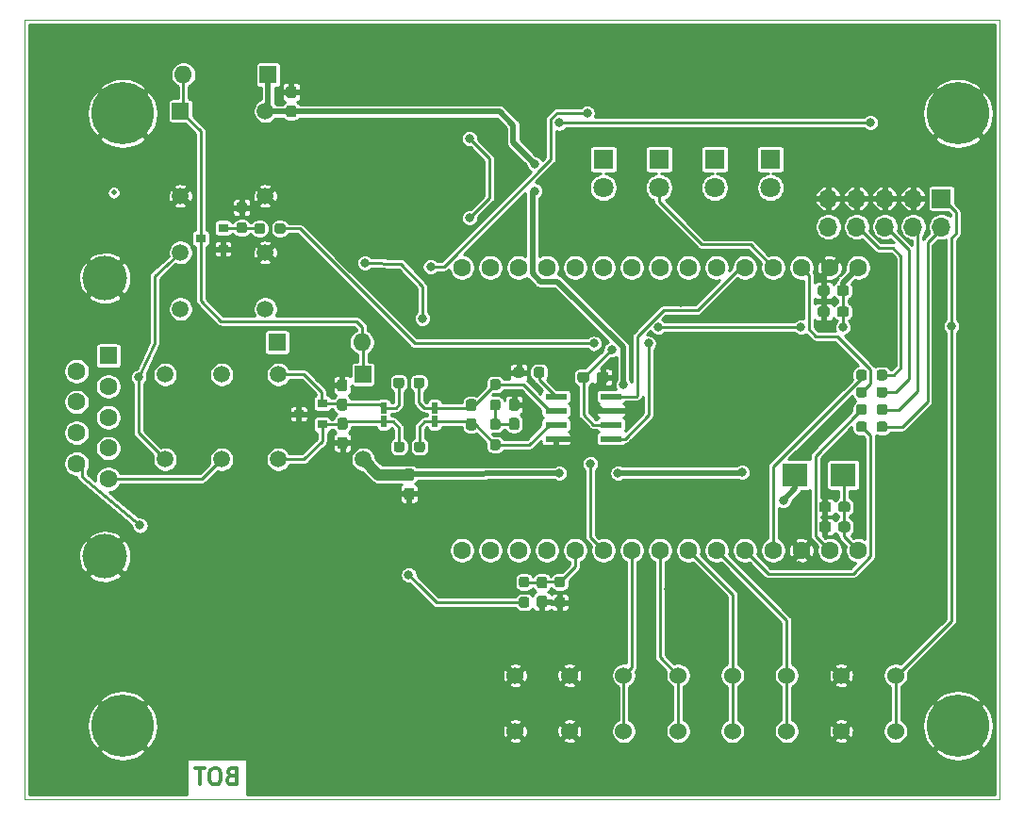
<source format=gbr>
%TF.GenerationSoftware,KiCad,Pcbnew,(5.1.8)-1*%
%TF.CreationDate,2020-12-02T11:58:54+01:00*%
%TF.ProjectId,Board,426f6172-642e-46b6-9963-61645f706362,rev?*%
%TF.SameCoordinates,PX253b400PY7a67730*%
%TF.FileFunction,Copper,L2,Bot*%
%TF.FilePolarity,Positive*%
%FSLAX46Y46*%
G04 Gerber Fmt 4.6, Leading zero omitted, Abs format (unit mm)*
G04 Created by KiCad (PCBNEW (5.1.8)-1) date 2020-12-02 11:58:54*
%MOMM*%
%LPD*%
G01*
G04 APERTURE LIST*
%TA.AperFunction,NonConductor*%
%ADD10C,0.300000*%
%TD*%
%TA.AperFunction,Profile*%
%ADD11C,0.050000*%
%TD*%
%TA.AperFunction,ComponentPad*%
%ADD12O,1.700000X1.700000*%
%TD*%
%TA.AperFunction,ComponentPad*%
%ADD13R,1.700000X1.700000*%
%TD*%
%TA.AperFunction,SMDPad,CuDef*%
%ADD14C,0.500000*%
%TD*%
%TA.AperFunction,ComponentPad*%
%ADD15C,1.600000*%
%TD*%
%TA.AperFunction,ComponentPad*%
%ADD16C,5.600000*%
%TD*%
%TA.AperFunction,ComponentPad*%
%ADD17O,1.600000X1.600000*%
%TD*%
%TA.AperFunction,ComponentPad*%
%ADD18R,1.600000X1.600000*%
%TD*%
%TA.AperFunction,ComponentPad*%
%ADD19C,4.000000*%
%TD*%
%TA.AperFunction,ComponentPad*%
%ADD20C,1.524000*%
%TD*%
%TA.AperFunction,ComponentPad*%
%ADD21R,1.508000X1.508000*%
%TD*%
%TA.AperFunction,ComponentPad*%
%ADD22C,1.508000*%
%TD*%
%TA.AperFunction,SMDPad,CuDef*%
%ADD23R,0.600000X1.000000*%
%TD*%
%TA.AperFunction,SMDPad,CuDef*%
%ADD24R,0.900000X0.800000*%
%TD*%
%TA.AperFunction,ComponentPad*%
%ADD25R,1.800000X1.800000*%
%TD*%
%TA.AperFunction,ComponentPad*%
%ADD26C,1.800000*%
%TD*%
%TA.AperFunction,SMDPad,CuDef*%
%ADD27R,2.290000X2.120000*%
%TD*%
%TA.AperFunction,SMDPad,CuDef*%
%ADD28R,1.981200X0.558800*%
%TD*%
%TA.AperFunction,ViaPad*%
%ADD29C,0.800000*%
%TD*%
%TA.AperFunction,Conductor*%
%ADD30C,0.250000*%
%TD*%
%TA.AperFunction,Conductor*%
%ADD31C,0.500000*%
%TD*%
%TA.AperFunction,Conductor*%
%ADD32C,1.000000*%
%TD*%
%TA.AperFunction,Conductor*%
%ADD33C,0.254000*%
%TD*%
%TA.AperFunction,Conductor*%
%ADD34C,0.100000*%
%TD*%
G04 APERTURE END LIST*
D10*
X18550000Y2107143D02*
X18335714Y2035715D01*
X18264285Y1964286D01*
X18192857Y1821429D01*
X18192857Y1607143D01*
X18264285Y1464286D01*
X18335714Y1392858D01*
X18478571Y1321429D01*
X19050000Y1321429D01*
X19050000Y2821429D01*
X18550000Y2821429D01*
X18407142Y2750000D01*
X18335714Y2678572D01*
X18264285Y2535715D01*
X18264285Y2392858D01*
X18335714Y2250000D01*
X18407142Y2178572D01*
X18550000Y2107143D01*
X19050000Y2107143D01*
X17264285Y2821429D02*
X16978571Y2821429D01*
X16835714Y2750000D01*
X16692857Y2607143D01*
X16621428Y2321429D01*
X16621428Y1821429D01*
X16692857Y1535715D01*
X16835714Y1392858D01*
X16978571Y1321429D01*
X17264285Y1321429D01*
X17407142Y1392858D01*
X17550000Y1535715D01*
X17621428Y1821429D01*
X17621428Y2321429D01*
X17550000Y2607143D01*
X17407142Y2750000D01*
X17264285Y2821429D01*
X16192857Y2821429D02*
X15335714Y2821429D01*
X15764285Y1321429D02*
X15764285Y2821429D01*
D11*
X0Y70000000D02*
X0Y0D01*
X87500000Y70000000D02*
X0Y70000000D01*
X87500000Y0D02*
X87500000Y70000000D01*
X0Y0D02*
X87500000Y0D01*
D12*
X72160000Y51430000D03*
X72160000Y53970000D03*
X74700000Y51430000D03*
X74700000Y53970000D03*
X77240000Y51430000D03*
X77240000Y53970000D03*
X79780000Y51430000D03*
X79780000Y53970000D03*
X82320000Y51430000D03*
D13*
X82320000Y53970000D03*
D14*
X8000000Y54500000D03*
D15*
X39262000Y22374000D03*
X41802000Y22374000D03*
X44342000Y22374000D03*
X46882000Y22374000D03*
X49422000Y22374000D03*
X51962000Y22374000D03*
X54502000Y22374000D03*
X57042000Y22374000D03*
X59582000Y22374000D03*
X62122000Y22374000D03*
X64662000Y22374000D03*
X67202000Y22374000D03*
X69742000Y22374000D03*
X72282000Y22374000D03*
X74822000Y22374000D03*
X39262000Y47774000D03*
X41802000Y47774000D03*
X44342000Y47774000D03*
X46882000Y47774000D03*
X49422000Y47774000D03*
X51962000Y47774000D03*
X54502000Y47774000D03*
X57042000Y47774000D03*
X59582000Y47774000D03*
X62122000Y47774000D03*
X64662000Y47774000D03*
X67202000Y47774000D03*
X69742000Y47774000D03*
X72282000Y47774000D03*
X74822000Y47774000D03*
D16*
X83800000Y6600000D03*
X83800000Y61600000D03*
X8800000Y61600000D03*
X8800000Y6600000D03*
D17*
X30270000Y41050000D03*
D18*
X22650000Y41050000D03*
%TA.AperFunction,SMDPad,CuDef*%
G36*
G01*
X34272500Y27972500D02*
X34747500Y27972500D01*
G75*
G02*
X34985000Y27735000I0J-237500D01*
G01*
X34985000Y27135000D01*
G75*
G02*
X34747500Y26897500I-237500J0D01*
G01*
X34272500Y26897500D01*
G75*
G02*
X34035000Y27135000I0J237500D01*
G01*
X34035000Y27735000D01*
G75*
G02*
X34272500Y27972500I237500J0D01*
G01*
G37*
%TD.AperFunction*%
%TA.AperFunction,SMDPad,CuDef*%
G36*
G01*
X34272500Y29697500D02*
X34747500Y29697500D01*
G75*
G02*
X34985000Y29460000I0J-237500D01*
G01*
X34985000Y28860000D01*
G75*
G02*
X34747500Y28622500I-237500J0D01*
G01*
X34272500Y28622500D01*
G75*
G02*
X34035000Y28860000I0J237500D01*
G01*
X34035000Y29460000D01*
G75*
G02*
X34272500Y29697500I237500J0D01*
G01*
G37*
%TD.AperFunction*%
%TA.AperFunction,SMDPad,CuDef*%
G36*
G01*
X51360000Y37672500D02*
X51360000Y38147500D01*
G75*
G02*
X51597500Y38385000I237500J0D01*
G01*
X52197500Y38385000D01*
G75*
G02*
X52435000Y38147500I0J-237500D01*
G01*
X52435000Y37672500D01*
G75*
G02*
X52197500Y37435000I-237500J0D01*
G01*
X51597500Y37435000D01*
G75*
G02*
X51360000Y37672500I0J237500D01*
G01*
G37*
%TD.AperFunction*%
%TA.AperFunction,SMDPad,CuDef*%
G36*
G01*
X49635000Y37672500D02*
X49635000Y38147500D01*
G75*
G02*
X49872500Y38385000I237500J0D01*
G01*
X50472500Y38385000D01*
G75*
G02*
X50710000Y38147500I0J-237500D01*
G01*
X50710000Y37672500D01*
G75*
G02*
X50472500Y37435000I-237500J0D01*
G01*
X49872500Y37435000D01*
G75*
G02*
X49635000Y37672500I0J237500D01*
G01*
G37*
%TD.AperFunction*%
D19*
X7200000Y21810000D03*
X7200000Y46810000D03*
D15*
X4660000Y30155000D03*
X4660000Y32925000D03*
X4660000Y35695000D03*
X4660000Y38465000D03*
X7500000Y28770000D03*
X7500000Y31540000D03*
X7500000Y34310000D03*
X7500000Y37080000D03*
D18*
X7500000Y39850000D03*
D20*
X44030000Y11130000D03*
X48910000Y11130000D03*
X53790000Y11130000D03*
X58670000Y11130000D03*
X63550000Y11130000D03*
X68430000Y11130000D03*
X73310000Y11130000D03*
X78190000Y11130000D03*
X44030000Y6130000D03*
X48910000Y6130000D03*
X53790000Y6130000D03*
X58670000Y6130000D03*
X63550000Y6130000D03*
X68430000Y6130000D03*
X73310000Y6130000D03*
X78190000Y6130000D03*
D21*
X30390000Y38160000D03*
D22*
X30390000Y30540000D03*
X22770000Y30540000D03*
X22770000Y38160000D03*
X17690000Y38160000D03*
X17690000Y30540000D03*
X12610000Y30540000D03*
X12610000Y38160000D03*
%TA.AperFunction,SMDPad,CuDef*%
G36*
G01*
X44848500Y38591500D02*
X44848500Y38116500D01*
G75*
G02*
X44611000Y37879000I-237500J0D01*
G01*
X44111000Y37879000D01*
G75*
G02*
X43873500Y38116500I0J237500D01*
G01*
X43873500Y38591500D01*
G75*
G02*
X44111000Y38829000I237500J0D01*
G01*
X44611000Y38829000D01*
G75*
G02*
X44848500Y38591500I0J-237500D01*
G01*
G37*
%TD.AperFunction*%
%TA.AperFunction,SMDPad,CuDef*%
G36*
G01*
X46673500Y38591500D02*
X46673500Y38116500D01*
G75*
G02*
X46436000Y37879000I-237500J0D01*
G01*
X45936000Y37879000D01*
G75*
G02*
X45698500Y38116500I0J237500D01*
G01*
X45698500Y38591500D01*
G75*
G02*
X45936000Y38829000I237500J0D01*
G01*
X46436000Y38829000D01*
G75*
G02*
X46673500Y38591500I0J-237500D01*
G01*
G37*
%TD.AperFunction*%
%TA.AperFunction,SMDPad,CuDef*%
G36*
G01*
X19727500Y52677500D02*
X19252500Y52677500D01*
G75*
G02*
X19015000Y52915000I0J237500D01*
G01*
X19015000Y53415000D01*
G75*
G02*
X19252500Y53652500I237500J0D01*
G01*
X19727500Y53652500D01*
G75*
G02*
X19965000Y53415000I0J-237500D01*
G01*
X19965000Y52915000D01*
G75*
G02*
X19727500Y52677500I-237500J0D01*
G01*
G37*
%TD.AperFunction*%
%TA.AperFunction,SMDPad,CuDef*%
G36*
G01*
X19727500Y50852500D02*
X19252500Y50852500D01*
G75*
G02*
X19015000Y51090000I0J237500D01*
G01*
X19015000Y51590000D01*
G75*
G02*
X19252500Y51827500I237500J0D01*
G01*
X19727500Y51827500D01*
G75*
G02*
X19965000Y51590000I0J-237500D01*
G01*
X19965000Y51090000D01*
G75*
G02*
X19727500Y50852500I-237500J0D01*
G01*
G37*
%TD.AperFunction*%
%TA.AperFunction,SMDPad,CuDef*%
G36*
G01*
X22432500Y51032500D02*
X22432500Y51507500D01*
G75*
G02*
X22670000Y51745000I237500J0D01*
G01*
X23170000Y51745000D01*
G75*
G02*
X23407500Y51507500I0J-237500D01*
G01*
X23407500Y51032500D01*
G75*
G02*
X23170000Y50795000I-237500J0D01*
G01*
X22670000Y50795000D01*
G75*
G02*
X22432500Y51032500I0J237500D01*
G01*
G37*
%TD.AperFunction*%
%TA.AperFunction,SMDPad,CuDef*%
G36*
G01*
X20607500Y51032500D02*
X20607500Y51507500D01*
G75*
G02*
X20845000Y51745000I237500J0D01*
G01*
X21345000Y51745000D01*
G75*
G02*
X21582500Y51507500I0J-237500D01*
G01*
X21582500Y51032500D01*
G75*
G02*
X21345000Y50795000I-237500J0D01*
G01*
X20845000Y50795000D01*
G75*
G02*
X20607500Y51032500I0J237500D01*
G01*
G37*
%TD.AperFunction*%
%TA.AperFunction,SMDPad,CuDef*%
G36*
G01*
X75635000Y33697500D02*
X75635000Y33222500D01*
G75*
G02*
X75397500Y32985000I-237500J0D01*
G01*
X74897500Y32985000D01*
G75*
G02*
X74660000Y33222500I0J237500D01*
G01*
X74660000Y33697500D01*
G75*
G02*
X74897500Y33935000I237500J0D01*
G01*
X75397500Y33935000D01*
G75*
G02*
X75635000Y33697500I0J-237500D01*
G01*
G37*
%TD.AperFunction*%
%TA.AperFunction,SMDPad,CuDef*%
G36*
G01*
X77460000Y33697500D02*
X77460000Y33222500D01*
G75*
G02*
X77222500Y32985000I-237500J0D01*
G01*
X76722500Y32985000D01*
G75*
G02*
X76485000Y33222500I0J237500D01*
G01*
X76485000Y33697500D01*
G75*
G02*
X76722500Y33935000I237500J0D01*
G01*
X77222500Y33935000D01*
G75*
G02*
X77460000Y33697500I0J-237500D01*
G01*
G37*
%TD.AperFunction*%
%TA.AperFunction,SMDPad,CuDef*%
G36*
G01*
X75635000Y35247500D02*
X75635000Y34772500D01*
G75*
G02*
X75397500Y34535000I-237500J0D01*
G01*
X74897500Y34535000D01*
G75*
G02*
X74660000Y34772500I0J237500D01*
G01*
X74660000Y35247500D01*
G75*
G02*
X74897500Y35485000I237500J0D01*
G01*
X75397500Y35485000D01*
G75*
G02*
X75635000Y35247500I0J-237500D01*
G01*
G37*
%TD.AperFunction*%
%TA.AperFunction,SMDPad,CuDef*%
G36*
G01*
X77460000Y35247500D02*
X77460000Y34772500D01*
G75*
G02*
X77222500Y34535000I-237500J0D01*
G01*
X76722500Y34535000D01*
G75*
G02*
X76485000Y34772500I0J237500D01*
G01*
X76485000Y35247500D01*
G75*
G02*
X76722500Y35485000I237500J0D01*
G01*
X77222500Y35485000D01*
G75*
G02*
X77460000Y35247500I0J-237500D01*
G01*
G37*
%TD.AperFunction*%
%TA.AperFunction,SMDPad,CuDef*%
G36*
G01*
X75635000Y36797500D02*
X75635000Y36322500D01*
G75*
G02*
X75397500Y36085000I-237500J0D01*
G01*
X74897500Y36085000D01*
G75*
G02*
X74660000Y36322500I0J237500D01*
G01*
X74660000Y36797500D01*
G75*
G02*
X74897500Y37035000I237500J0D01*
G01*
X75397500Y37035000D01*
G75*
G02*
X75635000Y36797500I0J-237500D01*
G01*
G37*
%TD.AperFunction*%
%TA.AperFunction,SMDPad,CuDef*%
G36*
G01*
X77460000Y36797500D02*
X77460000Y36322500D01*
G75*
G02*
X77222500Y36085000I-237500J0D01*
G01*
X76722500Y36085000D01*
G75*
G02*
X76485000Y36322500I0J237500D01*
G01*
X76485000Y36797500D01*
G75*
G02*
X76722500Y37035000I237500J0D01*
G01*
X77222500Y37035000D01*
G75*
G02*
X77460000Y36797500I0J-237500D01*
G01*
G37*
%TD.AperFunction*%
%TA.AperFunction,SMDPad,CuDef*%
G36*
G01*
X75635000Y38347500D02*
X75635000Y37872500D01*
G75*
G02*
X75397500Y37635000I-237500J0D01*
G01*
X74897500Y37635000D01*
G75*
G02*
X74660000Y37872500I0J237500D01*
G01*
X74660000Y38347500D01*
G75*
G02*
X74897500Y38585000I237500J0D01*
G01*
X75397500Y38585000D01*
G75*
G02*
X75635000Y38347500I0J-237500D01*
G01*
G37*
%TD.AperFunction*%
%TA.AperFunction,SMDPad,CuDef*%
G36*
G01*
X77460000Y38347500D02*
X77460000Y37872500D01*
G75*
G02*
X77222500Y37635000I-237500J0D01*
G01*
X76722500Y37635000D01*
G75*
G02*
X76485000Y37872500I0J237500D01*
G01*
X76485000Y38347500D01*
G75*
G02*
X76722500Y38585000I237500J0D01*
G01*
X77222500Y38585000D01*
G75*
G02*
X77460000Y38347500I0J-237500D01*
G01*
G37*
%TD.AperFunction*%
%TA.AperFunction,SMDPad,CuDef*%
G36*
G01*
X42011500Y32341000D02*
X42486500Y32341000D01*
G75*
G02*
X42724000Y32103500I0J-237500D01*
G01*
X42724000Y31603500D01*
G75*
G02*
X42486500Y31366000I-237500J0D01*
G01*
X42011500Y31366000D01*
G75*
G02*
X41774000Y31603500I0J237500D01*
G01*
X41774000Y32103500D01*
G75*
G02*
X42011500Y32341000I237500J0D01*
G01*
G37*
%TD.AperFunction*%
%TA.AperFunction,SMDPad,CuDef*%
G36*
G01*
X42011500Y34166000D02*
X42486500Y34166000D01*
G75*
G02*
X42724000Y33928500I0J-237500D01*
G01*
X42724000Y33428500D01*
G75*
G02*
X42486500Y33191000I-237500J0D01*
G01*
X42011500Y33191000D01*
G75*
G02*
X41774000Y33428500I0J237500D01*
G01*
X41774000Y33928500D01*
G75*
G02*
X42011500Y34166000I237500J0D01*
G01*
G37*
%TD.AperFunction*%
%TA.AperFunction,SMDPad,CuDef*%
G36*
G01*
X42011500Y35920500D02*
X42486500Y35920500D01*
G75*
G02*
X42724000Y35683000I0J-237500D01*
G01*
X42724000Y35183000D01*
G75*
G02*
X42486500Y34945500I-237500J0D01*
G01*
X42011500Y34945500D01*
G75*
G02*
X41774000Y35183000I0J237500D01*
G01*
X41774000Y35683000D01*
G75*
G02*
X42011500Y35920500I237500J0D01*
G01*
G37*
%TD.AperFunction*%
%TA.AperFunction,SMDPad,CuDef*%
G36*
G01*
X42011500Y37745500D02*
X42486500Y37745500D01*
G75*
G02*
X42724000Y37508000I0J-237500D01*
G01*
X42724000Y37008000D01*
G75*
G02*
X42486500Y36770500I-237500J0D01*
G01*
X42011500Y36770500D01*
G75*
G02*
X41774000Y37008000I0J237500D01*
G01*
X41774000Y37508000D01*
G75*
G02*
X42011500Y37745500I237500J0D01*
G01*
G37*
%TD.AperFunction*%
%TA.AperFunction,SMDPad,CuDef*%
G36*
G01*
X34112500Y31887500D02*
X34112500Y31412500D01*
G75*
G02*
X33875000Y31175000I-237500J0D01*
G01*
X33375000Y31175000D01*
G75*
G02*
X33137500Y31412500I0J237500D01*
G01*
X33137500Y31887500D01*
G75*
G02*
X33375000Y32125000I237500J0D01*
G01*
X33875000Y32125000D01*
G75*
G02*
X34112500Y31887500I0J-237500D01*
G01*
G37*
%TD.AperFunction*%
%TA.AperFunction,SMDPad,CuDef*%
G36*
G01*
X35937500Y31887500D02*
X35937500Y31412500D01*
G75*
G02*
X35700000Y31175000I-237500J0D01*
G01*
X35200000Y31175000D01*
G75*
G02*
X34962500Y31412500I0J237500D01*
G01*
X34962500Y31887500D01*
G75*
G02*
X35200000Y32125000I237500J0D01*
G01*
X35700000Y32125000D01*
G75*
G02*
X35937500Y31887500I0J-237500D01*
G01*
G37*
%TD.AperFunction*%
%TA.AperFunction,SMDPad,CuDef*%
G36*
G01*
X34067500Y37637500D02*
X34067500Y37162500D01*
G75*
G02*
X33830000Y36925000I-237500J0D01*
G01*
X33330000Y36925000D01*
G75*
G02*
X33092500Y37162500I0J237500D01*
G01*
X33092500Y37637500D01*
G75*
G02*
X33330000Y37875000I237500J0D01*
G01*
X33830000Y37875000D01*
G75*
G02*
X34067500Y37637500I0J-237500D01*
G01*
G37*
%TD.AperFunction*%
%TA.AperFunction,SMDPad,CuDef*%
G36*
G01*
X35892500Y37637500D02*
X35892500Y37162500D01*
G75*
G02*
X35655000Y36925000I-237500J0D01*
G01*
X35155000Y36925000D01*
G75*
G02*
X34917500Y37162500I0J237500D01*
G01*
X34917500Y37637500D01*
G75*
G02*
X35155000Y37875000I237500J0D01*
G01*
X35655000Y37875000D01*
G75*
G02*
X35892500Y37637500I0J-237500D01*
G01*
G37*
%TD.AperFunction*%
%TA.AperFunction,SMDPad,CuDef*%
G36*
G01*
X47812500Y18182500D02*
X48287500Y18182500D01*
G75*
G02*
X48525000Y17945000I0J-237500D01*
G01*
X48525000Y17445000D01*
G75*
G02*
X48287500Y17207500I-237500J0D01*
G01*
X47812500Y17207500D01*
G75*
G02*
X47575000Y17445000I0J237500D01*
G01*
X47575000Y17945000D01*
G75*
G02*
X47812500Y18182500I237500J0D01*
G01*
G37*
%TD.AperFunction*%
%TA.AperFunction,SMDPad,CuDef*%
G36*
G01*
X47812500Y20007500D02*
X48287500Y20007500D01*
G75*
G02*
X48525000Y19770000I0J-237500D01*
G01*
X48525000Y19270000D01*
G75*
G02*
X48287500Y19032500I-237500J0D01*
G01*
X47812500Y19032500D01*
G75*
G02*
X47575000Y19270000I0J237500D01*
G01*
X47575000Y19770000D01*
G75*
G02*
X47812500Y20007500I237500J0D01*
G01*
G37*
%TD.AperFunction*%
%TA.AperFunction,SMDPad,CuDef*%
G36*
G01*
X45077500Y19032500D02*
X44602500Y19032500D01*
G75*
G02*
X44365000Y19270000I0J237500D01*
G01*
X44365000Y19770000D01*
G75*
G02*
X44602500Y20007500I237500J0D01*
G01*
X45077500Y20007500D01*
G75*
G02*
X45315000Y19770000I0J-237500D01*
G01*
X45315000Y19270000D01*
G75*
G02*
X45077500Y19032500I-237500J0D01*
G01*
G37*
%TD.AperFunction*%
%TA.AperFunction,SMDPad,CuDef*%
G36*
G01*
X45077500Y17207500D02*
X44602500Y17207500D01*
G75*
G02*
X44365000Y17445000I0J237500D01*
G01*
X44365000Y17945000D01*
G75*
G02*
X44602500Y18182500I237500J0D01*
G01*
X45077500Y18182500D01*
G75*
G02*
X45315000Y17945000I0J-237500D01*
G01*
X45315000Y17445000D01*
G75*
G02*
X45077500Y17207500I-237500J0D01*
G01*
G37*
%TD.AperFunction*%
%TA.AperFunction,SMDPad,CuDef*%
G36*
G01*
X72930000Y43552500D02*
X72930000Y44027500D01*
G75*
G02*
X73167500Y44265000I237500J0D01*
G01*
X73767500Y44265000D01*
G75*
G02*
X74005000Y44027500I0J-237500D01*
G01*
X74005000Y43552500D01*
G75*
G02*
X73767500Y43315000I-237500J0D01*
G01*
X73167500Y43315000D01*
G75*
G02*
X72930000Y43552500I0J237500D01*
G01*
G37*
%TD.AperFunction*%
%TA.AperFunction,SMDPad,CuDef*%
G36*
G01*
X71205000Y43552500D02*
X71205000Y44027500D01*
G75*
G02*
X71442500Y44265000I237500J0D01*
G01*
X72042500Y44265000D01*
G75*
G02*
X72280000Y44027500I0J-237500D01*
G01*
X72280000Y43552500D01*
G75*
G02*
X72042500Y43315000I-237500J0D01*
G01*
X71442500Y43315000D01*
G75*
G02*
X71205000Y43552500I0J237500D01*
G01*
G37*
%TD.AperFunction*%
%TA.AperFunction,SMDPad,CuDef*%
G36*
G01*
X72930000Y45462500D02*
X72930000Y45937500D01*
G75*
G02*
X73167500Y46175000I237500J0D01*
G01*
X73767500Y46175000D01*
G75*
G02*
X74005000Y45937500I0J-237500D01*
G01*
X74005000Y45462500D01*
G75*
G02*
X73767500Y45225000I-237500J0D01*
G01*
X73167500Y45225000D01*
G75*
G02*
X72930000Y45462500I0J237500D01*
G01*
G37*
%TD.AperFunction*%
%TA.AperFunction,SMDPad,CuDef*%
G36*
G01*
X71205000Y45462500D02*
X71205000Y45937500D01*
G75*
G02*
X71442500Y46175000I237500J0D01*
G01*
X72042500Y46175000D01*
G75*
G02*
X72280000Y45937500I0J-237500D01*
G01*
X72280000Y45462500D01*
G75*
G02*
X72042500Y45225000I-237500J0D01*
G01*
X71442500Y45225000D01*
G75*
G02*
X71205000Y45462500I0J237500D01*
G01*
G37*
%TD.AperFunction*%
%TA.AperFunction,SMDPad,CuDef*%
G36*
G01*
X73053000Y24232500D02*
X73053000Y24707500D01*
G75*
G02*
X73290500Y24945000I237500J0D01*
G01*
X73890500Y24945000D01*
G75*
G02*
X74128000Y24707500I0J-237500D01*
G01*
X74128000Y24232500D01*
G75*
G02*
X73890500Y23995000I-237500J0D01*
G01*
X73290500Y23995000D01*
G75*
G02*
X73053000Y24232500I0J237500D01*
G01*
G37*
%TD.AperFunction*%
%TA.AperFunction,SMDPad,CuDef*%
G36*
G01*
X71328000Y24232500D02*
X71328000Y24707500D01*
G75*
G02*
X71565500Y24945000I237500J0D01*
G01*
X72165500Y24945000D01*
G75*
G02*
X72403000Y24707500I0J-237500D01*
G01*
X72403000Y24232500D01*
G75*
G02*
X72165500Y23995000I-237500J0D01*
G01*
X71565500Y23995000D01*
G75*
G02*
X71328000Y24232500I0J237500D01*
G01*
G37*
%TD.AperFunction*%
%TA.AperFunction,SMDPad,CuDef*%
G36*
G01*
X72403000Y26497500D02*
X72403000Y26022500D01*
G75*
G02*
X72165500Y25785000I-237500J0D01*
G01*
X71565500Y25785000D01*
G75*
G02*
X71328000Y26022500I0J237500D01*
G01*
X71328000Y26497500D01*
G75*
G02*
X71565500Y26735000I237500J0D01*
G01*
X72165500Y26735000D01*
G75*
G02*
X72403000Y26497500I0J-237500D01*
G01*
G37*
%TD.AperFunction*%
%TA.AperFunction,SMDPad,CuDef*%
G36*
G01*
X74128000Y26497500D02*
X74128000Y26022500D01*
G75*
G02*
X73890500Y25785000I-237500J0D01*
G01*
X73290500Y25785000D01*
G75*
G02*
X73053000Y26022500I0J237500D01*
G01*
X73053000Y26497500D01*
G75*
G02*
X73290500Y26735000I237500J0D01*
G01*
X73890500Y26735000D01*
G75*
G02*
X74128000Y26497500I0J-237500D01*
G01*
G37*
%TD.AperFunction*%
%TA.AperFunction,SMDPad,CuDef*%
G36*
G01*
X24167500Y62985000D02*
X23692500Y62985000D01*
G75*
G02*
X23455000Y63222500I0J237500D01*
G01*
X23455000Y63822500D01*
G75*
G02*
X23692500Y64060000I237500J0D01*
G01*
X24167500Y64060000D01*
G75*
G02*
X24405000Y63822500I0J-237500D01*
G01*
X24405000Y63222500D01*
G75*
G02*
X24167500Y62985000I-237500J0D01*
G01*
G37*
%TD.AperFunction*%
%TA.AperFunction,SMDPad,CuDef*%
G36*
G01*
X24167500Y61260000D02*
X23692500Y61260000D01*
G75*
G02*
X23455000Y61497500I0J237500D01*
G01*
X23455000Y62097500D01*
G75*
G02*
X23692500Y62335000I237500J0D01*
G01*
X24167500Y62335000D01*
G75*
G02*
X24405000Y62097500I0J-237500D01*
G01*
X24405000Y61497500D01*
G75*
G02*
X24167500Y61260000I-237500J0D01*
G01*
G37*
%TD.AperFunction*%
%TA.AperFunction,SMDPad,CuDef*%
G36*
G01*
X44177500Y34902500D02*
X43702500Y34902500D01*
G75*
G02*
X43465000Y35140000I0J237500D01*
G01*
X43465000Y35740000D01*
G75*
G02*
X43702500Y35977500I237500J0D01*
G01*
X44177500Y35977500D01*
G75*
G02*
X44415000Y35740000I0J-237500D01*
G01*
X44415000Y35140000D01*
G75*
G02*
X44177500Y34902500I-237500J0D01*
G01*
G37*
%TD.AperFunction*%
%TA.AperFunction,SMDPad,CuDef*%
G36*
G01*
X44177500Y33177500D02*
X43702500Y33177500D01*
G75*
G02*
X43465000Y33415000I0J237500D01*
G01*
X43465000Y34015000D01*
G75*
G02*
X43702500Y34252500I237500J0D01*
G01*
X44177500Y34252500D01*
G75*
G02*
X44415000Y34015000I0J-237500D01*
G01*
X44415000Y33415000D01*
G75*
G02*
X44177500Y33177500I-237500J0D01*
G01*
G37*
%TD.AperFunction*%
%TA.AperFunction,SMDPad,CuDef*%
G36*
G01*
X39852500Y34219000D02*
X40327500Y34219000D01*
G75*
G02*
X40565000Y33981500I0J-237500D01*
G01*
X40565000Y33381500D01*
G75*
G02*
X40327500Y33144000I-237500J0D01*
G01*
X39852500Y33144000D01*
G75*
G02*
X39615000Y33381500I0J237500D01*
G01*
X39615000Y33981500D01*
G75*
G02*
X39852500Y34219000I237500J0D01*
G01*
G37*
%TD.AperFunction*%
%TA.AperFunction,SMDPad,CuDef*%
G36*
G01*
X39852500Y35944000D02*
X40327500Y35944000D01*
G75*
G02*
X40565000Y35706500I0J-237500D01*
G01*
X40565000Y35106500D01*
G75*
G02*
X40327500Y34869000I-237500J0D01*
G01*
X39852500Y34869000D01*
G75*
G02*
X39615000Y35106500I0J237500D01*
G01*
X39615000Y35706500D01*
G75*
G02*
X39852500Y35944000I237500J0D01*
G01*
G37*
%TD.AperFunction*%
%TA.AperFunction,SMDPad,CuDef*%
G36*
G01*
X28767500Y33195000D02*
X28292500Y33195000D01*
G75*
G02*
X28055000Y33432500I0J237500D01*
G01*
X28055000Y34032500D01*
G75*
G02*
X28292500Y34270000I237500J0D01*
G01*
X28767500Y34270000D01*
G75*
G02*
X29005000Y34032500I0J-237500D01*
G01*
X29005000Y33432500D01*
G75*
G02*
X28767500Y33195000I-237500J0D01*
G01*
G37*
%TD.AperFunction*%
%TA.AperFunction,SMDPad,CuDef*%
G36*
G01*
X28767500Y31470000D02*
X28292500Y31470000D01*
G75*
G02*
X28055000Y31707500I0J237500D01*
G01*
X28055000Y32307500D01*
G75*
G02*
X28292500Y32545000I237500J0D01*
G01*
X28767500Y32545000D01*
G75*
G02*
X29005000Y32307500I0J-237500D01*
G01*
X29005000Y31707500D01*
G75*
G02*
X28767500Y31470000I-237500J0D01*
G01*
G37*
%TD.AperFunction*%
%TA.AperFunction,SMDPad,CuDef*%
G36*
G01*
X28747500Y36645000D02*
X28272500Y36645000D01*
G75*
G02*
X28035000Y36882500I0J237500D01*
G01*
X28035000Y37482500D01*
G75*
G02*
X28272500Y37720000I237500J0D01*
G01*
X28747500Y37720000D01*
G75*
G02*
X28985000Y37482500I0J-237500D01*
G01*
X28985000Y36882500D01*
G75*
G02*
X28747500Y36645000I-237500J0D01*
G01*
G37*
%TD.AperFunction*%
%TA.AperFunction,SMDPad,CuDef*%
G36*
G01*
X28747500Y34920000D02*
X28272500Y34920000D01*
G75*
G02*
X28035000Y35157500I0J237500D01*
G01*
X28035000Y35757500D01*
G75*
G02*
X28272500Y35995000I237500J0D01*
G01*
X28747500Y35995000D01*
G75*
G02*
X28985000Y35757500I0J-237500D01*
G01*
X28985000Y35157500D01*
G75*
G02*
X28747500Y34920000I-237500J0D01*
G01*
G37*
%TD.AperFunction*%
%TA.AperFunction,SMDPad,CuDef*%
G36*
G01*
X46212500Y18282500D02*
X46687500Y18282500D01*
G75*
G02*
X46925000Y18045000I0J-237500D01*
G01*
X46925000Y17445000D01*
G75*
G02*
X46687500Y17207500I-237500J0D01*
G01*
X46212500Y17207500D01*
G75*
G02*
X45975000Y17445000I0J237500D01*
G01*
X45975000Y18045000D01*
G75*
G02*
X46212500Y18282500I237500J0D01*
G01*
G37*
%TD.AperFunction*%
%TA.AperFunction,SMDPad,CuDef*%
G36*
G01*
X46212500Y20007500D02*
X46687500Y20007500D01*
G75*
G02*
X46925000Y19770000I0J-237500D01*
G01*
X46925000Y19170000D01*
G75*
G02*
X46687500Y18932500I-237500J0D01*
G01*
X46212500Y18932500D01*
G75*
G02*
X45975000Y19170000I0J237500D01*
G01*
X45975000Y19770000D01*
G75*
G02*
X46212500Y20007500I237500J0D01*
G01*
G37*
%TD.AperFunction*%
D23*
X32232000Y33924000D03*
X36782000Y33924000D03*
X32232000Y35174000D03*
X36782000Y35174000D03*
D24*
X17810000Y51340000D03*
X17810000Y49440000D03*
X15810000Y50390000D03*
D22*
X13990000Y44040000D03*
X21610000Y44040000D03*
X21610000Y49120000D03*
X13990000Y49120000D03*
X13990000Y54200000D03*
X21610000Y54200000D03*
X21610000Y61820000D03*
D21*
X13990000Y61820000D03*
D18*
X21870000Y65100000D03*
D17*
X14250000Y65100000D03*
D25*
X51960000Y57490000D03*
D26*
X51960000Y54950000D03*
D27*
X69180000Y29140000D03*
X73500000Y29140000D03*
D28*
X52637600Y36195000D03*
X52637600Y34925000D03*
X52637600Y33655000D03*
X52637600Y32385000D03*
X47710000Y32385000D03*
X47710000Y33655000D03*
X47710000Y34925000D03*
X47710000Y36195000D03*
D25*
X66960000Y57490000D03*
D26*
X66960000Y54950000D03*
D25*
X61960000Y57490000D03*
D26*
X61960000Y54950000D03*
D25*
X56960000Y57490000D03*
D26*
X56960000Y54950000D03*
D24*
X26710000Y35560000D03*
X26710000Y33660000D03*
X24610000Y34610000D03*
D29*
X65000000Y2500000D03*
X75000000Y2500000D03*
X85000000Y12500000D03*
X85000000Y22500000D03*
X85000000Y32500000D03*
X85000000Y42500000D03*
X85000000Y52500000D03*
X75000000Y67500000D03*
X65000000Y67500000D03*
X55000000Y67500000D03*
X45000000Y67500000D03*
X35000000Y67500000D03*
X25000000Y67500000D03*
X15000000Y67500000D03*
X5000000Y67500000D03*
X5000000Y52500000D03*
X5000000Y12500000D03*
X54720000Y35060000D03*
X31380000Y50580000D03*
X31380000Y54600000D03*
X45560000Y34450000D03*
X71940000Y27430000D03*
X53500000Y52000000D03*
X72500000Y33900000D03*
X73700000Y31700000D03*
X58400000Y53300000D03*
X14000000Y46350000D03*
X62200000Y44650000D03*
X52900000Y45550000D03*
X39150000Y42450000D03*
X45100000Y42400000D03*
X39300000Y38950000D03*
X45400000Y39800000D03*
X45400000Y59800000D03*
X48600000Y59000000D03*
X37950000Y55350000D03*
X40000000Y56000000D03*
X26250000Y45450000D03*
X33850000Y45450000D03*
X39200000Y45500000D03*
X43450000Y45600000D03*
X57200000Y40500000D03*
X57200000Y37300000D03*
X56150000Y32150000D03*
X57250000Y34550000D03*
X58900000Y44650000D03*
X59050000Y40650000D03*
X62300000Y40650000D03*
X66650000Y40650000D03*
X66400000Y44650000D03*
X71500000Y39550000D03*
X70950000Y35950000D03*
X72550000Y37500000D03*
X69000000Y34150000D03*
X66850000Y32300000D03*
X63150000Y30900000D03*
X58550000Y30900000D03*
X61100000Y30900000D03*
X63250000Y27600000D03*
X61150000Y27600000D03*
X58550000Y27600000D03*
X55600000Y27600000D03*
X33100000Y24400000D03*
X35950000Y24350000D03*
X33100000Y27150000D03*
X35950000Y39300000D03*
X33400000Y39750000D03*
X51400000Y14000000D03*
X51450000Y18850000D03*
X37050000Y19800000D03*
X34950000Y14900000D03*
X41050000Y19300000D03*
X41050000Y16100000D03*
X51850000Y8400000D03*
X56050000Y8450000D03*
X61200000Y8300000D03*
X66100000Y8300000D03*
X69950000Y8600000D03*
X35950000Y27050000D03*
X72600000Y17850000D03*
X69500000Y21000000D03*
X28550000Y38550000D03*
X28600000Y30600000D03*
X23350000Y34650000D03*
X69950000Y13500000D03*
X65900000Y13600000D03*
X61650000Y13500000D03*
X57850000Y18850000D03*
X58300000Y13600000D03*
X44000000Y50500000D03*
X75750000Y44750000D03*
X76000000Y41000000D03*
X49390000Y49790000D03*
X70520000Y1680000D03*
X60270000Y2330000D03*
X51240000Y1860000D03*
X55830000Y2380000D03*
X46660000Y3740000D03*
X46470000Y1540000D03*
X42120000Y1630000D03*
X24910000Y5000000D03*
X9510000Y17700000D03*
X68470000Y63020000D03*
X65750000Y64050000D03*
X65840000Y59750000D03*
X55780000Y63130000D03*
X51210000Y64570000D03*
X1291667Y68557500D03*
X1291667Y61557500D03*
X1291667Y54557500D03*
X1291667Y47557500D03*
X1291667Y40557500D03*
X1291667Y33557500D03*
X1291667Y26557500D03*
X1291667Y19557500D03*
X1291667Y12557500D03*
X1291667Y5557500D03*
X4291667Y1557500D03*
X5291667Y65557500D03*
X5291667Y58557500D03*
X5291667Y50557500D03*
X5291667Y43557500D03*
X5291667Y16557500D03*
X5291667Y9557500D03*
X9291667Y68557500D03*
X9291667Y55557500D03*
X9291667Y31557500D03*
X9291667Y13557500D03*
X10291667Y48557500D03*
X10291667Y41557500D03*
X10291667Y21557500D03*
X10291667Y2557500D03*
X12291667Y64557500D03*
X12291667Y35557500D03*
X12291667Y27557500D03*
X12291667Y9557500D03*
X13291667Y58557500D03*
X13291667Y17557500D03*
X14291667Y51557500D03*
X15291667Y23557500D03*
X15291667Y5557500D03*
X16291667Y32557500D03*
X16291667Y13557500D03*
X17291667Y68557500D03*
X17291667Y61557500D03*
X17291667Y47557500D03*
X18291667Y55557500D03*
X18291667Y41557500D03*
X19291667Y28557500D03*
X19291667Y18557500D03*
X19291667Y9557500D03*
X20291667Y36557500D03*
X22291667Y59557500D03*
X22291667Y14557500D03*
X22291667Y5557500D03*
X23291667Y67557500D03*
X23291667Y46557500D03*
X23291667Y32557500D03*
X23291667Y25557500D03*
X24291667Y54557500D03*
X25291667Y41557500D03*
X25291667Y10557500D03*
X25291667Y1557500D03*
X26291667Y63557500D03*
X26291667Y18557500D03*
X27291667Y28557500D03*
X28291667Y58557500D03*
X28291667Y6557500D03*
X29291667Y68557500D03*
X29291667Y14557500D03*
X30291667Y24557500D03*
X31291667Y2557500D03*
X32291667Y64557500D03*
X32291667Y41557500D03*
X32291667Y10557500D03*
X33291667Y51557500D03*
X35291667Y60557500D03*
X35291667Y6557500D03*
X36291667Y22557500D03*
X37291667Y68557500D03*
X37291667Y45557500D03*
X37291667Y37557500D03*
X37291667Y30557500D03*
X37291667Y16557500D03*
X37291667Y1557500D03*
X39291667Y63557500D03*
X39291667Y11557500D03*
X40291667Y26557500D03*
X41291667Y42557500D03*
X41291667Y5557500D03*
X42291667Y59557500D03*
X43291667Y67557500D03*
X43291667Y20557500D03*
X44291667Y30557500D03*
X44291667Y14557500D03*
X44291667Y1557500D03*
X45291667Y8557500D03*
X46291667Y63557500D03*
X46291667Y44557500D03*
X46291667Y25557500D03*
X48291667Y55557500D03*
X48291667Y39557500D03*
X49291667Y68557500D03*
X49291667Y3557500D03*
X50291667Y16557500D03*
X51291667Y51557500D03*
X51291667Y10557500D03*
X52291667Y26557500D03*
X53291667Y65557500D03*
X53291667Y43557500D03*
X53291667Y20557500D03*
X54291667Y59557500D03*
X55291667Y4557500D03*
X57291667Y68557500D03*
X57291667Y24557500D03*
X58291667Y16557500D03*
X59291667Y63557500D03*
X59291667Y56557500D03*
X59291667Y38557500D03*
X61291667Y33557500D03*
X61291667Y11557500D03*
X62291667Y3557500D03*
X63291667Y67557500D03*
X63291667Y25557500D03*
X64291667Y54557500D03*
X64291667Y45557500D03*
X65291667Y37557500D03*
X65291667Y16557500D03*
X66291667Y6557500D03*
X67291667Y50557500D03*
X68291667Y65557500D03*
X68291667Y1557500D03*
X69291667Y59557500D03*
X69291667Y40557500D03*
X69291667Y24557500D03*
X70291667Y18557500D03*
X70291667Y11557500D03*
X72291667Y68557500D03*
X73291667Y3557500D03*
X74291667Y63557500D03*
X74291667Y15557500D03*
X75291667Y9557500D03*
X77291667Y31557500D03*
X77291667Y24557500D03*
X78291667Y67557500D03*
X78291667Y18557500D03*
X78291667Y1557500D03*
X81291667Y28557500D03*
X81291667Y11557500D03*
X83291667Y65557500D03*
X84291667Y44557500D03*
X84291667Y36557500D03*
X84291667Y24557500D03*
X84291667Y17557500D03*
X84291667Y2557500D03*
X86291667Y54557500D03*
X86291667Y30557500D03*
X56000000Y40950000D03*
X47980000Y60760000D03*
X75943722Y60806278D03*
X73490000Y42390000D03*
X83200000Y42500000D03*
X52700000Y40400000D03*
X56900000Y42400000D03*
X69700000Y42400000D03*
X10350000Y24600000D03*
X10250000Y37900000D03*
X36450000Y47850000D03*
X50500000Y61650000D03*
X68120000Y26860000D03*
X45787500Y57087500D03*
X53279415Y29320585D03*
X64414000Y29364000D03*
X48000000Y29300000D03*
X45800000Y54650000D03*
X53750000Y37250000D03*
X39960000Y52220000D03*
X39930000Y59360000D03*
X50800000Y30150000D03*
X51100000Y40950000D03*
X34484902Y20154902D03*
X30550000Y48200000D03*
X35700000Y43200000D03*
D30*
X47690000Y32365000D02*
X47710000Y32385000D01*
X44270000Y38445000D02*
X44361000Y38354000D01*
X19490000Y53165000D02*
X20575000Y53165000D01*
X20575000Y53165000D02*
X21610000Y54200000D01*
X54585000Y34925000D02*
X54720000Y35060000D01*
X52637600Y34925000D02*
X54585000Y34925000D01*
X48000000Y17745000D02*
X48050000Y17695000D01*
X46450000Y17745000D02*
X48000000Y17745000D01*
X51897500Y37910000D02*
X51897500Y37727500D01*
X23390000Y34610000D02*
X23350000Y34650000D01*
X24610000Y34610000D02*
X23390000Y34610000D01*
X28510000Y38510000D02*
X28550000Y38550000D01*
X28510000Y37182500D02*
X28510000Y38510000D01*
X28530000Y30670000D02*
X28600000Y30600000D01*
X28530000Y32007500D02*
X28530000Y30670000D01*
D31*
X51897500Y37910000D02*
X51897500Y37647500D01*
X51827598Y34925000D02*
X52637600Y34925000D01*
X51196999Y36946999D02*
X51196999Y35555599D01*
X51196999Y35555599D02*
X51827598Y34925000D01*
X51897500Y37647500D02*
X51196999Y36946999D01*
X71742500Y47234500D02*
X72282000Y47774000D01*
X71742500Y45700000D02*
X71742500Y47234500D01*
D30*
X64250998Y47774000D02*
X64662000Y47774000D01*
X60401997Y43924999D02*
X64250998Y47774000D01*
X57351997Y43924999D02*
X60401997Y43924999D01*
X52637600Y36195000D02*
X54945000Y36195000D01*
X54945000Y36195000D02*
X55000000Y36250000D01*
X55000000Y41573002D02*
X57351997Y43924999D01*
X55000000Y36250000D02*
X55000000Y41573002D01*
X56000000Y34506800D02*
X56000000Y40950000D01*
X52637600Y32385000D02*
X53878200Y32385000D01*
X53878200Y32385000D02*
X56000000Y34506800D01*
X75943722Y60806278D02*
X47980000Y60760000D01*
X75147700Y38109800D02*
X75148000Y38110000D01*
X75147500Y38110000D02*
X75147700Y38109800D01*
X67202000Y29897510D02*
X75147500Y37843010D01*
X75147500Y37843010D02*
X75147500Y38110000D01*
X67202000Y22374000D02*
X67202000Y29897510D01*
X75568000Y36980400D02*
X75567900Y36980400D01*
X75567900Y36980400D02*
X75147500Y36560000D01*
X75568000Y36980400D02*
X75148000Y36560000D01*
X75147500Y36560000D02*
X75960010Y37372510D01*
X70425001Y42224999D02*
X70425001Y47090999D01*
X75960010Y37372510D02*
X75960010Y38580500D01*
X70425001Y47090999D02*
X69742000Y47774000D01*
X75960010Y38580500D02*
X72940510Y41600000D01*
X72940510Y41600000D02*
X71050000Y41600000D01*
X71050000Y41600000D02*
X70425001Y42224999D01*
X70998000Y30861000D02*
X74733000Y34595100D01*
X74733000Y34595100D02*
X75147500Y35009600D01*
X75147500Y35009600D02*
X75147500Y35010000D01*
X74733000Y34595100D02*
X75148000Y35010000D01*
X71002990Y30856010D02*
X70998000Y30861000D01*
X71002990Y23653010D02*
X71002990Y30856010D01*
X72282000Y22374000D02*
X71002990Y23653010D01*
X75947001Y21833999D02*
X75947001Y32660499D01*
X74388001Y20274999D02*
X75947001Y21833999D01*
X66761001Y20274999D02*
X74388001Y20274999D01*
X75947001Y32660499D02*
X75147500Y33460000D01*
X64662000Y22374000D02*
X66761001Y20274999D01*
X26710000Y35560000D02*
X28407500Y35560000D01*
X32232000Y35174000D02*
X33304000Y35174000D01*
X33304000Y35174000D02*
X33580000Y35450000D01*
X33580000Y35450000D02*
X33580000Y37400000D01*
X31948500Y35457500D02*
X32232000Y35174000D01*
X28510000Y35457500D02*
X31948500Y35457500D01*
X22770000Y38160000D02*
X25090000Y38160000D01*
X25090000Y38160000D02*
X26650000Y36600000D01*
X26650000Y35620000D02*
X26710000Y35560000D01*
X26650000Y36600000D02*
X26650000Y35620000D01*
X26710000Y33660000D02*
X28457500Y33660000D01*
X32040500Y33732500D02*
X32232000Y33924000D01*
X32232000Y33924000D02*
X33066000Y33924000D01*
X33066000Y33924000D02*
X33625000Y33365000D01*
X33625000Y33365000D02*
X33625000Y31650000D01*
X28721500Y33924000D02*
X28530000Y33732500D01*
X32232000Y33924000D02*
X28721500Y33924000D01*
X22770000Y30540000D02*
X25090000Y30540000D01*
X26710000Y32160000D02*
X26710000Y33660000D01*
X25090000Y30540000D02*
X26710000Y32160000D01*
X56960000Y54950000D02*
X56960000Y53677208D01*
X65143501Y49832499D02*
X60804709Y49832499D01*
X60804709Y49832499D02*
X56960000Y53677208D01*
X67202000Y47774000D02*
X65143501Y49832499D01*
X73467500Y43790000D02*
X73468000Y43790000D01*
X73467500Y45700000D02*
X73468000Y45700000D01*
X73468000Y45700000D02*
X73468000Y43790000D01*
X73468000Y45700200D02*
X73468000Y45700000D01*
X78190000Y6130000D02*
X78190000Y11130000D01*
X73463000Y45704500D02*
X73468000Y45700200D01*
X73490000Y43767500D02*
X73467500Y43790000D01*
X73490000Y42390000D02*
X73490000Y43767500D01*
X83200000Y42500000D02*
X83200000Y16000000D01*
X78330000Y11130000D02*
X78190000Y11130000D01*
X83200000Y16000000D02*
X78330000Y11130000D01*
X50160000Y37910000D02*
X50160000Y34550000D01*
X51055000Y33655000D02*
X52637600Y33655000D01*
X50160000Y34550000D02*
X51055000Y33655000D01*
X52700000Y40400000D02*
X50160000Y37910000D01*
X56900000Y42400000D02*
X69700000Y42400000D01*
D31*
X73467500Y46419500D02*
X74822000Y47774000D01*
X73467500Y45700000D02*
X73467500Y46419500D01*
D30*
X83605001Y52754999D02*
X82430000Y53930000D01*
X83200000Y50420998D02*
X83605001Y50825999D01*
X83605001Y50825999D02*
X83605001Y52754999D01*
X83200000Y42500000D02*
X83200000Y50420998D01*
X5160000Y28973630D02*
X5160000Y30105000D01*
X10350000Y24600000D02*
X5160000Y28973630D01*
X53790000Y6130000D02*
X53790000Y11130000D01*
X54502000Y11842000D02*
X53790000Y11130000D01*
X54502000Y22374000D02*
X54502000Y11842000D01*
X58670000Y6130000D02*
X58670000Y11130000D01*
X57042000Y12758000D02*
X58670000Y11130000D01*
X57042000Y22374000D02*
X57042000Y12758000D01*
X63550000Y6130000D02*
X63550000Y11130000D01*
X63550000Y18406000D02*
X63550000Y11130000D01*
X59582000Y22374000D02*
X63550000Y18406000D01*
X68430000Y6130000D02*
X68430000Y11130000D01*
X68430000Y16066000D02*
X68430000Y11130000D01*
X62122000Y22374000D02*
X68430000Y16066000D01*
X48190000Y19660000D02*
X48050000Y19520000D01*
X46500000Y19520000D02*
X46450000Y19470000D01*
X48050000Y19520000D02*
X46500000Y19520000D01*
X44890000Y19470000D02*
X44840000Y19520000D01*
X46450000Y19470000D02*
X44890000Y19470000D01*
X49422000Y20892000D02*
X48050000Y19520000D01*
X49422000Y22374000D02*
X49422000Y20892000D01*
X35405000Y37400000D02*
X35405000Y35645000D01*
X35405000Y35645000D02*
X35876000Y35174000D01*
X35876000Y35174000D02*
X36782000Y35174000D01*
X36782000Y35174000D02*
X39857500Y35174000D01*
X39857500Y35174000D02*
X40090000Y35406500D01*
X40090000Y35406500D02*
X40397500Y35406500D01*
X40397500Y35406500D02*
X42249000Y37258000D01*
X42249000Y37258000D02*
X44792000Y37258000D01*
X44792000Y37258000D02*
X47125000Y34925000D01*
X47125000Y34925000D02*
X47710000Y34925000D01*
X15920000Y28770000D02*
X17690000Y30540000D01*
X7500000Y28770000D02*
X15920000Y28770000D01*
X11650000Y47000000D02*
X13990000Y49120000D01*
X10250000Y37900000D02*
X11650000Y40950000D01*
X11650000Y40950000D02*
X11650000Y47000000D01*
X10250000Y32900000D02*
X12610000Y30540000D01*
X10250000Y37900000D02*
X10250000Y32900000D01*
X36450000Y47850000D02*
X37623002Y47850000D01*
X47254999Y57481997D02*
X47254999Y61108001D01*
X37623002Y47850000D02*
X47254999Y57481997D01*
X47254999Y61108001D02*
X47796998Y61650000D01*
X47796998Y61650000D02*
X50500000Y61650000D01*
X17810000Y51340000D02*
X19490000Y51340000D01*
X19490000Y51340000D02*
X21025000Y51340000D01*
X21025000Y51340000D02*
X21095000Y51270000D01*
D31*
X23930000Y61797500D02*
X21632500Y61797500D01*
D30*
X21632500Y61797500D02*
X21610000Y61820000D01*
D31*
X21870000Y65100000D02*
X21870000Y62080000D01*
D30*
X21870000Y62080000D02*
X21610000Y61820000D01*
D31*
X43880000Y58995000D02*
X43880000Y60560000D01*
X43880000Y60560000D02*
X42642500Y61797500D01*
X42642500Y61797500D02*
X23930000Y61797500D01*
D30*
X34570200Y29220200D02*
X34510000Y29160000D01*
D31*
X69180000Y27920000D02*
X68120000Y26860000D01*
X69180000Y29140000D02*
X69180000Y27920000D01*
X45787500Y57087500D02*
X43880000Y58995000D01*
X53279415Y29320585D02*
X64370585Y29320585D01*
X64370585Y29320585D02*
X64414000Y29364000D01*
X48000000Y29300000D02*
X34570200Y29220200D01*
D32*
X31770000Y29160000D02*
X30390000Y30540000D01*
X34510000Y29160000D02*
X31770000Y29160000D01*
D31*
X53750000Y37250000D02*
X53750000Y40608002D01*
X45592001Y54442001D02*
X45800000Y54650000D01*
X45592001Y47213997D02*
X45592001Y54442001D01*
X47834003Y46523999D02*
X46281999Y46523999D01*
X46281999Y46523999D02*
X45592001Y47213997D01*
X53750000Y40608002D02*
X47834003Y46523999D01*
D30*
X14250000Y65100000D02*
X14250000Y62080000D01*
X14250000Y62080000D02*
X13990000Y61820000D01*
X15810000Y50390000D02*
X15810000Y60000000D01*
X15810000Y60000000D02*
X13990000Y61820000D01*
X15810000Y44790000D02*
X15810000Y50390000D01*
X17639001Y42960999D02*
X15810000Y44790000D01*
X29759001Y42960999D02*
X17639001Y42960999D01*
X30390000Y40930000D02*
X30270000Y41050000D01*
X30390000Y38160000D02*
X30390000Y40930000D01*
X30270000Y42450000D02*
X29759001Y42960999D01*
X30270000Y41050000D02*
X30270000Y42450000D01*
X35450000Y31650000D02*
X35450000Y33470000D01*
X35450000Y33470000D02*
X35904000Y33924000D01*
X35904000Y33924000D02*
X36782000Y33924000D01*
X36782000Y33924000D02*
X39847500Y33924000D01*
X39847500Y33924000D02*
X40090000Y33681500D01*
X40090000Y33681500D02*
X40421000Y33681500D01*
X40421000Y33681500D02*
X42249000Y31853500D01*
X42249000Y31853500D02*
X45323500Y31853500D01*
X45323500Y31853500D02*
X47125000Y33655000D01*
X47125000Y33655000D02*
X47710000Y33655000D01*
X42252000Y33681500D02*
X42249000Y33678500D01*
X42249000Y35433000D02*
X42249000Y33678500D01*
X42249000Y33678500D02*
X43903500Y33678500D01*
X43903500Y33678500D02*
X43940000Y33715000D01*
X76972300Y33460200D02*
X76972000Y33460000D01*
X76972500Y33460000D02*
X76972300Y33460200D01*
X82016668Y50976668D02*
X82430000Y51390000D01*
X81060000Y50020000D02*
X82430000Y51390000D01*
X81060000Y35750000D02*
X81060000Y50020000D01*
X76972500Y33460000D02*
X78770000Y33460000D01*
X78770000Y33460000D02*
X81060000Y35750000D01*
X76972300Y35010200D02*
X76972000Y35010000D01*
X76972500Y35010000D02*
X76972300Y35010200D01*
X80130000Y51150000D02*
X79890000Y51390000D01*
X80130000Y36640000D02*
X80130000Y51150000D01*
X76972500Y35010000D02*
X78500000Y35010000D01*
X78500000Y35010000D02*
X80130000Y36640000D01*
X76972300Y36560200D02*
X76972000Y36560000D01*
X76972500Y36560000D02*
X76972300Y36560200D01*
X79370000Y49370000D02*
X77350000Y51390000D01*
X79370000Y37740000D02*
X79370000Y49370000D01*
X76972500Y36560000D02*
X78190000Y36560000D01*
X78190000Y36560000D02*
X79370000Y37740000D01*
X76972500Y38110000D02*
X76972000Y38110000D01*
X76830000Y38252500D02*
X76972000Y38110000D01*
X76680000Y49520000D02*
X74810000Y51390000D01*
X78030000Y38110000D02*
X78680000Y38760000D01*
X76972500Y38110000D02*
X78030000Y38110000D01*
X78680000Y38760000D02*
X78680000Y48810000D01*
X78680000Y48810000D02*
X77970000Y49520000D01*
X77970000Y49520000D02*
X76680000Y49520000D01*
X39960000Y59330000D02*
X39930000Y59360000D01*
X39960000Y52220000D02*
X41750000Y54010000D01*
X41750000Y57540000D02*
X39930000Y59360000D01*
X41750000Y54010000D02*
X41750000Y57540000D01*
X73590000Y25180000D02*
X73590500Y25179500D01*
X73590500Y25179500D02*
X73590500Y24470000D01*
X73590000Y25180000D02*
X73590000Y25890000D01*
X73590000Y24470000D02*
X73590000Y25180000D01*
X73590000Y27780000D02*
X73590500Y27779500D01*
X73590500Y27779500D02*
X73590500Y26260000D01*
X73590000Y26260000D02*
X73590000Y27780000D01*
X73590000Y24185000D02*
X73590000Y24470000D01*
X73590000Y25890000D02*
X73590000Y26260000D01*
X73590000Y29050000D02*
X73500000Y29140000D01*
X73590000Y27780000D02*
X73590000Y29050000D01*
X73590500Y23605500D02*
X73590500Y24470000D01*
X74822000Y22374000D02*
X73590500Y23605500D01*
X22920000Y51270000D02*
X23425002Y51270000D01*
X51796000Y22540000D02*
X51962000Y22374000D01*
X50800000Y23536000D02*
X50800000Y30150000D01*
X51962000Y22374000D02*
X50800000Y23536000D01*
X35000000Y40950000D02*
X24680000Y51270000D01*
X24680000Y51270000D02*
X22920000Y51270000D01*
X51100000Y40950000D02*
X35000000Y40950000D01*
X36945000Y17695000D02*
X35460000Y19180000D01*
X44840000Y17695000D02*
X36945000Y17695000D01*
X35459804Y19180000D02*
X35460000Y19180000D01*
X34484902Y20154902D02*
X35459804Y19180000D01*
X35700000Y46050000D02*
X33800000Y48100000D01*
X35700000Y43200000D02*
X35700000Y46050000D01*
X33800000Y48100000D02*
X30550000Y48200000D01*
X47710000Y36195000D02*
X46186000Y37719000D01*
X46186000Y37719000D02*
X46186000Y38354000D01*
D33*
X87098000Y402000D02*
X19942418Y402000D01*
X19949353Y424204D01*
X19951996Y448960D01*
X19976972Y3498960D01*
X19974536Y3524776D01*
X19967309Y3548601D01*
X19955573Y3570557D01*
X19939779Y3589803D01*
X19920533Y3605597D01*
X19898577Y3617333D01*
X19874752Y3624560D01*
X19849976Y3627000D01*
X14699976Y3627000D01*
X14676220Y3624758D01*
X14652338Y3617727D01*
X14630286Y3606171D01*
X14610912Y3590535D01*
X14594961Y3571420D01*
X14583045Y3549560D01*
X14575623Y3525796D01*
X14572980Y3501040D01*
X14548004Y451040D01*
X14550440Y425224D01*
X14557485Y402000D01*
X402000Y402000D01*
X402000Y4321336D01*
X6700941Y4321336D01*
X7027801Y3944712D01*
X7579874Y3649994D01*
X8178836Y3468642D01*
X8801669Y3407626D01*
X9424438Y3469293D01*
X10023211Y3651271D01*
X10572199Y3944712D01*
X10899059Y4321336D01*
X81700941Y4321336D01*
X82027801Y3944712D01*
X82579874Y3649994D01*
X83178836Y3468642D01*
X83801669Y3407626D01*
X84424438Y3469293D01*
X85023211Y3651271D01*
X85572199Y3944712D01*
X85899059Y4321336D01*
X83800000Y6420395D01*
X81700941Y4321336D01*
X10899059Y4321336D01*
X8800000Y6420395D01*
X6700941Y4321336D01*
X402000Y4321336D01*
X402000Y6598331D01*
X5607626Y6598331D01*
X5669293Y5975562D01*
X5851271Y5376789D01*
X6144712Y4827801D01*
X6521336Y4500941D01*
X8620395Y6600000D01*
X8979605Y6600000D01*
X11078664Y4500941D01*
X11455288Y4827801D01*
X11708967Y5303000D01*
X43382606Y5303000D01*
X43464173Y5135140D01*
X43669133Y5043869D01*
X43887961Y4994337D01*
X44112246Y4988448D01*
X44333371Y5026428D01*
X44542838Y5106819D01*
X44595827Y5135140D01*
X44677394Y5303000D01*
X48262606Y5303000D01*
X48344173Y5135140D01*
X48549133Y5043869D01*
X48767961Y4994337D01*
X48992246Y4988448D01*
X49213371Y5026428D01*
X49422838Y5106819D01*
X49475827Y5135140D01*
X49557394Y5303000D01*
X48910000Y5950395D01*
X48262606Y5303000D01*
X44677394Y5303000D01*
X44030000Y5950395D01*
X43382606Y5303000D01*
X11708967Y5303000D01*
X11750006Y5379874D01*
X11931358Y5978836D01*
X11938109Y6047754D01*
X42888448Y6047754D01*
X42926428Y5826629D01*
X43006819Y5617162D01*
X43035140Y5564173D01*
X43203000Y5482606D01*
X43850395Y6130000D01*
X44209605Y6130000D01*
X44857000Y5482606D01*
X45024860Y5564173D01*
X45116131Y5769133D01*
X45165663Y5987961D01*
X45167232Y6047754D01*
X47768448Y6047754D01*
X47806428Y5826629D01*
X47886819Y5617162D01*
X47915140Y5564173D01*
X48083000Y5482606D01*
X48730395Y6130000D01*
X49089605Y6130000D01*
X49737000Y5482606D01*
X49904860Y5564173D01*
X49996131Y5769133D01*
X50045663Y5987961D01*
X50051552Y6212246D01*
X50013572Y6433371D01*
X49933181Y6642838D01*
X49904860Y6695827D01*
X49737000Y6777394D01*
X49089605Y6130000D01*
X48730395Y6130000D01*
X48083000Y6777394D01*
X47915140Y6695827D01*
X47823869Y6490867D01*
X47774337Y6272039D01*
X47768448Y6047754D01*
X45167232Y6047754D01*
X45171552Y6212246D01*
X45133572Y6433371D01*
X45053181Y6642838D01*
X45024860Y6695827D01*
X44857000Y6777394D01*
X44209605Y6130000D01*
X43850395Y6130000D01*
X43203000Y6777394D01*
X43035140Y6695827D01*
X42943869Y6490867D01*
X42894337Y6272039D01*
X42888448Y6047754D01*
X11938109Y6047754D01*
X11992374Y6601669D01*
X11957189Y6957000D01*
X43382606Y6957000D01*
X44030000Y6309605D01*
X44677394Y6957000D01*
X48262606Y6957000D01*
X48910000Y6309605D01*
X49557394Y6957000D01*
X49475827Y7124860D01*
X49270867Y7216131D01*
X49052039Y7265663D01*
X48827754Y7271552D01*
X48606629Y7233572D01*
X48397162Y7153181D01*
X48344173Y7124860D01*
X48262606Y6957000D01*
X44677394Y6957000D01*
X44595827Y7124860D01*
X44390867Y7216131D01*
X44172039Y7265663D01*
X43947754Y7271552D01*
X43726629Y7233572D01*
X43517162Y7153181D01*
X43464173Y7124860D01*
X43382606Y6957000D01*
X11957189Y6957000D01*
X11930707Y7224438D01*
X11748729Y7823211D01*
X11455288Y8372199D01*
X11078664Y8699059D01*
X8979605Y6600000D01*
X8620395Y6600000D01*
X6521336Y8699059D01*
X6144712Y8372199D01*
X5849994Y7820126D01*
X5668642Y7221164D01*
X5607626Y6598331D01*
X402000Y6598331D01*
X402000Y8878664D01*
X6700941Y8878664D01*
X8800000Y6779605D01*
X10899059Y8878664D01*
X10572199Y9255288D01*
X10020126Y9550006D01*
X9421164Y9731358D01*
X8798331Y9792374D01*
X8175562Y9730707D01*
X7576789Y9548729D01*
X7027801Y9255288D01*
X6700941Y8878664D01*
X402000Y8878664D01*
X402000Y10303000D01*
X43382606Y10303000D01*
X43464173Y10135140D01*
X43669133Y10043869D01*
X43887961Y9994337D01*
X44112246Y9988448D01*
X44333371Y10026428D01*
X44542838Y10106819D01*
X44595827Y10135140D01*
X44677394Y10303000D01*
X48262606Y10303000D01*
X48344173Y10135140D01*
X48549133Y10043869D01*
X48767961Y9994337D01*
X48992246Y9988448D01*
X49213371Y10026428D01*
X49422838Y10106819D01*
X49475827Y10135140D01*
X49557394Y10303000D01*
X48910000Y10950395D01*
X48262606Y10303000D01*
X44677394Y10303000D01*
X44030000Y10950395D01*
X43382606Y10303000D01*
X402000Y10303000D01*
X402000Y11047754D01*
X42888448Y11047754D01*
X42926428Y10826629D01*
X43006819Y10617162D01*
X43035140Y10564173D01*
X43203000Y10482606D01*
X43850395Y11130000D01*
X44209605Y11130000D01*
X44857000Y10482606D01*
X45024860Y10564173D01*
X45116131Y10769133D01*
X45165663Y10987961D01*
X45167232Y11047754D01*
X47768448Y11047754D01*
X47806428Y10826629D01*
X47886819Y10617162D01*
X47915140Y10564173D01*
X48083000Y10482606D01*
X48730395Y11130000D01*
X49089605Y11130000D01*
X49737000Y10482606D01*
X49904860Y10564173D01*
X49996131Y10769133D01*
X50045663Y10987961D01*
X50051552Y11212246D01*
X50046411Y11242182D01*
X52651000Y11242182D01*
X52651000Y11017818D01*
X52694771Y10797766D01*
X52780631Y10590481D01*
X52905281Y10403930D01*
X53063930Y10245281D01*
X53250481Y10120631D01*
X53288001Y10105090D01*
X53288000Y7154910D01*
X53250481Y7139369D01*
X53063930Y7014719D01*
X52905281Y6856070D01*
X52780631Y6669519D01*
X52694771Y6462234D01*
X52651000Y6242182D01*
X52651000Y6017818D01*
X52694771Y5797766D01*
X52780631Y5590481D01*
X52905281Y5403930D01*
X53063930Y5245281D01*
X53250481Y5120631D01*
X53457766Y5034771D01*
X53677818Y4991000D01*
X53902182Y4991000D01*
X54122234Y5034771D01*
X54329519Y5120631D01*
X54516070Y5245281D01*
X54674719Y5403930D01*
X54799369Y5590481D01*
X54885229Y5797766D01*
X54929000Y6017818D01*
X54929000Y6242182D01*
X54885229Y6462234D01*
X54799369Y6669519D01*
X54674719Y6856070D01*
X54516070Y7014719D01*
X54329519Y7139369D01*
X54292000Y7154910D01*
X54292000Y10105090D01*
X54329519Y10120631D01*
X54516070Y10245281D01*
X54674719Y10403930D01*
X54799369Y10590481D01*
X54885229Y10797766D01*
X54929000Y11017818D01*
X54929000Y11242182D01*
X54885229Y11462234D01*
X54869971Y11499069D01*
X54921417Y11561755D01*
X54968031Y11648964D01*
X54996736Y11743591D01*
X55004000Y11817347D01*
X55004000Y11817356D01*
X55006427Y11841999D01*
X55004000Y11866642D01*
X55004000Y21307959D01*
X55059519Y21330956D01*
X55252294Y21459764D01*
X55416236Y21623706D01*
X55545044Y21816481D01*
X55633769Y22030682D01*
X55679000Y22258076D01*
X55679000Y22489924D01*
X55865000Y22489924D01*
X55865000Y22258076D01*
X55910231Y22030682D01*
X55998956Y21816481D01*
X56127764Y21623706D01*
X56291706Y21459764D01*
X56484481Y21330956D01*
X56540000Y21307959D01*
X56540001Y12782653D01*
X56537573Y12758000D01*
X56547265Y12659591D01*
X56575970Y12564964D01*
X56622584Y12477755D01*
X56669601Y12420465D01*
X56669604Y12420462D01*
X56685317Y12401316D01*
X56704463Y12385603D01*
X57590312Y11499753D01*
X57574771Y11462234D01*
X57531000Y11242182D01*
X57531000Y11017818D01*
X57574771Y10797766D01*
X57660631Y10590481D01*
X57785281Y10403930D01*
X57943930Y10245281D01*
X58130481Y10120631D01*
X58168001Y10105090D01*
X58168000Y7154910D01*
X58130481Y7139369D01*
X57943930Y7014719D01*
X57785281Y6856070D01*
X57660631Y6669519D01*
X57574771Y6462234D01*
X57531000Y6242182D01*
X57531000Y6017818D01*
X57574771Y5797766D01*
X57660631Y5590481D01*
X57785281Y5403930D01*
X57943930Y5245281D01*
X58130481Y5120631D01*
X58337766Y5034771D01*
X58557818Y4991000D01*
X58782182Y4991000D01*
X59002234Y5034771D01*
X59209519Y5120631D01*
X59396070Y5245281D01*
X59554719Y5403930D01*
X59679369Y5590481D01*
X59765229Y5797766D01*
X59809000Y6017818D01*
X59809000Y6242182D01*
X59765229Y6462234D01*
X59679369Y6669519D01*
X59554719Y6856070D01*
X59396070Y7014719D01*
X59209519Y7139369D01*
X59172000Y7154910D01*
X59172000Y10105090D01*
X59209519Y10120631D01*
X59396070Y10245281D01*
X59554719Y10403930D01*
X59679369Y10590481D01*
X59765229Y10797766D01*
X59809000Y11017818D01*
X59809000Y11242182D01*
X59765229Y11462234D01*
X59679369Y11669519D01*
X59554719Y11856070D01*
X59396070Y12014719D01*
X59209519Y12139369D01*
X59002234Y12225229D01*
X58782182Y12269000D01*
X58557818Y12269000D01*
X58337766Y12225229D01*
X58300247Y12209688D01*
X57544000Y12965934D01*
X57544000Y21307959D01*
X57599519Y21330956D01*
X57792294Y21459764D01*
X57956236Y21623706D01*
X58085044Y21816481D01*
X58173769Y22030682D01*
X58219000Y22258076D01*
X58219000Y22489924D01*
X58405000Y22489924D01*
X58405000Y22258076D01*
X58450231Y22030682D01*
X58538956Y21816481D01*
X58667764Y21623706D01*
X58831706Y21459764D01*
X59024481Y21330956D01*
X59238682Y21242231D01*
X59466076Y21197000D01*
X59697924Y21197000D01*
X59925318Y21242231D01*
X59980838Y21265228D01*
X63048000Y18198065D01*
X63048001Y12154910D01*
X63010481Y12139369D01*
X62823930Y12014719D01*
X62665281Y11856070D01*
X62540631Y11669519D01*
X62454771Y11462234D01*
X62411000Y11242182D01*
X62411000Y11017818D01*
X62454771Y10797766D01*
X62540631Y10590481D01*
X62665281Y10403930D01*
X62823930Y10245281D01*
X63010481Y10120631D01*
X63048001Y10105090D01*
X63048000Y7154910D01*
X63010481Y7139369D01*
X62823930Y7014719D01*
X62665281Y6856070D01*
X62540631Y6669519D01*
X62454771Y6462234D01*
X62411000Y6242182D01*
X62411000Y6017818D01*
X62454771Y5797766D01*
X62540631Y5590481D01*
X62665281Y5403930D01*
X62823930Y5245281D01*
X63010481Y5120631D01*
X63217766Y5034771D01*
X63437818Y4991000D01*
X63662182Y4991000D01*
X63882234Y5034771D01*
X64089519Y5120631D01*
X64276070Y5245281D01*
X64434719Y5403930D01*
X64559369Y5590481D01*
X64645229Y5797766D01*
X64689000Y6017818D01*
X64689000Y6242182D01*
X64645229Y6462234D01*
X64559369Y6669519D01*
X64434719Y6856070D01*
X64276070Y7014719D01*
X64089519Y7139369D01*
X64052000Y7154910D01*
X64052000Y10105090D01*
X64089519Y10120631D01*
X64276070Y10245281D01*
X64434719Y10403930D01*
X64559369Y10590481D01*
X64645229Y10797766D01*
X64689000Y11017818D01*
X64689000Y11242182D01*
X64645229Y11462234D01*
X64559369Y11669519D01*
X64434719Y11856070D01*
X64276070Y12014719D01*
X64089519Y12139369D01*
X64052000Y12154910D01*
X64052000Y18381358D01*
X64054427Y18406001D01*
X64052000Y18430644D01*
X64052000Y18430653D01*
X64044736Y18504409D01*
X64016031Y18599036D01*
X63969417Y18686245D01*
X63946664Y18713969D01*
X63922399Y18743536D01*
X63922397Y18743538D01*
X63906684Y18762684D01*
X63887538Y18778397D01*
X60690772Y21975162D01*
X60713769Y22030682D01*
X60759000Y22258076D01*
X60759000Y22489924D01*
X60945000Y22489924D01*
X60945000Y22258076D01*
X60990231Y22030682D01*
X61078956Y21816481D01*
X61207764Y21623706D01*
X61371706Y21459764D01*
X61564481Y21330956D01*
X61778682Y21242231D01*
X62006076Y21197000D01*
X62237924Y21197000D01*
X62465318Y21242231D01*
X62520838Y21265228D01*
X67928000Y15858065D01*
X67928001Y12154910D01*
X67890481Y12139369D01*
X67703930Y12014719D01*
X67545281Y11856070D01*
X67420631Y11669519D01*
X67334771Y11462234D01*
X67291000Y11242182D01*
X67291000Y11017818D01*
X67334771Y10797766D01*
X67420631Y10590481D01*
X67545281Y10403930D01*
X67703930Y10245281D01*
X67890481Y10120631D01*
X67928001Y10105090D01*
X67928000Y7154910D01*
X67890481Y7139369D01*
X67703930Y7014719D01*
X67545281Y6856070D01*
X67420631Y6669519D01*
X67334771Y6462234D01*
X67291000Y6242182D01*
X67291000Y6017818D01*
X67334771Y5797766D01*
X67420631Y5590481D01*
X67545281Y5403930D01*
X67703930Y5245281D01*
X67890481Y5120631D01*
X68097766Y5034771D01*
X68317818Y4991000D01*
X68542182Y4991000D01*
X68762234Y5034771D01*
X68969519Y5120631D01*
X69156070Y5245281D01*
X69213789Y5303000D01*
X72662606Y5303000D01*
X72744173Y5135140D01*
X72949133Y5043869D01*
X73167961Y4994337D01*
X73392246Y4988448D01*
X73613371Y5026428D01*
X73822838Y5106819D01*
X73875827Y5135140D01*
X73957394Y5303000D01*
X73310000Y5950395D01*
X72662606Y5303000D01*
X69213789Y5303000D01*
X69314719Y5403930D01*
X69439369Y5590481D01*
X69525229Y5797766D01*
X69569000Y6017818D01*
X69569000Y6047754D01*
X72168448Y6047754D01*
X72206428Y5826629D01*
X72286819Y5617162D01*
X72315140Y5564173D01*
X72483000Y5482606D01*
X73130395Y6130000D01*
X73489605Y6130000D01*
X74137000Y5482606D01*
X74304860Y5564173D01*
X74396131Y5769133D01*
X74445663Y5987961D01*
X74451552Y6212246D01*
X74413572Y6433371D01*
X74333181Y6642838D01*
X74304860Y6695827D01*
X74137000Y6777394D01*
X73489605Y6130000D01*
X73130395Y6130000D01*
X72483000Y6777394D01*
X72315140Y6695827D01*
X72223869Y6490867D01*
X72174337Y6272039D01*
X72168448Y6047754D01*
X69569000Y6047754D01*
X69569000Y6242182D01*
X69525229Y6462234D01*
X69439369Y6669519D01*
X69314719Y6856070D01*
X69213789Y6957000D01*
X72662606Y6957000D01*
X73310000Y6309605D01*
X73957394Y6957000D01*
X73875827Y7124860D01*
X73670867Y7216131D01*
X73452039Y7265663D01*
X73227754Y7271552D01*
X73006629Y7233572D01*
X72797162Y7153181D01*
X72744173Y7124860D01*
X72662606Y6957000D01*
X69213789Y6957000D01*
X69156070Y7014719D01*
X68969519Y7139369D01*
X68932000Y7154910D01*
X68932000Y10105090D01*
X68969519Y10120631D01*
X69156070Y10245281D01*
X69213789Y10303000D01*
X72662606Y10303000D01*
X72744173Y10135140D01*
X72949133Y10043869D01*
X73167961Y9994337D01*
X73392246Y9988448D01*
X73613371Y10026428D01*
X73822838Y10106819D01*
X73875827Y10135140D01*
X73957394Y10303000D01*
X73310000Y10950395D01*
X72662606Y10303000D01*
X69213789Y10303000D01*
X69314719Y10403930D01*
X69439369Y10590481D01*
X69525229Y10797766D01*
X69569000Y11017818D01*
X69569000Y11047754D01*
X72168448Y11047754D01*
X72206428Y10826629D01*
X72286819Y10617162D01*
X72315140Y10564173D01*
X72483000Y10482606D01*
X73130395Y11130000D01*
X73489605Y11130000D01*
X74137000Y10482606D01*
X74304860Y10564173D01*
X74396131Y10769133D01*
X74445663Y10987961D01*
X74451552Y11212246D01*
X74413572Y11433371D01*
X74333181Y11642838D01*
X74304860Y11695827D01*
X74137000Y11777394D01*
X73489605Y11130000D01*
X73130395Y11130000D01*
X72483000Y11777394D01*
X72315140Y11695827D01*
X72223869Y11490867D01*
X72174337Y11272039D01*
X72168448Y11047754D01*
X69569000Y11047754D01*
X69569000Y11242182D01*
X69525229Y11462234D01*
X69439369Y11669519D01*
X69314719Y11856070D01*
X69213789Y11957000D01*
X72662606Y11957000D01*
X73310000Y11309605D01*
X73957394Y11957000D01*
X73875827Y12124860D01*
X73670867Y12216131D01*
X73452039Y12265663D01*
X73227754Y12271552D01*
X73006629Y12233572D01*
X72797162Y12153181D01*
X72744173Y12124860D01*
X72662606Y11957000D01*
X69213789Y11957000D01*
X69156070Y12014719D01*
X68969519Y12139369D01*
X68932000Y12154910D01*
X68932000Y16041358D01*
X68934427Y16066001D01*
X68932000Y16090644D01*
X68932000Y16090653D01*
X68924736Y16164409D01*
X68896031Y16259036D01*
X68849417Y16346245D01*
X68786684Y16422684D01*
X68767538Y16438397D01*
X63230772Y21975162D01*
X63253769Y22030682D01*
X63299000Y22258076D01*
X63299000Y22489924D01*
X63253769Y22717318D01*
X63165044Y22931519D01*
X63036236Y23124294D01*
X62872294Y23288236D01*
X62679519Y23417044D01*
X62465318Y23505769D01*
X62237924Y23551000D01*
X62006076Y23551000D01*
X61778682Y23505769D01*
X61564481Y23417044D01*
X61371706Y23288236D01*
X61207764Y23124294D01*
X61078956Y22931519D01*
X60990231Y22717318D01*
X60945000Y22489924D01*
X60759000Y22489924D01*
X60713769Y22717318D01*
X60625044Y22931519D01*
X60496236Y23124294D01*
X60332294Y23288236D01*
X60139519Y23417044D01*
X59925318Y23505769D01*
X59697924Y23551000D01*
X59466076Y23551000D01*
X59238682Y23505769D01*
X59024481Y23417044D01*
X58831706Y23288236D01*
X58667764Y23124294D01*
X58538956Y22931519D01*
X58450231Y22717318D01*
X58405000Y22489924D01*
X58219000Y22489924D01*
X58173769Y22717318D01*
X58085044Y22931519D01*
X57956236Y23124294D01*
X57792294Y23288236D01*
X57599519Y23417044D01*
X57385318Y23505769D01*
X57157924Y23551000D01*
X56926076Y23551000D01*
X56698682Y23505769D01*
X56484481Y23417044D01*
X56291706Y23288236D01*
X56127764Y23124294D01*
X55998956Y22931519D01*
X55910231Y22717318D01*
X55865000Y22489924D01*
X55679000Y22489924D01*
X55633769Y22717318D01*
X55545044Y22931519D01*
X55416236Y23124294D01*
X55252294Y23288236D01*
X55059519Y23417044D01*
X54845318Y23505769D01*
X54617924Y23551000D01*
X54386076Y23551000D01*
X54158682Y23505769D01*
X53944481Y23417044D01*
X53751706Y23288236D01*
X53587764Y23124294D01*
X53458956Y22931519D01*
X53370231Y22717318D01*
X53325000Y22489924D01*
X53325000Y22258076D01*
X53370231Y22030682D01*
X53458956Y21816481D01*
X53587764Y21623706D01*
X53751706Y21459764D01*
X53944481Y21330956D01*
X54000000Y21307959D01*
X54000001Y12249543D01*
X53902182Y12269000D01*
X53677818Y12269000D01*
X53457766Y12225229D01*
X53250481Y12139369D01*
X53063930Y12014719D01*
X52905281Y11856070D01*
X52780631Y11669519D01*
X52694771Y11462234D01*
X52651000Y11242182D01*
X50046411Y11242182D01*
X50013572Y11433371D01*
X49933181Y11642838D01*
X49904860Y11695827D01*
X49737000Y11777394D01*
X49089605Y11130000D01*
X48730395Y11130000D01*
X48083000Y11777394D01*
X47915140Y11695827D01*
X47823869Y11490867D01*
X47774337Y11272039D01*
X47768448Y11047754D01*
X45167232Y11047754D01*
X45171552Y11212246D01*
X45133572Y11433371D01*
X45053181Y11642838D01*
X45024860Y11695827D01*
X44857000Y11777394D01*
X44209605Y11130000D01*
X43850395Y11130000D01*
X43203000Y11777394D01*
X43035140Y11695827D01*
X42943869Y11490867D01*
X42894337Y11272039D01*
X42888448Y11047754D01*
X402000Y11047754D01*
X402000Y11957000D01*
X43382606Y11957000D01*
X44030000Y11309605D01*
X44677394Y11957000D01*
X48262606Y11957000D01*
X48910000Y11309605D01*
X49557394Y11957000D01*
X49475827Y12124860D01*
X49270867Y12216131D01*
X49052039Y12265663D01*
X48827754Y12271552D01*
X48606629Y12233572D01*
X48397162Y12153181D01*
X48344173Y12124860D01*
X48262606Y11957000D01*
X44677394Y11957000D01*
X44595827Y12124860D01*
X44390867Y12216131D01*
X44172039Y12265663D01*
X43947754Y12271552D01*
X43726629Y12233572D01*
X43517162Y12153181D01*
X43464173Y12124860D01*
X43382606Y11957000D01*
X402000Y11957000D01*
X402000Y20100405D01*
X5670010Y20100405D01*
X5900806Y19805747D01*
X6316780Y19590798D01*
X6766695Y19461131D01*
X7233262Y19421730D01*
X7698552Y19474109D01*
X8144682Y19616255D01*
X8499194Y19805747D01*
X8729990Y20100405D01*
X8598965Y20231430D01*
X33707902Y20231430D01*
X33707902Y20078374D01*
X33737761Y19928259D01*
X33796333Y19786854D01*
X33881366Y19659593D01*
X33989593Y19551366D01*
X34116854Y19466333D01*
X34258259Y19407761D01*
X34408374Y19377902D01*
X34551967Y19377902D01*
X35087411Y18842457D01*
X35103120Y18823316D01*
X35122260Y18807608D01*
X35122268Y18807600D01*
X35123372Y18806694D01*
X36572603Y17357462D01*
X36588316Y17338316D01*
X36664755Y17275583D01*
X36751964Y17228969D01*
X36846591Y17200264D01*
X36920347Y17193000D01*
X36920356Y17193000D01*
X36944999Y17190573D01*
X36969642Y17193000D01*
X44041720Y17193000D01*
X44090045Y17102589D01*
X44166693Y17009193D01*
X44260089Y16932545D01*
X44366643Y16875591D01*
X44482261Y16840518D01*
X44602500Y16828676D01*
X45077500Y16828676D01*
X45197739Y16840518D01*
X45313357Y16875591D01*
X45419911Y16932545D01*
X45513307Y17009193D01*
X45589955Y17102589D01*
X45604568Y17129927D01*
X45625012Y17062530D01*
X45660019Y16997037D01*
X45707131Y16939631D01*
X45764537Y16892519D01*
X45830030Y16857512D01*
X45901095Y16835955D01*
X45975000Y16828676D01*
X46228750Y16830500D01*
X46323000Y16924750D01*
X46323000Y17618000D01*
X46577000Y17618000D01*
X46577000Y16924750D01*
X46671250Y16830500D01*
X46925000Y16828676D01*
X46998905Y16835955D01*
X47069970Y16857512D01*
X47135463Y16892519D01*
X47192869Y16939631D01*
X47239981Y16997037D01*
X47250000Y17015781D01*
X47260019Y16997037D01*
X47307131Y16939631D01*
X47364537Y16892519D01*
X47430030Y16857512D01*
X47501095Y16835955D01*
X47575000Y16828676D01*
X47828750Y16830500D01*
X47923000Y16924750D01*
X47923000Y17568000D01*
X48177000Y17568000D01*
X48177000Y16924750D01*
X48271250Y16830500D01*
X48525000Y16828676D01*
X48598905Y16835955D01*
X48669970Y16857512D01*
X48735463Y16892519D01*
X48792869Y16939631D01*
X48839981Y16997037D01*
X48874988Y17062530D01*
X48896545Y17133595D01*
X48903824Y17207500D01*
X48902000Y17473750D01*
X48807750Y17568000D01*
X48177000Y17568000D01*
X47923000Y17568000D01*
X47292250Y17568000D01*
X47275000Y17550750D01*
X47207750Y17618000D01*
X46577000Y17618000D01*
X46323000Y17618000D01*
X46303000Y17618000D01*
X46303000Y17872000D01*
X46323000Y17872000D01*
X46323000Y17892000D01*
X46577000Y17892000D01*
X46577000Y17872000D01*
X47207750Y17872000D01*
X47225000Y17889250D01*
X47292250Y17822000D01*
X47923000Y17822000D01*
X47923000Y18465250D01*
X48177000Y18465250D01*
X48177000Y17822000D01*
X48807750Y17822000D01*
X48902000Y17916250D01*
X48903824Y18182500D01*
X48896545Y18256405D01*
X48874988Y18327470D01*
X48839981Y18392963D01*
X48792869Y18450369D01*
X48735463Y18497481D01*
X48669970Y18532488D01*
X48598905Y18554045D01*
X48525000Y18561324D01*
X48271250Y18559500D01*
X48177000Y18465250D01*
X47923000Y18465250D01*
X47828750Y18559500D01*
X47575000Y18561324D01*
X47501095Y18554045D01*
X47430030Y18532488D01*
X47364537Y18497481D01*
X47307131Y18450369D01*
X47278591Y18415593D01*
X47274988Y18427470D01*
X47239981Y18492963D01*
X47192869Y18550369D01*
X47135463Y18597481D01*
X47069970Y18632488D01*
X47014508Y18649312D01*
X47029911Y18657545D01*
X47123307Y18734193D01*
X47199955Y18827589D01*
X47256909Y18934143D01*
X47271258Y18981445D01*
X47300045Y18927589D01*
X47376693Y18834193D01*
X47470089Y18757545D01*
X47576643Y18700591D01*
X47692261Y18665518D01*
X47812500Y18653676D01*
X48287500Y18653676D01*
X48407739Y18665518D01*
X48523357Y18700591D01*
X48629911Y18757545D01*
X48723307Y18834193D01*
X48799955Y18927589D01*
X48856909Y19034143D01*
X48891982Y19149761D01*
X48903824Y19270000D01*
X48903824Y19663890D01*
X49759538Y20519603D01*
X49778684Y20535316D01*
X49841417Y20611755D01*
X49888031Y20698964D01*
X49916736Y20793591D01*
X49924000Y20867347D01*
X49924000Y20867356D01*
X49926427Y20891999D01*
X49924000Y20916642D01*
X49924000Y21307959D01*
X49979519Y21330956D01*
X50172294Y21459764D01*
X50336236Y21623706D01*
X50465044Y21816481D01*
X50553769Y22030682D01*
X50599000Y22258076D01*
X50599000Y22489924D01*
X50553769Y22717318D01*
X50465044Y22931519D01*
X50336236Y23124294D01*
X50172294Y23288236D01*
X49979519Y23417044D01*
X49765318Y23505769D01*
X49537924Y23551000D01*
X49306076Y23551000D01*
X49078682Y23505769D01*
X48864481Y23417044D01*
X48671706Y23288236D01*
X48507764Y23124294D01*
X48378956Y22931519D01*
X48290231Y22717318D01*
X48245000Y22489924D01*
X48245000Y22258076D01*
X48290231Y22030682D01*
X48378956Y21816481D01*
X48507764Y21623706D01*
X48671706Y21459764D01*
X48864481Y21330956D01*
X48920001Y21307959D01*
X48920001Y21099936D01*
X48206390Y20386324D01*
X47812500Y20386324D01*
X47692261Y20374482D01*
X47576643Y20339409D01*
X47470089Y20282455D01*
X47376693Y20205807D01*
X47300045Y20112411D01*
X47251720Y20022000D01*
X47248280Y20022000D01*
X47199955Y20112411D01*
X47123307Y20205807D01*
X47029911Y20282455D01*
X46923357Y20339409D01*
X46807739Y20374482D01*
X46687500Y20386324D01*
X46212500Y20386324D01*
X46092261Y20374482D01*
X45976643Y20339409D01*
X45870089Y20282455D01*
X45776693Y20205807D01*
X45700045Y20112411D01*
X45645000Y20009429D01*
X45589955Y20112411D01*
X45513307Y20205807D01*
X45419911Y20282455D01*
X45313357Y20339409D01*
X45197739Y20374482D01*
X45077500Y20386324D01*
X44602500Y20386324D01*
X44482261Y20374482D01*
X44366643Y20339409D01*
X44260089Y20282455D01*
X44166693Y20205807D01*
X44090045Y20112411D01*
X44033091Y20005857D01*
X43998018Y19890239D01*
X43986176Y19770000D01*
X43986176Y19270000D01*
X43998018Y19149761D01*
X44033091Y19034143D01*
X44090045Y18927589D01*
X44166693Y18834193D01*
X44260089Y18757545D01*
X44366643Y18700591D01*
X44482261Y18665518D01*
X44602500Y18653676D01*
X45077500Y18653676D01*
X45197739Y18665518D01*
X45313357Y18700591D01*
X45419911Y18757545D01*
X45513307Y18834193D01*
X45589955Y18927589D01*
X45611555Y18968000D01*
X45632820Y18968000D01*
X45643091Y18934143D01*
X45700045Y18827589D01*
X45776693Y18734193D01*
X45870089Y18657545D01*
X45885492Y18649312D01*
X45830030Y18632488D01*
X45764537Y18597481D01*
X45707131Y18550369D01*
X45660019Y18492963D01*
X45625012Y18427470D01*
X45603455Y18356405D01*
X45596176Y18282500D01*
X45596215Y18275699D01*
X45589955Y18287411D01*
X45513307Y18380807D01*
X45419911Y18457455D01*
X45313357Y18514409D01*
X45197739Y18549482D01*
X45077500Y18561324D01*
X44602500Y18561324D01*
X44482261Y18549482D01*
X44366643Y18514409D01*
X44260089Y18457455D01*
X44166693Y18380807D01*
X44090045Y18287411D01*
X44041720Y18197000D01*
X37152935Y18197000D01*
X35832401Y19517533D01*
X35816684Y19536684D01*
X35796450Y19553290D01*
X35261902Y20087837D01*
X35261902Y20231430D01*
X35232043Y20381545D01*
X35173471Y20522950D01*
X35088438Y20650211D01*
X34980211Y20758438D01*
X34852950Y20843471D01*
X34711545Y20902043D01*
X34561430Y20931902D01*
X34408374Y20931902D01*
X34258259Y20902043D01*
X34116854Y20843471D01*
X33989593Y20758438D01*
X33881366Y20650211D01*
X33796333Y20522950D01*
X33737761Y20381545D01*
X33707902Y20231430D01*
X8598965Y20231430D01*
X7200000Y21630395D01*
X5670010Y20100405D01*
X402000Y20100405D01*
X402000Y21776738D01*
X4811730Y21776738D01*
X4864109Y21311448D01*
X5006255Y20865318D01*
X5195747Y20510806D01*
X5490405Y20280010D01*
X7020395Y21810000D01*
X7379605Y21810000D01*
X8909595Y20280010D01*
X9204253Y20510806D01*
X9419202Y20926780D01*
X9548869Y21376695D01*
X9588270Y21843262D01*
X9535891Y22308552D01*
X9478103Y22489924D01*
X38085000Y22489924D01*
X38085000Y22258076D01*
X38130231Y22030682D01*
X38218956Y21816481D01*
X38347764Y21623706D01*
X38511706Y21459764D01*
X38704481Y21330956D01*
X38918682Y21242231D01*
X39146076Y21197000D01*
X39377924Y21197000D01*
X39605318Y21242231D01*
X39819519Y21330956D01*
X40012294Y21459764D01*
X40176236Y21623706D01*
X40305044Y21816481D01*
X40393769Y22030682D01*
X40439000Y22258076D01*
X40439000Y22489924D01*
X40625000Y22489924D01*
X40625000Y22258076D01*
X40670231Y22030682D01*
X40758956Y21816481D01*
X40887764Y21623706D01*
X41051706Y21459764D01*
X41244481Y21330956D01*
X41458682Y21242231D01*
X41686076Y21197000D01*
X41917924Y21197000D01*
X42145318Y21242231D01*
X42359519Y21330956D01*
X42552294Y21459764D01*
X42716236Y21623706D01*
X42845044Y21816481D01*
X42933769Y22030682D01*
X42979000Y22258076D01*
X42979000Y22489924D01*
X43165000Y22489924D01*
X43165000Y22258076D01*
X43210231Y22030682D01*
X43298956Y21816481D01*
X43427764Y21623706D01*
X43591706Y21459764D01*
X43784481Y21330956D01*
X43998682Y21242231D01*
X44226076Y21197000D01*
X44457924Y21197000D01*
X44685318Y21242231D01*
X44899519Y21330956D01*
X45092294Y21459764D01*
X45256236Y21623706D01*
X45385044Y21816481D01*
X45473769Y22030682D01*
X45519000Y22258076D01*
X45519000Y22489924D01*
X45705000Y22489924D01*
X45705000Y22258076D01*
X45750231Y22030682D01*
X45838956Y21816481D01*
X45967764Y21623706D01*
X46131706Y21459764D01*
X46324481Y21330956D01*
X46538682Y21242231D01*
X46766076Y21197000D01*
X46997924Y21197000D01*
X47225318Y21242231D01*
X47439519Y21330956D01*
X47632294Y21459764D01*
X47796236Y21623706D01*
X47925044Y21816481D01*
X48013769Y22030682D01*
X48059000Y22258076D01*
X48059000Y22489924D01*
X48013769Y22717318D01*
X47925044Y22931519D01*
X47796236Y23124294D01*
X47632294Y23288236D01*
X47439519Y23417044D01*
X47225318Y23505769D01*
X46997924Y23551000D01*
X46766076Y23551000D01*
X46538682Y23505769D01*
X46324481Y23417044D01*
X46131706Y23288236D01*
X45967764Y23124294D01*
X45838956Y22931519D01*
X45750231Y22717318D01*
X45705000Y22489924D01*
X45519000Y22489924D01*
X45473769Y22717318D01*
X45385044Y22931519D01*
X45256236Y23124294D01*
X45092294Y23288236D01*
X44899519Y23417044D01*
X44685318Y23505769D01*
X44457924Y23551000D01*
X44226076Y23551000D01*
X43998682Y23505769D01*
X43784481Y23417044D01*
X43591706Y23288236D01*
X43427764Y23124294D01*
X43298956Y22931519D01*
X43210231Y22717318D01*
X43165000Y22489924D01*
X42979000Y22489924D01*
X42933769Y22717318D01*
X42845044Y22931519D01*
X42716236Y23124294D01*
X42552294Y23288236D01*
X42359519Y23417044D01*
X42145318Y23505769D01*
X41917924Y23551000D01*
X41686076Y23551000D01*
X41458682Y23505769D01*
X41244481Y23417044D01*
X41051706Y23288236D01*
X40887764Y23124294D01*
X40758956Y22931519D01*
X40670231Y22717318D01*
X40625000Y22489924D01*
X40439000Y22489924D01*
X40393769Y22717318D01*
X40305044Y22931519D01*
X40176236Y23124294D01*
X40012294Y23288236D01*
X39819519Y23417044D01*
X39605318Y23505769D01*
X39377924Y23551000D01*
X39146076Y23551000D01*
X38918682Y23505769D01*
X38704481Y23417044D01*
X38511706Y23288236D01*
X38347764Y23124294D01*
X38218956Y22931519D01*
X38130231Y22717318D01*
X38085000Y22489924D01*
X9478103Y22489924D01*
X9393745Y22754682D01*
X9204253Y23109194D01*
X8909595Y23339990D01*
X7379605Y21810000D01*
X7020395Y21810000D01*
X5490405Y23339990D01*
X5195747Y23109194D01*
X4980798Y22693220D01*
X4851131Y22243305D01*
X4811730Y21776738D01*
X402000Y21776738D01*
X402000Y23519595D01*
X5670010Y23519595D01*
X7200000Y21989605D01*
X8729990Y23519595D01*
X8499194Y23814253D01*
X8083220Y24029202D01*
X7633305Y24158869D01*
X7166738Y24198270D01*
X6701448Y24145891D01*
X6255318Y24003745D01*
X5900806Y23814253D01*
X5670010Y23519595D01*
X402000Y23519595D01*
X402000Y30270924D01*
X3483000Y30270924D01*
X3483000Y30039076D01*
X3528231Y29811682D01*
X3616956Y29597481D01*
X3745764Y29404706D01*
X3909706Y29240764D01*
X4102481Y29111956D01*
X4316682Y29023231D01*
X4544076Y28978000D01*
X4658000Y28978000D01*
X4658000Y28976785D01*
X4657401Y28930728D01*
X4662513Y28903155D01*
X4665264Y28875222D01*
X4671507Y28854640D01*
X4675427Y28833499D01*
X4685825Y28807443D01*
X4693969Y28780595D01*
X4704108Y28761626D01*
X4712077Y28741656D01*
X4727354Y28718134D01*
X4740583Y28693385D01*
X4754228Y28676759D01*
X4765939Y28658728D01*
X4785517Y28638633D01*
X4803316Y28616946D01*
X4838984Y28587673D01*
X9573000Y24598302D01*
X9573000Y24523472D01*
X9602859Y24373357D01*
X9661431Y24231952D01*
X9746464Y24104691D01*
X9854691Y23996464D01*
X9981952Y23911431D01*
X10123357Y23852859D01*
X10273472Y23823000D01*
X10426528Y23823000D01*
X10576643Y23852859D01*
X10718048Y23911431D01*
X10845309Y23996464D01*
X10953536Y24104691D01*
X11038569Y24231952D01*
X11097141Y24373357D01*
X11127000Y24523472D01*
X11127000Y24676528D01*
X11097141Y24826643D01*
X11038569Y24968048D01*
X10953536Y25095309D01*
X10845309Y25203536D01*
X10718048Y25288569D01*
X10576643Y25347141D01*
X10426528Y25377000D01*
X10273472Y25377000D01*
X10219679Y25366300D01*
X8402670Y26897500D01*
X33656176Y26897500D01*
X33663455Y26823595D01*
X33685012Y26752530D01*
X33720019Y26687037D01*
X33767131Y26629631D01*
X33824537Y26582519D01*
X33890030Y26547512D01*
X33961095Y26525955D01*
X34035000Y26518676D01*
X34288750Y26520500D01*
X34383000Y26614750D01*
X34383000Y27308000D01*
X34637000Y27308000D01*
X34637000Y26614750D01*
X34731250Y26520500D01*
X34985000Y26518676D01*
X35058905Y26525955D01*
X35129970Y26547512D01*
X35195463Y26582519D01*
X35252869Y26629631D01*
X35299981Y26687037D01*
X35334988Y26752530D01*
X35356545Y26823595D01*
X35363824Y26897500D01*
X35362000Y27213750D01*
X35267750Y27308000D01*
X34637000Y27308000D01*
X34383000Y27308000D01*
X33752250Y27308000D01*
X33658000Y27213750D01*
X33656176Y26897500D01*
X8402670Y26897500D01*
X7577349Y27593000D01*
X7615924Y27593000D01*
X7843318Y27638231D01*
X8057519Y27726956D01*
X8250294Y27855764D01*
X8414236Y28019706D01*
X8543044Y28212481D01*
X8566041Y28268000D01*
X15895357Y28268000D01*
X15920000Y28265573D01*
X15944643Y28268000D01*
X15944653Y28268000D01*
X16018409Y28275264D01*
X16113036Y28303969D01*
X16200245Y28350583D01*
X16276684Y28413316D01*
X16292401Y28432467D01*
X17326370Y29466435D01*
X17360100Y29452464D01*
X17578606Y29409000D01*
X17801394Y29409000D01*
X18019900Y29452464D01*
X18225729Y29537721D01*
X18410970Y29661495D01*
X18568505Y29819030D01*
X18692279Y30004271D01*
X18777536Y30210100D01*
X18821000Y30428606D01*
X18821000Y30651394D01*
X18777536Y30869900D01*
X18692279Y31075729D01*
X18568505Y31260970D01*
X18410970Y31418505D01*
X18225729Y31542279D01*
X18019900Y31627536D01*
X17801394Y31671000D01*
X17578606Y31671000D01*
X17360100Y31627536D01*
X17154271Y31542279D01*
X16969030Y31418505D01*
X16811495Y31260970D01*
X16687721Y31075729D01*
X16602464Y30869900D01*
X16559000Y30651394D01*
X16559000Y30428606D01*
X16602464Y30210100D01*
X16616435Y30176370D01*
X15712066Y29272000D01*
X8566041Y29272000D01*
X8543044Y29327519D01*
X8414236Y29520294D01*
X8250294Y29684236D01*
X8057519Y29813044D01*
X7843318Y29901769D01*
X7615924Y29947000D01*
X7384076Y29947000D01*
X7156682Y29901769D01*
X6942481Y29813044D01*
X6749706Y29684236D01*
X6585764Y29520294D01*
X6456956Y29327519D01*
X6368231Y29113318D01*
X6323000Y28885924D01*
X6323000Y28654076D01*
X6323964Y28649232D01*
X5662000Y29207070D01*
X5662000Y29536054D01*
X5703044Y29597481D01*
X5791769Y29811682D01*
X5837000Y30039076D01*
X5837000Y30270924D01*
X5791769Y30498318D01*
X5703044Y30712519D01*
X5574236Y30905294D01*
X5410294Y31069236D01*
X5217519Y31198044D01*
X5003318Y31286769D01*
X4775924Y31332000D01*
X4544076Y31332000D01*
X4316682Y31286769D01*
X4102481Y31198044D01*
X3909706Y31069236D01*
X3745764Y30905294D01*
X3616956Y30712519D01*
X3528231Y30498318D01*
X3483000Y30270924D01*
X402000Y30270924D01*
X402000Y31655924D01*
X6323000Y31655924D01*
X6323000Y31424076D01*
X6368231Y31196682D01*
X6456956Y30982481D01*
X6585764Y30789706D01*
X6749706Y30625764D01*
X6942481Y30496956D01*
X7156682Y30408231D01*
X7384076Y30363000D01*
X7615924Y30363000D01*
X7843318Y30408231D01*
X8057519Y30496956D01*
X8250294Y30625764D01*
X8414236Y30789706D01*
X8543044Y30982481D01*
X8631769Y31196682D01*
X8677000Y31424076D01*
X8677000Y31655924D01*
X8631769Y31883318D01*
X8543044Y32097519D01*
X8414236Y32290294D01*
X8250294Y32454236D01*
X8057519Y32583044D01*
X7843318Y32671769D01*
X7615924Y32717000D01*
X7384076Y32717000D01*
X7156682Y32671769D01*
X6942481Y32583044D01*
X6749706Y32454236D01*
X6585764Y32290294D01*
X6456956Y32097519D01*
X6368231Y31883318D01*
X6323000Y31655924D01*
X402000Y31655924D01*
X402000Y33040924D01*
X3483000Y33040924D01*
X3483000Y32809076D01*
X3528231Y32581682D01*
X3616956Y32367481D01*
X3745764Y32174706D01*
X3909706Y32010764D01*
X4102481Y31881956D01*
X4316682Y31793231D01*
X4544076Y31748000D01*
X4775924Y31748000D01*
X5003318Y31793231D01*
X5217519Y31881956D01*
X5410294Y32010764D01*
X5574236Y32174706D01*
X5703044Y32367481D01*
X5791769Y32581682D01*
X5837000Y32809076D01*
X5837000Y33040924D01*
X5791769Y33268318D01*
X5703044Y33482519D01*
X5574236Y33675294D01*
X5410294Y33839236D01*
X5217519Y33968044D01*
X5003318Y34056769D01*
X4775924Y34102000D01*
X4544076Y34102000D01*
X4316682Y34056769D01*
X4102481Y33968044D01*
X3909706Y33839236D01*
X3745764Y33675294D01*
X3616956Y33482519D01*
X3528231Y33268318D01*
X3483000Y33040924D01*
X402000Y33040924D01*
X402000Y34425924D01*
X6323000Y34425924D01*
X6323000Y34194076D01*
X6368231Y33966682D01*
X6456956Y33752481D01*
X6585764Y33559706D01*
X6749706Y33395764D01*
X6942481Y33266956D01*
X7156682Y33178231D01*
X7384076Y33133000D01*
X7615924Y33133000D01*
X7843318Y33178231D01*
X8057519Y33266956D01*
X8250294Y33395764D01*
X8414236Y33559706D01*
X8543044Y33752481D01*
X8631769Y33966682D01*
X8677000Y34194076D01*
X8677000Y34425924D01*
X8631769Y34653318D01*
X8543044Y34867519D01*
X8414236Y35060294D01*
X8250294Y35224236D01*
X8057519Y35353044D01*
X7843318Y35441769D01*
X7615924Y35487000D01*
X7384076Y35487000D01*
X7156682Y35441769D01*
X6942481Y35353044D01*
X6749706Y35224236D01*
X6585764Y35060294D01*
X6456956Y34867519D01*
X6368231Y34653318D01*
X6323000Y34425924D01*
X402000Y34425924D01*
X402000Y35810924D01*
X3483000Y35810924D01*
X3483000Y35579076D01*
X3528231Y35351682D01*
X3616956Y35137481D01*
X3745764Y34944706D01*
X3909706Y34780764D01*
X4102481Y34651956D01*
X4316682Y34563231D01*
X4544076Y34518000D01*
X4775924Y34518000D01*
X5003318Y34563231D01*
X5217519Y34651956D01*
X5410294Y34780764D01*
X5574236Y34944706D01*
X5703044Y35137481D01*
X5791769Y35351682D01*
X5837000Y35579076D01*
X5837000Y35810924D01*
X5791769Y36038318D01*
X5703044Y36252519D01*
X5574236Y36445294D01*
X5410294Y36609236D01*
X5217519Y36738044D01*
X5003318Y36826769D01*
X4775924Y36872000D01*
X4544076Y36872000D01*
X4316682Y36826769D01*
X4102481Y36738044D01*
X3909706Y36609236D01*
X3745764Y36445294D01*
X3616956Y36252519D01*
X3528231Y36038318D01*
X3483000Y35810924D01*
X402000Y35810924D01*
X402000Y37195924D01*
X6323000Y37195924D01*
X6323000Y36964076D01*
X6368231Y36736682D01*
X6456956Y36522481D01*
X6585764Y36329706D01*
X6749706Y36165764D01*
X6942481Y36036956D01*
X7156682Y35948231D01*
X7384076Y35903000D01*
X7615924Y35903000D01*
X7843318Y35948231D01*
X8057519Y36036956D01*
X8250294Y36165764D01*
X8414236Y36329706D01*
X8543044Y36522481D01*
X8631769Y36736682D01*
X8677000Y36964076D01*
X8677000Y37195924D01*
X8631769Y37423318D01*
X8543044Y37637519D01*
X8414236Y37830294D01*
X8268002Y37976528D01*
X9473000Y37976528D01*
X9473000Y37823472D01*
X9502859Y37673357D01*
X9561431Y37531952D01*
X9646464Y37404691D01*
X9748000Y37303155D01*
X9748001Y32924653D01*
X9745573Y32900000D01*
X9755265Y32801591D01*
X9783970Y32706964D01*
X9830584Y32619755D01*
X9877601Y32562465D01*
X9877604Y32562462D01*
X9893317Y32543316D01*
X9912463Y32527603D01*
X11536435Y30903630D01*
X11522464Y30869900D01*
X11479000Y30651394D01*
X11479000Y30428606D01*
X11522464Y30210100D01*
X11607721Y30004271D01*
X11731495Y29819030D01*
X11889030Y29661495D01*
X12074271Y29537721D01*
X12280100Y29452464D01*
X12498606Y29409000D01*
X12721394Y29409000D01*
X12939900Y29452464D01*
X13145729Y29537721D01*
X13330970Y29661495D01*
X13488505Y29819030D01*
X13612279Y30004271D01*
X13697536Y30210100D01*
X13741000Y30428606D01*
X13741000Y30651394D01*
X13697536Y30869900D01*
X13612279Y31075729D01*
X13488505Y31260970D01*
X13330970Y31418505D01*
X13145729Y31542279D01*
X12939900Y31627536D01*
X12721394Y31671000D01*
X12498606Y31671000D01*
X12280100Y31627536D01*
X12246370Y31613565D01*
X10752000Y33107934D01*
X10752000Y34210000D01*
X23781176Y34210000D01*
X23788455Y34136095D01*
X23810012Y34065030D01*
X23845019Y33999537D01*
X23892131Y33942131D01*
X23949537Y33895019D01*
X24015030Y33860012D01*
X24086095Y33838455D01*
X24160000Y33831176D01*
X24388750Y33833000D01*
X24483000Y33927250D01*
X24483000Y34483000D01*
X24737000Y34483000D01*
X24737000Y33927250D01*
X24831250Y33833000D01*
X25060000Y33831176D01*
X25133905Y33838455D01*
X25204970Y33860012D01*
X25270463Y33895019D01*
X25327869Y33942131D01*
X25374981Y33999537D01*
X25409988Y34065030D01*
X25431545Y34136095D01*
X25438824Y34210000D01*
X25437000Y34388750D01*
X25342750Y34483000D01*
X24737000Y34483000D01*
X24483000Y34483000D01*
X23877250Y34483000D01*
X23783000Y34388750D01*
X23781176Y34210000D01*
X10752000Y34210000D01*
X10752000Y35010000D01*
X23781176Y35010000D01*
X23783000Y34831250D01*
X23877250Y34737000D01*
X24483000Y34737000D01*
X24483000Y35292750D01*
X24737000Y35292750D01*
X24737000Y34737000D01*
X25342750Y34737000D01*
X25437000Y34831250D01*
X25438824Y35010000D01*
X25431545Y35083905D01*
X25409988Y35154970D01*
X25374981Y35220463D01*
X25327869Y35277869D01*
X25270463Y35324981D01*
X25204970Y35359988D01*
X25133905Y35381545D01*
X25060000Y35388824D01*
X24831250Y35387000D01*
X24737000Y35292750D01*
X24483000Y35292750D01*
X24388750Y35387000D01*
X24160000Y35388824D01*
X24086095Y35381545D01*
X24015030Y35359988D01*
X23949537Y35324981D01*
X23892131Y35277869D01*
X23845019Y35220463D01*
X23810012Y35154970D01*
X23788455Y35083905D01*
X23781176Y35010000D01*
X10752000Y35010000D01*
X10752000Y37303155D01*
X10853536Y37404691D01*
X10938569Y37531952D01*
X10997141Y37673357D01*
X11027000Y37823472D01*
X11027000Y37976528D01*
X10997141Y38126643D01*
X10954094Y38230568D01*
X10972833Y38271394D01*
X11479000Y38271394D01*
X11479000Y38048606D01*
X11522464Y37830100D01*
X11607721Y37624271D01*
X11731495Y37439030D01*
X11889030Y37281495D01*
X12074271Y37157721D01*
X12280100Y37072464D01*
X12498606Y37029000D01*
X12721394Y37029000D01*
X12939900Y37072464D01*
X13145729Y37157721D01*
X13330970Y37281495D01*
X13488505Y37439030D01*
X13612279Y37624271D01*
X13697536Y37830100D01*
X13741000Y38048606D01*
X13741000Y38271394D01*
X16559000Y38271394D01*
X16559000Y38048606D01*
X16602464Y37830100D01*
X16687721Y37624271D01*
X16811495Y37439030D01*
X16969030Y37281495D01*
X17154271Y37157721D01*
X17360100Y37072464D01*
X17578606Y37029000D01*
X17801394Y37029000D01*
X18019900Y37072464D01*
X18225729Y37157721D01*
X18410970Y37281495D01*
X18568505Y37439030D01*
X18692279Y37624271D01*
X18777536Y37830100D01*
X18821000Y38048606D01*
X18821000Y38271394D01*
X18777536Y38489900D01*
X18692279Y38695729D01*
X18568505Y38880970D01*
X18410970Y39038505D01*
X18225729Y39162279D01*
X18019900Y39247536D01*
X17801394Y39291000D01*
X17578606Y39291000D01*
X17360100Y39247536D01*
X17154271Y39162279D01*
X16969030Y39038505D01*
X16811495Y38880970D01*
X16687721Y38695729D01*
X16602464Y38489900D01*
X16559000Y38271394D01*
X13741000Y38271394D01*
X13697536Y38489900D01*
X13612279Y38695729D01*
X13488505Y38880970D01*
X13330970Y39038505D01*
X13145729Y39162279D01*
X12939900Y39247536D01*
X12721394Y39291000D01*
X12498606Y39291000D01*
X12280100Y39247536D01*
X12074271Y39162279D01*
X11889030Y39038505D01*
X11731495Y38880970D01*
X11607721Y38695729D01*
X11522464Y38489900D01*
X11479000Y38271394D01*
X10972833Y38271394D01*
X12099890Y40726767D01*
X12116031Y40756964D01*
X12127647Y40795257D01*
X12140683Y40833049D01*
X12141971Y40842477D01*
X12144736Y40851591D01*
X12148657Y40891402D01*
X12154071Y40931023D01*
X12152000Y40965183D01*
X12152000Y41850000D01*
X21471176Y41850000D01*
X21471176Y40250000D01*
X21478455Y40176095D01*
X21500012Y40105030D01*
X21535019Y40039537D01*
X21582131Y39982131D01*
X21639537Y39935019D01*
X21705030Y39900012D01*
X21776095Y39878455D01*
X21850000Y39871176D01*
X23450000Y39871176D01*
X23523905Y39878455D01*
X23594970Y39900012D01*
X23660463Y39935019D01*
X23717869Y39982131D01*
X23764981Y40039537D01*
X23799988Y40105030D01*
X23821545Y40176095D01*
X23828824Y40250000D01*
X23828824Y41850000D01*
X23821545Y41923905D01*
X23799988Y41994970D01*
X23764981Y42060463D01*
X23717869Y42117869D01*
X23660463Y42164981D01*
X23594970Y42199988D01*
X23523905Y42221545D01*
X23450000Y42228824D01*
X21850000Y42228824D01*
X21776095Y42221545D01*
X21705030Y42199988D01*
X21639537Y42164981D01*
X21582131Y42117869D01*
X21535019Y42060463D01*
X21500012Y41994970D01*
X21478455Y41923905D01*
X21471176Y41850000D01*
X12152000Y41850000D01*
X12152000Y44151394D01*
X12859000Y44151394D01*
X12859000Y43928606D01*
X12902464Y43710100D01*
X12987721Y43504271D01*
X13111495Y43319030D01*
X13269030Y43161495D01*
X13454271Y43037721D01*
X13660100Y42952464D01*
X13878606Y42909000D01*
X14101394Y42909000D01*
X14319900Y42952464D01*
X14525729Y43037721D01*
X14710970Y43161495D01*
X14868505Y43319030D01*
X14992279Y43504271D01*
X15077536Y43710100D01*
X15121000Y43928606D01*
X15121000Y44151394D01*
X15077536Y44369900D01*
X14992279Y44575729D01*
X14868505Y44760970D01*
X14710970Y44918505D01*
X14525729Y45042279D01*
X14319900Y45127536D01*
X14101394Y45171000D01*
X13878606Y45171000D01*
X13660100Y45127536D01*
X13454271Y45042279D01*
X13269030Y44918505D01*
X13111495Y44760970D01*
X12987721Y44575729D01*
X12902464Y44369900D01*
X12859000Y44151394D01*
X12152000Y44151394D01*
X12152000Y46777419D01*
X13575819Y48067374D01*
X13660100Y48032464D01*
X13878606Y47989000D01*
X14101394Y47989000D01*
X14319900Y48032464D01*
X14525729Y48117721D01*
X14710970Y48241495D01*
X14868505Y48399030D01*
X14992279Y48584271D01*
X15077536Y48790100D01*
X15121000Y49008606D01*
X15121000Y49231394D01*
X15077536Y49449900D01*
X14992279Y49655729D01*
X14868505Y49840970D01*
X14710970Y49998505D01*
X14525729Y50122279D01*
X14319900Y50207536D01*
X14101394Y50251000D01*
X13878606Y50251000D01*
X13660100Y50207536D01*
X13454271Y50122279D01*
X13269030Y49998505D01*
X13111495Y49840970D01*
X12987721Y49655729D01*
X12902464Y49449900D01*
X12859000Y49231394D01*
X12859000Y49008606D01*
X12898757Y48808737D01*
X11322027Y47380246D01*
X11293317Y47356684D01*
X11269808Y47328039D01*
X11244900Y47300568D01*
X11238490Y47289878D01*
X11230584Y47280245D01*
X11213113Y47247558D01*
X11194046Y47215762D01*
X11189844Y47204025D01*
X11183970Y47193036D01*
X11173211Y47157570D01*
X11160714Y47122664D01*
X11158883Y47110335D01*
X11155265Y47098409D01*
X11151631Y47061511D01*
X11146186Y47024851D01*
X11148001Y46987745D01*
X11148000Y41059710D01*
X10042324Y38650914D01*
X10023357Y38647141D01*
X9881952Y38588569D01*
X9754691Y38503536D01*
X9646464Y38395309D01*
X9561431Y38268048D01*
X9502859Y38126643D01*
X9473000Y37976528D01*
X8268002Y37976528D01*
X8250294Y37994236D01*
X8057519Y38123044D01*
X7843318Y38211769D01*
X7615924Y38257000D01*
X7384076Y38257000D01*
X7156682Y38211769D01*
X6942481Y38123044D01*
X6749706Y37994236D01*
X6585764Y37830294D01*
X6456956Y37637519D01*
X6368231Y37423318D01*
X6323000Y37195924D01*
X402000Y37195924D01*
X402000Y38580924D01*
X3483000Y38580924D01*
X3483000Y38349076D01*
X3528231Y38121682D01*
X3616956Y37907481D01*
X3745764Y37714706D01*
X3909706Y37550764D01*
X4102481Y37421956D01*
X4316682Y37333231D01*
X4544076Y37288000D01*
X4775924Y37288000D01*
X5003318Y37333231D01*
X5217519Y37421956D01*
X5410294Y37550764D01*
X5574236Y37714706D01*
X5703044Y37907481D01*
X5791769Y38121682D01*
X5837000Y38349076D01*
X5837000Y38580924D01*
X5791769Y38808318D01*
X5703044Y39022519D01*
X5574236Y39215294D01*
X5410294Y39379236D01*
X5217519Y39508044D01*
X5003318Y39596769D01*
X4775924Y39642000D01*
X4544076Y39642000D01*
X4316682Y39596769D01*
X4102481Y39508044D01*
X3909706Y39379236D01*
X3745764Y39215294D01*
X3616956Y39022519D01*
X3528231Y38808318D01*
X3483000Y38580924D01*
X402000Y38580924D01*
X402000Y40650000D01*
X6321176Y40650000D01*
X6321176Y39050000D01*
X6328455Y38976095D01*
X6350012Y38905030D01*
X6385019Y38839537D01*
X6432131Y38782131D01*
X6489537Y38735019D01*
X6555030Y38700012D01*
X6626095Y38678455D01*
X6700000Y38671176D01*
X8300000Y38671176D01*
X8373905Y38678455D01*
X8444970Y38700012D01*
X8510463Y38735019D01*
X8567869Y38782131D01*
X8614981Y38839537D01*
X8649988Y38905030D01*
X8671545Y38976095D01*
X8678824Y39050000D01*
X8678824Y40650000D01*
X8671545Y40723905D01*
X8649988Y40794970D01*
X8614981Y40860463D01*
X8567869Y40917869D01*
X8510463Y40964981D01*
X8444970Y40999988D01*
X8373905Y41021545D01*
X8300000Y41028824D01*
X6700000Y41028824D01*
X6626095Y41021545D01*
X6555030Y40999988D01*
X6489537Y40964981D01*
X6432131Y40917869D01*
X6385019Y40860463D01*
X6350012Y40794970D01*
X6328455Y40723905D01*
X6321176Y40650000D01*
X402000Y40650000D01*
X402000Y45100405D01*
X5670010Y45100405D01*
X5900806Y44805747D01*
X6316780Y44590798D01*
X6766695Y44461131D01*
X7233262Y44421730D01*
X7698552Y44474109D01*
X8144682Y44616255D01*
X8499194Y44805747D01*
X8729990Y45100405D01*
X7200000Y46630395D01*
X5670010Y45100405D01*
X402000Y45100405D01*
X402000Y46776738D01*
X4811730Y46776738D01*
X4864109Y46311448D01*
X5006255Y45865318D01*
X5195747Y45510806D01*
X5490405Y45280010D01*
X7020395Y46810000D01*
X7379605Y46810000D01*
X8909595Y45280010D01*
X9204253Y45510806D01*
X9419202Y45926780D01*
X9548869Y46376695D01*
X9588270Y46843262D01*
X9535891Y47308552D01*
X9393745Y47754682D01*
X9204253Y48109194D01*
X8909595Y48339990D01*
X7379605Y46810000D01*
X7020395Y46810000D01*
X5490405Y48339990D01*
X5195747Y48109194D01*
X4980798Y47693220D01*
X4851131Y47243305D01*
X4811730Y46776738D01*
X402000Y46776738D01*
X402000Y48519595D01*
X5670010Y48519595D01*
X7200000Y46989605D01*
X8729990Y48519595D01*
X8499194Y48814253D01*
X8083220Y49029202D01*
X7633305Y49158869D01*
X7166738Y49198270D01*
X6701448Y49145891D01*
X6255318Y49003745D01*
X5900806Y48814253D01*
X5670010Y48519595D01*
X402000Y48519595D01*
X402000Y53378727D01*
X13348332Y53378727D01*
X13428927Y53211685D01*
X13632519Y53121215D01*
X13849848Y53072202D01*
X14072563Y53066530D01*
X14292106Y53104417D01*
X14500039Y53184407D01*
X14551073Y53211685D01*
X14631668Y53378727D01*
X13990000Y54020395D01*
X13348332Y53378727D01*
X402000Y53378727D01*
X402000Y54561754D01*
X7373000Y54561754D01*
X7373000Y54438246D01*
X7397095Y54317111D01*
X7444360Y54203004D01*
X7512977Y54100311D01*
X7600311Y54012977D01*
X7703004Y53944360D01*
X7817111Y53897095D01*
X7938246Y53873000D01*
X8061754Y53873000D01*
X8182889Y53897095D01*
X8296996Y53944360D01*
X8399689Y54012977D01*
X8487023Y54100311D01*
X8498466Y54117437D01*
X12856530Y54117437D01*
X12894417Y53897894D01*
X12974407Y53689961D01*
X13001685Y53638927D01*
X13168727Y53558332D01*
X13810395Y54200000D01*
X14169605Y54200000D01*
X14811273Y53558332D01*
X14978315Y53638927D01*
X15068785Y53842519D01*
X15117798Y54059848D01*
X15123470Y54282563D01*
X15085583Y54502106D01*
X15005593Y54710039D01*
X14978315Y54761073D01*
X14811273Y54841668D01*
X14169605Y54200000D01*
X13810395Y54200000D01*
X13168727Y54841668D01*
X13001685Y54761073D01*
X12911215Y54557481D01*
X12862202Y54340152D01*
X12856530Y54117437D01*
X8498466Y54117437D01*
X8555640Y54203004D01*
X8602905Y54317111D01*
X8627000Y54438246D01*
X8627000Y54561754D01*
X8602905Y54682889D01*
X8555640Y54796996D01*
X8487023Y54899689D01*
X8399689Y54987023D01*
X8348431Y55021273D01*
X13348332Y55021273D01*
X13990000Y54379605D01*
X14631668Y55021273D01*
X14551073Y55188315D01*
X14347481Y55278785D01*
X14130152Y55327798D01*
X13907437Y55333470D01*
X13687894Y55295583D01*
X13479961Y55215593D01*
X13428927Y55188315D01*
X13348332Y55021273D01*
X8348431Y55021273D01*
X8296996Y55055640D01*
X8182889Y55102905D01*
X8061754Y55127000D01*
X7938246Y55127000D01*
X7817111Y55102905D01*
X7703004Y55055640D01*
X7600311Y54987023D01*
X7512977Y54899689D01*
X7444360Y54796996D01*
X7397095Y54682889D01*
X7373000Y54561754D01*
X402000Y54561754D01*
X402000Y59321336D01*
X6700941Y59321336D01*
X7027801Y58944712D01*
X7579874Y58649994D01*
X8178836Y58468642D01*
X8801669Y58407626D01*
X9424438Y58469293D01*
X10023211Y58651271D01*
X10572199Y58944712D01*
X10899059Y59321336D01*
X8800000Y61420395D01*
X6700941Y59321336D01*
X402000Y59321336D01*
X402000Y61598331D01*
X5607626Y61598331D01*
X5669293Y60975562D01*
X5851271Y60376789D01*
X6144712Y59827801D01*
X6521336Y59500941D01*
X8620395Y61600000D01*
X8979605Y61600000D01*
X11078664Y59500941D01*
X11455288Y59827801D01*
X11750006Y60379874D01*
X11931358Y60978836D01*
X11992374Y61601669D01*
X11930707Y62224438D01*
X11824469Y62574000D01*
X12857176Y62574000D01*
X12857176Y61066000D01*
X12864455Y60992095D01*
X12886012Y60921030D01*
X12921019Y60855537D01*
X12968131Y60798131D01*
X13025537Y60751019D01*
X13091030Y60716012D01*
X13162095Y60694455D01*
X13236000Y60687176D01*
X14412889Y60687176D01*
X15308001Y59792063D01*
X15308000Y51163702D01*
X15286095Y51161545D01*
X15215030Y51139988D01*
X15149537Y51104981D01*
X15092131Y51057869D01*
X15045019Y51000463D01*
X15010012Y50934970D01*
X14988455Y50863905D01*
X14981176Y50790000D01*
X14981176Y49990000D01*
X14988455Y49916095D01*
X15010012Y49845030D01*
X15045019Y49779537D01*
X15092131Y49722131D01*
X15149537Y49675019D01*
X15215030Y49640012D01*
X15286095Y49618455D01*
X15308001Y49616297D01*
X15308000Y44814643D01*
X15305573Y44790000D01*
X15308000Y44765357D01*
X15308000Y44765348D01*
X15315264Y44691592D01*
X15343969Y44596965D01*
X15390583Y44509755D01*
X15453316Y44433316D01*
X15472467Y44417599D01*
X17266604Y42623461D01*
X17282317Y42604315D01*
X17301463Y42588602D01*
X17301465Y42588600D01*
X17316175Y42576528D01*
X17358756Y42541582D01*
X17445965Y42494968D01*
X17540592Y42466263D01*
X17614348Y42458999D01*
X17614357Y42458999D01*
X17639000Y42456572D01*
X17663643Y42458999D01*
X29551066Y42458999D01*
X29768001Y42242064D01*
X29768001Y42116041D01*
X29712481Y42093044D01*
X29519706Y41964236D01*
X29355764Y41800294D01*
X29226956Y41607519D01*
X29138231Y41393318D01*
X29093000Y41165924D01*
X29093000Y40934076D01*
X29138231Y40706682D01*
X29226956Y40492481D01*
X29355764Y40299706D01*
X29519706Y40135764D01*
X29712481Y40006956D01*
X29888001Y39934253D01*
X29888000Y39292824D01*
X29636000Y39292824D01*
X29562095Y39285545D01*
X29491030Y39263988D01*
X29425537Y39228981D01*
X29368131Y39181869D01*
X29321019Y39124463D01*
X29286012Y39058970D01*
X29264455Y38987905D01*
X29257176Y38914000D01*
X29257176Y37982621D01*
X29252869Y37987869D01*
X29195463Y38034981D01*
X29129970Y38069988D01*
X29058905Y38091545D01*
X28985000Y38098824D01*
X28731250Y38097000D01*
X28637000Y38002750D01*
X28637000Y37309500D01*
X28657000Y37309500D01*
X28657000Y37055500D01*
X28637000Y37055500D01*
X28637000Y37035500D01*
X28383000Y37035500D01*
X28383000Y37055500D01*
X27752250Y37055500D01*
X27658000Y36961250D01*
X27656176Y36645000D01*
X27663455Y36571095D01*
X27685012Y36500030D01*
X27720019Y36434537D01*
X27767131Y36377131D01*
X27824537Y36330019D01*
X27890030Y36295012D01*
X27945492Y36278188D01*
X27930089Y36269955D01*
X27836693Y36193307D01*
X27760045Y36099911D01*
X27739781Y36062000D01*
X27523023Y36062000D01*
X27509988Y36104970D01*
X27474981Y36170463D01*
X27427869Y36227869D01*
X27370463Y36274981D01*
X27304970Y36309988D01*
X27233905Y36331545D01*
X27160000Y36338824D01*
X27152000Y36338824D01*
X27152000Y36575358D01*
X27154427Y36600001D01*
X27152000Y36624644D01*
X27152000Y36624653D01*
X27144736Y36698409D01*
X27116031Y36793036D01*
X27069417Y36880245D01*
X27036409Y36920465D01*
X27022399Y36937536D01*
X27022397Y36937538D01*
X27006684Y36956684D01*
X26987538Y36972397D01*
X26239935Y37720000D01*
X27656176Y37720000D01*
X27658000Y37403750D01*
X27752250Y37309500D01*
X28383000Y37309500D01*
X28383000Y38002750D01*
X28288750Y38097000D01*
X28035000Y38098824D01*
X27961095Y38091545D01*
X27890030Y38069988D01*
X27824537Y38034981D01*
X27767131Y37987869D01*
X27720019Y37930463D01*
X27685012Y37864970D01*
X27663455Y37793905D01*
X27656176Y37720000D01*
X26239935Y37720000D01*
X25462401Y38497533D01*
X25446684Y38516684D01*
X25370245Y38579417D01*
X25283036Y38626031D01*
X25188409Y38654736D01*
X25114653Y38662000D01*
X25114643Y38662000D01*
X25090000Y38664427D01*
X25065357Y38662000D01*
X23786250Y38662000D01*
X23772279Y38695729D01*
X23648505Y38880970D01*
X23490970Y39038505D01*
X23305729Y39162279D01*
X23099900Y39247536D01*
X22881394Y39291000D01*
X22658606Y39291000D01*
X22440100Y39247536D01*
X22234271Y39162279D01*
X22049030Y39038505D01*
X21891495Y38880970D01*
X21767721Y38695729D01*
X21682464Y38489900D01*
X21639000Y38271394D01*
X21639000Y38048606D01*
X21682464Y37830100D01*
X21767721Y37624271D01*
X21891495Y37439030D01*
X22049030Y37281495D01*
X22234271Y37157721D01*
X22440100Y37072464D01*
X22658606Y37029000D01*
X22881394Y37029000D01*
X23099900Y37072464D01*
X23305729Y37157721D01*
X23490970Y37281495D01*
X23648505Y37439030D01*
X23772279Y37624271D01*
X23786250Y37658000D01*
X24882066Y37658000D01*
X26148000Y36392065D01*
X26148000Y36319989D01*
X26115030Y36309988D01*
X26049537Y36274981D01*
X25992131Y36227869D01*
X25945019Y36170463D01*
X25910012Y36104970D01*
X25888455Y36033905D01*
X25881176Y35960000D01*
X25881176Y35160000D01*
X25888455Y35086095D01*
X25910012Y35015030D01*
X25945019Y34949537D01*
X25992131Y34892131D01*
X26049537Y34845019D01*
X26115030Y34810012D01*
X26186095Y34788455D01*
X26260000Y34781176D01*
X27160000Y34781176D01*
X27233905Y34788455D01*
X27304970Y34810012D01*
X27370463Y34845019D01*
X27427869Y34892131D01*
X27474981Y34949537D01*
X27509988Y35015030D01*
X27523023Y35058000D01*
X27665975Y35058000D01*
X27668018Y35037261D01*
X27703091Y34921643D01*
X27760045Y34815089D01*
X27836693Y34721693D01*
X27930089Y34645045D01*
X28033717Y34589655D01*
X27950089Y34544955D01*
X27856693Y34468307D01*
X27780045Y34374911D01*
X27723091Y34268357D01*
X27690827Y34162000D01*
X27523023Y34162000D01*
X27509988Y34204970D01*
X27474981Y34270463D01*
X27427869Y34327869D01*
X27370463Y34374981D01*
X27304970Y34409988D01*
X27233905Y34431545D01*
X27160000Y34438824D01*
X26260000Y34438824D01*
X26186095Y34431545D01*
X26115030Y34409988D01*
X26049537Y34374981D01*
X25992131Y34327869D01*
X25945019Y34270463D01*
X25910012Y34204970D01*
X25888455Y34133905D01*
X25881176Y34060000D01*
X25881176Y33260000D01*
X25888455Y33186095D01*
X25910012Y33115030D01*
X25945019Y33049537D01*
X25992131Y32992131D01*
X26049537Y32945019D01*
X26115030Y32910012D01*
X26186095Y32888455D01*
X26208000Y32886298D01*
X26208000Y32367935D01*
X24882066Y31042000D01*
X23786250Y31042000D01*
X23772279Y31075729D01*
X23648505Y31260970D01*
X23490970Y31418505D01*
X23305729Y31542279D01*
X23099900Y31627536D01*
X22881394Y31671000D01*
X22658606Y31671000D01*
X22440100Y31627536D01*
X22234271Y31542279D01*
X22049030Y31418505D01*
X21891495Y31260970D01*
X21767721Y31075729D01*
X21682464Y30869900D01*
X21639000Y30651394D01*
X21639000Y30428606D01*
X21682464Y30210100D01*
X21767721Y30004271D01*
X21891495Y29819030D01*
X22049030Y29661495D01*
X22234271Y29537721D01*
X22440100Y29452464D01*
X22658606Y29409000D01*
X22881394Y29409000D01*
X23099900Y29452464D01*
X23305729Y29537721D01*
X23490970Y29661495D01*
X23648505Y29819030D01*
X23772279Y30004271D01*
X23786250Y30038000D01*
X25065357Y30038000D01*
X25090000Y30035573D01*
X25114643Y30038000D01*
X25114653Y30038000D01*
X25188409Y30045264D01*
X25283036Y30073969D01*
X25370245Y30120583D01*
X25446684Y30183316D01*
X25462401Y30202467D01*
X25911328Y30651394D01*
X29259000Y30651394D01*
X29259000Y30428606D01*
X29302464Y30210100D01*
X29387721Y30004271D01*
X29511495Y29819030D01*
X29669030Y29661495D01*
X29854271Y29537721D01*
X30060100Y29452464D01*
X30278606Y29409000D01*
X30280735Y29409000D01*
X31119403Y28570332D01*
X31146867Y28536867D01*
X31280408Y28427273D01*
X31395978Y28365500D01*
X31432763Y28345838D01*
X31598077Y28295690D01*
X31770000Y28278757D01*
X31813079Y28283000D01*
X33819077Y28283000D01*
X33767131Y28240369D01*
X33720019Y28182963D01*
X33685012Y28117470D01*
X33663455Y28046405D01*
X33656176Y27972500D01*
X33658000Y27656250D01*
X33752250Y27562000D01*
X34383000Y27562000D01*
X34383000Y27582000D01*
X34637000Y27582000D01*
X34637000Y27562000D01*
X35267750Y27562000D01*
X35362000Y27656250D01*
X35363824Y27972500D01*
X35356545Y28046405D01*
X35334988Y28117470D01*
X35299981Y28182963D01*
X35252869Y28240369D01*
X35195463Y28287481D01*
X35129970Y28322488D01*
X35074508Y28339312D01*
X35089911Y28347545D01*
X35183307Y28424193D01*
X35259955Y28517589D01*
X35302691Y28597542D01*
X47543879Y28670280D01*
X47631952Y28611431D01*
X47773357Y28552859D01*
X47923472Y28523000D01*
X48076528Y28523000D01*
X48226643Y28552859D01*
X48368048Y28611431D01*
X48495309Y28696464D01*
X48603536Y28804691D01*
X48688569Y28931952D01*
X48747141Y29073357D01*
X48777000Y29223472D01*
X48777000Y29376528D01*
X48747141Y29526643D01*
X48688569Y29668048D01*
X48603536Y29795309D01*
X48495309Y29903536D01*
X48368048Y29988569D01*
X48226643Y30047141D01*
X48076528Y30077000D01*
X47923472Y30077000D01*
X47773357Y30047141D01*
X47631952Y29988569D01*
X47535694Y29924251D01*
X35220021Y29851071D01*
X35183307Y29895807D01*
X35089911Y29972455D01*
X34983357Y30029409D01*
X34867739Y30064482D01*
X34747500Y30076324D01*
X34272500Y30076324D01*
X34152261Y30064482D01*
X34061667Y30037000D01*
X32133265Y30037000D01*
X31943737Y30226528D01*
X50023000Y30226528D01*
X50023000Y30073472D01*
X50052859Y29923357D01*
X50111431Y29781952D01*
X50196464Y29654691D01*
X50298001Y29553154D01*
X50298000Y23560643D01*
X50295573Y23536000D01*
X50298000Y23511357D01*
X50298000Y23511348D01*
X50305264Y23437592D01*
X50333969Y23342965D01*
X50380583Y23255755D01*
X50443316Y23179316D01*
X50462467Y23163599D01*
X50853228Y22772838D01*
X50830231Y22717318D01*
X50785000Y22489924D01*
X50785000Y22258076D01*
X50830231Y22030682D01*
X50918956Y21816481D01*
X51047764Y21623706D01*
X51211706Y21459764D01*
X51404481Y21330956D01*
X51618682Y21242231D01*
X51846076Y21197000D01*
X52077924Y21197000D01*
X52305318Y21242231D01*
X52519519Y21330956D01*
X52712294Y21459764D01*
X52876236Y21623706D01*
X53005044Y21816481D01*
X53093769Y22030682D01*
X53139000Y22258076D01*
X53139000Y22489924D01*
X53093769Y22717318D01*
X53005044Y22931519D01*
X52876236Y23124294D01*
X52712294Y23288236D01*
X52519519Y23417044D01*
X52305318Y23505769D01*
X52077924Y23551000D01*
X51846076Y23551000D01*
X51618682Y23505769D01*
X51563162Y23482772D01*
X51302000Y23743934D01*
X51302000Y29397113D01*
X52502415Y29397113D01*
X52502415Y29244057D01*
X52532274Y29093942D01*
X52590846Y28952537D01*
X52675879Y28825276D01*
X52784106Y28717049D01*
X52911367Y28632016D01*
X53052772Y28573444D01*
X53202887Y28543585D01*
X53355943Y28543585D01*
X53506058Y28573444D01*
X53647463Y28632016D01*
X53739608Y28693585D01*
X64018783Y28693585D01*
X64045952Y28675431D01*
X64187357Y28616859D01*
X64337472Y28587000D01*
X64490528Y28587000D01*
X64640643Y28616859D01*
X64782048Y28675431D01*
X64909309Y28760464D01*
X65017536Y28868691D01*
X65102569Y28995952D01*
X65161141Y29137357D01*
X65191000Y29287472D01*
X65191000Y29440528D01*
X65161141Y29590643D01*
X65102569Y29732048D01*
X65017536Y29859309D01*
X64909309Y29967536D01*
X64782048Y30052569D01*
X64640643Y30111141D01*
X64490528Y30141000D01*
X64337472Y30141000D01*
X64187357Y30111141D01*
X64045952Y30052569D01*
X63918691Y29967536D01*
X63898740Y29947585D01*
X53739608Y29947585D01*
X53647463Y30009154D01*
X53506058Y30067726D01*
X53355943Y30097585D01*
X53202887Y30097585D01*
X53052772Y30067726D01*
X52911367Y30009154D01*
X52784106Y29924121D01*
X52675879Y29815894D01*
X52590846Y29688633D01*
X52532274Y29547228D01*
X52502415Y29397113D01*
X51302000Y29397113D01*
X51302000Y29553155D01*
X51403536Y29654691D01*
X51488569Y29781952D01*
X51547141Y29923357D01*
X51577000Y30073472D01*
X51577000Y30226528D01*
X51547141Y30376643D01*
X51488569Y30518048D01*
X51403536Y30645309D01*
X51295309Y30753536D01*
X51168048Y30838569D01*
X51026643Y30897141D01*
X50876528Y30927000D01*
X50723472Y30927000D01*
X50573357Y30897141D01*
X50431952Y30838569D01*
X50304691Y30753536D01*
X50196464Y30645309D01*
X50111431Y30518048D01*
X50052859Y30376643D01*
X50023000Y30226528D01*
X31943737Y30226528D01*
X31521000Y30649265D01*
X31521000Y30651394D01*
X31477536Y30869900D01*
X31392279Y31075729D01*
X31268505Y31260970D01*
X31110970Y31418505D01*
X30925729Y31542279D01*
X30719900Y31627536D01*
X30501394Y31671000D01*
X30278606Y31671000D01*
X30060100Y31627536D01*
X29854271Y31542279D01*
X29669030Y31418505D01*
X29511495Y31260970D01*
X29387721Y31075729D01*
X29302464Y30869900D01*
X29259000Y30651394D01*
X25911328Y30651394D01*
X26729934Y31470000D01*
X27676176Y31470000D01*
X27683455Y31396095D01*
X27705012Y31325030D01*
X27740019Y31259537D01*
X27787131Y31202131D01*
X27844537Y31155019D01*
X27910030Y31120012D01*
X27981095Y31098455D01*
X28055000Y31091176D01*
X28308750Y31093000D01*
X28403000Y31187250D01*
X28403000Y31880500D01*
X28657000Y31880500D01*
X28657000Y31187250D01*
X28751250Y31093000D01*
X29005000Y31091176D01*
X29078905Y31098455D01*
X29149970Y31120012D01*
X29215463Y31155019D01*
X29272869Y31202131D01*
X29319981Y31259537D01*
X29354988Y31325030D01*
X29376545Y31396095D01*
X29383824Y31470000D01*
X29382000Y31786250D01*
X29287750Y31880500D01*
X28657000Y31880500D01*
X28403000Y31880500D01*
X27772250Y31880500D01*
X27678000Y31786250D01*
X27676176Y31470000D01*
X26729934Y31470000D01*
X27047538Y31787603D01*
X27066684Y31803316D01*
X27082716Y31822850D01*
X27129416Y31879754D01*
X27131321Y31883318D01*
X27176031Y31966964D01*
X27204736Y32061591D01*
X27212000Y32135347D01*
X27212000Y32135357D01*
X27214427Y32160000D01*
X27212000Y32184643D01*
X27212000Y32886298D01*
X27233905Y32888455D01*
X27304970Y32910012D01*
X27370463Y32945019D01*
X27427869Y32992131D01*
X27474981Y33049537D01*
X27509988Y33115030D01*
X27523023Y33158000D01*
X27743746Y33158000D01*
X27780045Y33090089D01*
X27856693Y32996693D01*
X27950089Y32920045D01*
X27965492Y32911812D01*
X27910030Y32894988D01*
X27844537Y32859981D01*
X27787131Y32812869D01*
X27740019Y32755463D01*
X27705012Y32689970D01*
X27683455Y32618905D01*
X27676176Y32545000D01*
X27678000Y32228750D01*
X27772250Y32134500D01*
X28403000Y32134500D01*
X28403000Y32154500D01*
X28657000Y32154500D01*
X28657000Y32134500D01*
X29287750Y32134500D01*
X29382000Y32228750D01*
X29383824Y32545000D01*
X29376545Y32618905D01*
X29354988Y32689970D01*
X29319981Y32755463D01*
X29272869Y32812869D01*
X29215463Y32859981D01*
X29149970Y32894988D01*
X29094508Y32911812D01*
X29109911Y32920045D01*
X29203307Y32996693D01*
X29279955Y33090089D01*
X29336909Y33196643D01*
X29371982Y33312261D01*
X29382790Y33422000D01*
X31553373Y33422000D01*
X31560455Y33350095D01*
X31582012Y33279030D01*
X31617019Y33213537D01*
X31664131Y33156131D01*
X31721537Y33109019D01*
X31787030Y33074012D01*
X31858095Y33052455D01*
X31932000Y33045176D01*
X32532000Y33045176D01*
X32605905Y33052455D01*
X32676970Y33074012D01*
X32742463Y33109019D01*
X32799869Y33156131D01*
X32846981Y33213537D01*
X32881988Y33279030D01*
X32903545Y33350095D01*
X32905914Y33374151D01*
X33123000Y33157065D01*
X33123001Y32448281D01*
X33032589Y32399955D01*
X32939193Y32323307D01*
X32862545Y32229911D01*
X32805591Y32123357D01*
X32770518Y32007739D01*
X32758676Y31887500D01*
X32758676Y31412500D01*
X32770518Y31292261D01*
X32805591Y31176643D01*
X32862545Y31070089D01*
X32939193Y30976693D01*
X33032589Y30900045D01*
X33139143Y30843091D01*
X33254761Y30808018D01*
X33375000Y30796176D01*
X33875000Y30796176D01*
X33995239Y30808018D01*
X34110857Y30843091D01*
X34217411Y30900045D01*
X34310807Y30976693D01*
X34387455Y31070089D01*
X34444409Y31176643D01*
X34479482Y31292261D01*
X34491324Y31412500D01*
X34491324Y31887500D01*
X34479482Y32007739D01*
X34444409Y32123357D01*
X34387455Y32229911D01*
X34310807Y32323307D01*
X34217411Y32399955D01*
X34127000Y32448280D01*
X34127000Y33340358D01*
X34129427Y33365001D01*
X34127000Y33389644D01*
X34127000Y33389653D01*
X34119736Y33463409D01*
X34091031Y33558036D01*
X34044417Y33645245D01*
X33981684Y33721684D01*
X33962538Y33737397D01*
X33438401Y34261533D01*
X33422684Y34280684D01*
X33346245Y34343417D01*
X33259036Y34390031D01*
X33164409Y34418736D01*
X33090653Y34426000D01*
X33090643Y34426000D01*
X33066000Y34428427D01*
X33041357Y34426000D01*
X32910627Y34426000D01*
X32903545Y34497905D01*
X32888046Y34549000D01*
X32903545Y34600095D01*
X32910627Y34672000D01*
X33279357Y34672000D01*
X33304000Y34669573D01*
X33328643Y34672000D01*
X33328653Y34672000D01*
X33402409Y34679264D01*
X33497036Y34707969D01*
X33584245Y34754583D01*
X33660684Y34817316D01*
X33676402Y34836468D01*
X33917532Y35077598D01*
X33936684Y35093316D01*
X33999417Y35169755D01*
X34046031Y35256964D01*
X34074736Y35351591D01*
X34082000Y35425347D01*
X34082000Y35425357D01*
X34084427Y35450000D01*
X34082000Y35474643D01*
X34082000Y36601720D01*
X34172411Y36650045D01*
X34265807Y36726693D01*
X34342455Y36820089D01*
X34399409Y36926643D01*
X34434482Y37042261D01*
X34446324Y37162500D01*
X34446324Y37637500D01*
X34538676Y37637500D01*
X34538676Y37162500D01*
X34550518Y37042261D01*
X34585591Y36926643D01*
X34642545Y36820089D01*
X34719193Y36726693D01*
X34812589Y36650045D01*
X34903000Y36601719D01*
X34903001Y35669653D01*
X34900573Y35645000D01*
X34910265Y35546591D01*
X34938970Y35451964D01*
X34985584Y35364755D01*
X35032601Y35307465D01*
X35032604Y35307462D01*
X35048317Y35288316D01*
X35067462Y35272604D01*
X35503607Y34836457D01*
X35519316Y34817316D01*
X35538456Y34801608D01*
X35538464Y34801600D01*
X35595754Y34754583D01*
X35682963Y34707969D01*
X35777590Y34679264D01*
X35786432Y34678393D01*
X35851347Y34672000D01*
X35851354Y34672000D01*
X35876000Y34669573D01*
X35900645Y34672000D01*
X36103373Y34672000D01*
X36110455Y34600095D01*
X36125954Y34549000D01*
X36110455Y34497905D01*
X36103373Y34426000D01*
X35928643Y34426000D01*
X35904000Y34428427D01*
X35879357Y34426000D01*
X35879347Y34426000D01*
X35805591Y34418736D01*
X35710964Y34390031D01*
X35623755Y34343417D01*
X35623753Y34343416D01*
X35623754Y34343416D01*
X35573844Y34302455D01*
X35547316Y34280684D01*
X35531603Y34261538D01*
X35112463Y33842397D01*
X35093317Y33826684D01*
X35077604Y33807538D01*
X35077601Y33807535D01*
X35030584Y33750245D01*
X34983970Y33663036D01*
X34955265Y33568409D01*
X34945573Y33470000D01*
X34948001Y33445347D01*
X34948000Y32448281D01*
X34857589Y32399955D01*
X34764193Y32323307D01*
X34687545Y32229911D01*
X34630591Y32123357D01*
X34595518Y32007739D01*
X34583676Y31887500D01*
X34583676Y31412500D01*
X34595518Y31292261D01*
X34630591Y31176643D01*
X34687545Y31070089D01*
X34764193Y30976693D01*
X34857589Y30900045D01*
X34964143Y30843091D01*
X35079761Y30808018D01*
X35200000Y30796176D01*
X35700000Y30796176D01*
X35820239Y30808018D01*
X35935857Y30843091D01*
X36042411Y30900045D01*
X36135807Y30976693D01*
X36212455Y31070089D01*
X36269409Y31176643D01*
X36304482Y31292261D01*
X36316324Y31412500D01*
X36316324Y31887500D01*
X36304482Y32007739D01*
X36269409Y32123357D01*
X36212455Y32229911D01*
X36135807Y32323307D01*
X36042411Y32399955D01*
X35952000Y32448280D01*
X35952000Y33262066D01*
X36104141Y33414206D01*
X36110455Y33350095D01*
X36132012Y33279030D01*
X36167019Y33213537D01*
X36214131Y33156131D01*
X36271537Y33109019D01*
X36337030Y33074012D01*
X36408095Y33052455D01*
X36482000Y33045176D01*
X37082000Y33045176D01*
X37155905Y33052455D01*
X37226970Y33074012D01*
X37292463Y33109019D01*
X37349869Y33156131D01*
X37396981Y33213537D01*
X37431988Y33279030D01*
X37453545Y33350095D01*
X37460627Y33422000D01*
X39236176Y33422000D01*
X39236176Y33381500D01*
X39248018Y33261261D01*
X39283091Y33145643D01*
X39340045Y33039089D01*
X39416693Y32945693D01*
X39510089Y32869045D01*
X39616643Y32812091D01*
X39732261Y32777018D01*
X39852500Y32765176D01*
X40327500Y32765176D01*
X40447739Y32777018D01*
X40563357Y32812091D01*
X40574512Y32818054D01*
X41395176Y31997389D01*
X41395176Y31603500D01*
X41407018Y31483261D01*
X41442091Y31367643D01*
X41499045Y31261089D01*
X41575693Y31167693D01*
X41669089Y31091045D01*
X41775643Y31034091D01*
X41891261Y30999018D01*
X42011500Y30987176D01*
X42486500Y30987176D01*
X42606739Y30999018D01*
X42722357Y31034091D01*
X42828911Y31091045D01*
X42922307Y31167693D01*
X42998955Y31261089D01*
X43047280Y31351500D01*
X45298857Y31351500D01*
X45323500Y31349073D01*
X45348143Y31351500D01*
X45348153Y31351500D01*
X45421909Y31358764D01*
X45516536Y31387469D01*
X45603745Y31434083D01*
X45680184Y31496816D01*
X45695901Y31515967D01*
X46342358Y32162424D01*
X46340576Y32105600D01*
X46347855Y32031695D01*
X46369412Y31960630D01*
X46404419Y31895137D01*
X46451531Y31837731D01*
X46508937Y31790619D01*
X46574430Y31755612D01*
X46645495Y31734055D01*
X46719400Y31726776D01*
X47488750Y31728600D01*
X47583000Y31822850D01*
X47583000Y32258000D01*
X47837000Y32258000D01*
X47837000Y31822850D01*
X47931250Y31728600D01*
X48700600Y31726776D01*
X48774505Y31734055D01*
X48845570Y31755612D01*
X48911063Y31790619D01*
X48968469Y31837731D01*
X49015581Y31895137D01*
X49050588Y31960630D01*
X49072145Y32031695D01*
X49079424Y32105600D01*
X49077600Y32163750D01*
X48983350Y32258000D01*
X47837000Y32258000D01*
X47583000Y32258000D01*
X47563000Y32258000D01*
X47563000Y32512000D01*
X47583000Y32512000D01*
X47583000Y32532000D01*
X47837000Y32532000D01*
X47837000Y32512000D01*
X48983350Y32512000D01*
X49077600Y32606250D01*
X49079424Y32664400D01*
X49072145Y32738305D01*
X49050588Y32809370D01*
X49015581Y32874863D01*
X48968469Y32932269D01*
X48911063Y32979381D01*
X48845570Y33014388D01*
X48827069Y33020000D01*
X48845570Y33025612D01*
X48911063Y33060619D01*
X48968469Y33107731D01*
X49015581Y33165137D01*
X49050588Y33230630D01*
X49072145Y33301695D01*
X49079424Y33375600D01*
X49079424Y33934400D01*
X49072145Y34008305D01*
X49050588Y34079370D01*
X49015581Y34144863D01*
X48968469Y34202269D01*
X48911063Y34249381D01*
X48845570Y34284388D01*
X48827069Y34290000D01*
X48845570Y34295612D01*
X48911063Y34330619D01*
X48968469Y34377731D01*
X49015581Y34435137D01*
X49050588Y34500630D01*
X49072145Y34571695D01*
X49079424Y34645600D01*
X49079424Y35204400D01*
X49072145Y35278305D01*
X49050588Y35349370D01*
X49015581Y35414863D01*
X48968469Y35472269D01*
X48911063Y35519381D01*
X48845570Y35554388D01*
X48827069Y35560000D01*
X48845570Y35565612D01*
X48911063Y35600619D01*
X48968469Y35647731D01*
X49015581Y35705137D01*
X49050588Y35770630D01*
X49072145Y35841695D01*
X49079424Y35915600D01*
X49079424Y36474400D01*
X49072145Y36548305D01*
X49050588Y36619370D01*
X49015581Y36684863D01*
X48968469Y36742269D01*
X48911063Y36789381D01*
X48845570Y36824388D01*
X48774505Y36845945D01*
X48700600Y36853224D01*
X47761711Y36853224D01*
X46899949Y37714985D01*
X46948455Y37774089D01*
X47005409Y37880643D01*
X47040482Y37996261D01*
X47052324Y38116500D01*
X47052324Y38591500D01*
X47040482Y38711739D01*
X47005409Y38827357D01*
X46948455Y38933911D01*
X46871807Y39027307D01*
X46778411Y39103955D01*
X46671857Y39160909D01*
X46556239Y39195982D01*
X46436000Y39207824D01*
X45936000Y39207824D01*
X45815761Y39195982D01*
X45700143Y39160909D01*
X45593589Y39103955D01*
X45500193Y39027307D01*
X45423545Y38933911D01*
X45366591Y38827357D01*
X45331518Y38711739D01*
X45319676Y38591500D01*
X45319676Y38116500D01*
X45331518Y37996261D01*
X45366591Y37880643D01*
X45423545Y37774089D01*
X45500193Y37680693D01*
X45593589Y37604045D01*
X45700143Y37547091D01*
X45714920Y37542608D01*
X45719969Y37525965D01*
X45766583Y37438755D01*
X45829316Y37362316D01*
X45848467Y37346599D01*
X46452226Y36742839D01*
X46451531Y36742269D01*
X46404419Y36684863D01*
X46369412Y36619370D01*
X46347855Y36548305D01*
X46340576Y36474400D01*
X46340576Y36419359D01*
X45164402Y37595533D01*
X45148684Y37614684D01*
X45131117Y37629101D01*
X45163481Y37668537D01*
X45198488Y37734030D01*
X45220045Y37805095D01*
X45227324Y37879000D01*
X45225500Y38132750D01*
X45131250Y38227000D01*
X44488000Y38227000D01*
X44488000Y38207000D01*
X44234000Y38207000D01*
X44234000Y38227000D01*
X43590750Y38227000D01*
X43496500Y38132750D01*
X43494676Y37879000D01*
X43501955Y37805095D01*
X43515634Y37760000D01*
X43047280Y37760000D01*
X42998955Y37850411D01*
X42922307Y37943807D01*
X42828911Y38020455D01*
X42722357Y38077409D01*
X42606739Y38112482D01*
X42486500Y38124324D01*
X42011500Y38124324D01*
X41891261Y38112482D01*
X41775643Y38077409D01*
X41669089Y38020455D01*
X41575693Y37943807D01*
X41499045Y37850411D01*
X41442091Y37743857D01*
X41407018Y37628239D01*
X41395176Y37508000D01*
X41395176Y37114111D01*
X40558460Y36277394D01*
X40447739Y36310982D01*
X40327500Y36322824D01*
X39852500Y36322824D01*
X39732261Y36310982D01*
X39616643Y36275909D01*
X39510089Y36218955D01*
X39416693Y36142307D01*
X39340045Y36048911D01*
X39283091Y35942357D01*
X39248018Y35826739D01*
X39236176Y35706500D01*
X39236176Y35676000D01*
X37460627Y35676000D01*
X37453545Y35747905D01*
X37431988Y35818970D01*
X37396981Y35884463D01*
X37349869Y35941869D01*
X37292463Y35988981D01*
X37226970Y36023988D01*
X37155905Y36045545D01*
X37082000Y36052824D01*
X36482000Y36052824D01*
X36408095Y36045545D01*
X36337030Y36023988D01*
X36271537Y35988981D01*
X36214131Y35941869D01*
X36167019Y35884463D01*
X36132012Y35818970D01*
X36110455Y35747905D01*
X36103373Y35676000D01*
X36083935Y35676000D01*
X35907000Y35852935D01*
X35907000Y36601720D01*
X35997411Y36650045D01*
X36090807Y36726693D01*
X36167455Y36820089D01*
X36224409Y36926643D01*
X36259482Y37042261D01*
X36271324Y37162500D01*
X36271324Y37637500D01*
X36259482Y37757739D01*
X36224409Y37873357D01*
X36167455Y37979911D01*
X36090807Y38073307D01*
X35997411Y38149955D01*
X35890857Y38206909D01*
X35775239Y38241982D01*
X35655000Y38253824D01*
X35155000Y38253824D01*
X35034761Y38241982D01*
X34919143Y38206909D01*
X34812589Y38149955D01*
X34719193Y38073307D01*
X34642545Y37979911D01*
X34585591Y37873357D01*
X34550518Y37757739D01*
X34538676Y37637500D01*
X34446324Y37637500D01*
X34434482Y37757739D01*
X34399409Y37873357D01*
X34342455Y37979911D01*
X34265807Y38073307D01*
X34172411Y38149955D01*
X34065857Y38206909D01*
X33950239Y38241982D01*
X33830000Y38253824D01*
X33330000Y38253824D01*
X33209761Y38241982D01*
X33094143Y38206909D01*
X32987589Y38149955D01*
X32894193Y38073307D01*
X32817545Y37979911D01*
X32760591Y37873357D01*
X32725518Y37757739D01*
X32713676Y37637500D01*
X32713676Y37162500D01*
X32725518Y37042261D01*
X32760591Y36926643D01*
X32817545Y36820089D01*
X32894193Y36726693D01*
X32987589Y36650045D01*
X33078001Y36601719D01*
X33078000Y35676000D01*
X32910627Y35676000D01*
X32903545Y35747905D01*
X32881988Y35818970D01*
X32846981Y35884463D01*
X32799869Y35941869D01*
X32742463Y35988981D01*
X32676970Y36023988D01*
X32605905Y36045545D01*
X32532000Y36052824D01*
X31932000Y36052824D01*
X31858095Y36045545D01*
X31787030Y36023988D01*
X31721537Y35988981D01*
X31685614Y35959500D01*
X29327180Y35959500D01*
X29316909Y35993357D01*
X29259955Y36099911D01*
X29183307Y36193307D01*
X29089911Y36269955D01*
X29074508Y36278188D01*
X29129970Y36295012D01*
X29195463Y36330019D01*
X29252869Y36377131D01*
X29299981Y36434537D01*
X29334988Y36500030D01*
X29356545Y36571095D01*
X29363824Y36645000D01*
X29362000Y36961250D01*
X29267752Y37055498D01*
X29362000Y37055498D01*
X29362000Y37145602D01*
X29368131Y37138131D01*
X29425537Y37091019D01*
X29491030Y37056012D01*
X29562095Y37034455D01*
X29636000Y37027176D01*
X31144000Y37027176D01*
X31217905Y37034455D01*
X31288970Y37056012D01*
X31354463Y37091019D01*
X31411869Y37138131D01*
X31458981Y37195537D01*
X31493988Y37261030D01*
X31515545Y37332095D01*
X31522824Y37406000D01*
X31522824Y38829000D01*
X43494676Y38829000D01*
X43496500Y38575250D01*
X43590750Y38481000D01*
X44234000Y38481000D01*
X44234000Y39111750D01*
X44488000Y39111750D01*
X44488000Y38481000D01*
X45131250Y38481000D01*
X45225500Y38575250D01*
X45227324Y38829000D01*
X45220045Y38902905D01*
X45198488Y38973970D01*
X45163481Y39039463D01*
X45116369Y39096869D01*
X45058963Y39143981D01*
X44993470Y39178988D01*
X44922405Y39200545D01*
X44848500Y39207824D01*
X44582250Y39206000D01*
X44488000Y39111750D01*
X44234000Y39111750D01*
X44139750Y39206000D01*
X43873500Y39207824D01*
X43799595Y39200545D01*
X43728530Y39178988D01*
X43663037Y39143981D01*
X43605631Y39096869D01*
X43558519Y39039463D01*
X43523512Y38973970D01*
X43501955Y38902905D01*
X43494676Y38829000D01*
X31522824Y38829000D01*
X31522824Y38914000D01*
X31515545Y38987905D01*
X31493988Y39058970D01*
X31458981Y39124463D01*
X31411869Y39181869D01*
X31354463Y39228981D01*
X31288970Y39263988D01*
X31217905Y39285545D01*
X31144000Y39292824D01*
X30892000Y39292824D01*
X30892000Y40050041D01*
X31020294Y40135764D01*
X31184236Y40299706D01*
X31313044Y40492481D01*
X31401769Y40706682D01*
X31447000Y40934076D01*
X31447000Y41165924D01*
X31401769Y41393318D01*
X31313044Y41607519D01*
X31184236Y41800294D01*
X31020294Y41964236D01*
X30827519Y42093044D01*
X30772000Y42116041D01*
X30772000Y42425357D01*
X30774427Y42450000D01*
X30772000Y42474643D01*
X30772000Y42474653D01*
X30764736Y42548409D01*
X30736031Y42643036D01*
X30702770Y42705264D01*
X30689417Y42730246D01*
X30642400Y42787536D01*
X30642392Y42787544D01*
X30626684Y42806684D01*
X30607543Y42822393D01*
X30131402Y43298532D01*
X30115685Y43317683D01*
X30039246Y43380416D01*
X29952037Y43427030D01*
X29857410Y43455735D01*
X29783654Y43462999D01*
X29783644Y43462999D01*
X29759001Y43465426D01*
X29734358Y43462999D01*
X22584702Y43462999D01*
X22612279Y43504271D01*
X22697536Y43710100D01*
X22741000Y43928606D01*
X22741000Y44151394D01*
X22697536Y44369900D01*
X22612279Y44575729D01*
X22488505Y44760970D01*
X22330970Y44918505D01*
X22145729Y45042279D01*
X21939900Y45127536D01*
X21721394Y45171000D01*
X21498606Y45171000D01*
X21280100Y45127536D01*
X21074271Y45042279D01*
X20889030Y44918505D01*
X20731495Y44760970D01*
X20607721Y44575729D01*
X20522464Y44369900D01*
X20479000Y44151394D01*
X20479000Y43928606D01*
X20522464Y43710100D01*
X20607721Y43504271D01*
X20635298Y43462999D01*
X17846936Y43462999D01*
X16312000Y44997934D01*
X16312000Y48298727D01*
X20968332Y48298727D01*
X21048927Y48131685D01*
X21252519Y48041215D01*
X21469848Y47992202D01*
X21692563Y47986530D01*
X21912106Y48024417D01*
X22120039Y48104407D01*
X22171073Y48131685D01*
X22251668Y48298727D01*
X21610000Y48940395D01*
X20968332Y48298727D01*
X16312000Y48298727D01*
X16312000Y49040000D01*
X16981176Y49040000D01*
X16988455Y48966095D01*
X17010012Y48895030D01*
X17045019Y48829537D01*
X17092131Y48772131D01*
X17149537Y48725019D01*
X17215030Y48690012D01*
X17286095Y48668455D01*
X17360000Y48661176D01*
X17588750Y48663000D01*
X17683000Y48757250D01*
X17683000Y49313000D01*
X17937000Y49313000D01*
X17937000Y48757250D01*
X18031250Y48663000D01*
X18260000Y48661176D01*
X18333905Y48668455D01*
X18404970Y48690012D01*
X18470463Y48725019D01*
X18527869Y48772131D01*
X18574981Y48829537D01*
X18609988Y48895030D01*
X18631545Y48966095D01*
X18638571Y49037437D01*
X20476530Y49037437D01*
X20514417Y48817894D01*
X20594407Y48609961D01*
X20621685Y48558927D01*
X20788727Y48478332D01*
X21430395Y49120000D01*
X21789605Y49120000D01*
X22431273Y48478332D01*
X22598315Y48558927D01*
X22688785Y48762519D01*
X22737798Y48979848D01*
X22743470Y49202563D01*
X22705583Y49422106D01*
X22625593Y49630039D01*
X22598315Y49681073D01*
X22431273Y49761668D01*
X21789605Y49120000D01*
X21430395Y49120000D01*
X20788727Y49761668D01*
X20621685Y49681073D01*
X20531215Y49477481D01*
X20482202Y49260152D01*
X20476530Y49037437D01*
X18638571Y49037437D01*
X18638824Y49040000D01*
X18637000Y49218750D01*
X18542750Y49313000D01*
X17937000Y49313000D01*
X17683000Y49313000D01*
X17077250Y49313000D01*
X16983000Y49218750D01*
X16981176Y49040000D01*
X16312000Y49040000D01*
X16312000Y49616298D01*
X16333905Y49618455D01*
X16404970Y49640012D01*
X16470463Y49675019D01*
X16527869Y49722131D01*
X16574981Y49779537D01*
X16607299Y49840000D01*
X16981176Y49840000D01*
X16983000Y49661250D01*
X17077250Y49567000D01*
X17683000Y49567000D01*
X17683000Y50122750D01*
X17937000Y50122750D01*
X17937000Y49567000D01*
X18542750Y49567000D01*
X18637000Y49661250D01*
X18638824Y49840000D01*
X18631545Y49913905D01*
X18623244Y49941273D01*
X20968332Y49941273D01*
X21610000Y49299605D01*
X22251668Y49941273D01*
X22171073Y50108315D01*
X21967481Y50198785D01*
X21750152Y50247798D01*
X21527437Y50253470D01*
X21307894Y50215583D01*
X21099961Y50135593D01*
X21048927Y50108315D01*
X20968332Y49941273D01*
X18623244Y49941273D01*
X18609988Y49984970D01*
X18574981Y50050463D01*
X18527869Y50107869D01*
X18470463Y50154981D01*
X18404970Y50189988D01*
X18333905Y50211545D01*
X18260000Y50218824D01*
X18031250Y50217000D01*
X17937000Y50122750D01*
X17683000Y50122750D01*
X17588750Y50217000D01*
X17360000Y50218824D01*
X17286095Y50211545D01*
X17215030Y50189988D01*
X17149537Y50154981D01*
X17092131Y50107869D01*
X17045019Y50050463D01*
X17010012Y49984970D01*
X16988455Y49913905D01*
X16981176Y49840000D01*
X16607299Y49840000D01*
X16609988Y49845030D01*
X16631545Y49916095D01*
X16638824Y49990000D01*
X16638824Y50790000D01*
X16631545Y50863905D01*
X16609988Y50934970D01*
X16574981Y51000463D01*
X16527869Y51057869D01*
X16470463Y51104981D01*
X16404970Y51139988D01*
X16333905Y51161545D01*
X16312000Y51163702D01*
X16312000Y51740000D01*
X16981176Y51740000D01*
X16981176Y50940000D01*
X16988455Y50866095D01*
X17010012Y50795030D01*
X17045019Y50729537D01*
X17092131Y50672131D01*
X17149537Y50625019D01*
X17215030Y50590012D01*
X17286095Y50568455D01*
X17360000Y50561176D01*
X18260000Y50561176D01*
X18333905Y50568455D01*
X18404970Y50590012D01*
X18470463Y50625019D01*
X18527869Y50672131D01*
X18574981Y50729537D01*
X18609988Y50795030D01*
X18623023Y50838000D01*
X18691720Y50838000D01*
X18740045Y50747589D01*
X18816693Y50654193D01*
X18910089Y50577545D01*
X19016643Y50520591D01*
X19132261Y50485518D01*
X19252500Y50473676D01*
X19727500Y50473676D01*
X19847739Y50485518D01*
X19963357Y50520591D01*
X20069911Y50577545D01*
X20163307Y50654193D01*
X20239955Y50747589D01*
X20272182Y50807881D01*
X20275591Y50796643D01*
X20332545Y50690089D01*
X20409193Y50596693D01*
X20502589Y50520045D01*
X20609143Y50463091D01*
X20724761Y50428018D01*
X20845000Y50416176D01*
X21345000Y50416176D01*
X21465239Y50428018D01*
X21580857Y50463091D01*
X21687411Y50520045D01*
X21780807Y50596693D01*
X21857455Y50690089D01*
X21914409Y50796643D01*
X21949482Y50912261D01*
X21961324Y51032500D01*
X21961324Y51507500D01*
X22053676Y51507500D01*
X22053676Y51032500D01*
X22065518Y50912261D01*
X22100591Y50796643D01*
X22157545Y50690089D01*
X22234193Y50596693D01*
X22327589Y50520045D01*
X22434143Y50463091D01*
X22549761Y50428018D01*
X22670000Y50416176D01*
X23170000Y50416176D01*
X23290239Y50428018D01*
X23405857Y50463091D01*
X23512411Y50520045D01*
X23605807Y50596693D01*
X23682455Y50690089D01*
X23724099Y50768000D01*
X24472066Y50768000D01*
X34627603Y40612462D01*
X34643316Y40593316D01*
X34662462Y40577603D01*
X34662464Y40577601D01*
X34686835Y40557600D01*
X34719755Y40530583D01*
X34806964Y40483969D01*
X34901591Y40455264D01*
X34975347Y40448000D01*
X34975357Y40448000D01*
X35000000Y40445573D01*
X35024643Y40448000D01*
X50503155Y40448000D01*
X50604691Y40346464D01*
X50731952Y40261431D01*
X50873357Y40202859D01*
X51023472Y40173000D01*
X51176528Y40173000D01*
X51326643Y40202859D01*
X51468048Y40261431D01*
X51595309Y40346464D01*
X51703536Y40454691D01*
X51788569Y40581952D01*
X51847141Y40723357D01*
X51877000Y40873472D01*
X51877000Y41026528D01*
X51847141Y41176643D01*
X51788569Y41318048D01*
X51703536Y41445309D01*
X51595309Y41553536D01*
X51468048Y41638569D01*
X51326643Y41697141D01*
X51176528Y41727000D01*
X51023472Y41727000D01*
X50873357Y41697141D01*
X50731952Y41638569D01*
X50604691Y41553536D01*
X50503155Y41452000D01*
X35207935Y41452000D01*
X28383407Y48276528D01*
X29773000Y48276528D01*
X29773000Y48123472D01*
X29802859Y47973357D01*
X29861431Y47831952D01*
X29946464Y47704691D01*
X30054691Y47596464D01*
X30181952Y47511431D01*
X30323357Y47452859D01*
X30473472Y47423000D01*
X30626528Y47423000D01*
X30776643Y47452859D01*
X30918048Y47511431D01*
X31045309Y47596464D01*
X31128799Y47679954D01*
X33574606Y47604698D01*
X35198001Y45853140D01*
X35198000Y43796845D01*
X35096464Y43695309D01*
X35011431Y43568048D01*
X34952859Y43426643D01*
X34923000Y43276528D01*
X34923000Y43123472D01*
X34952859Y42973357D01*
X35011431Y42831952D01*
X35096464Y42704691D01*
X35204691Y42596464D01*
X35331952Y42511431D01*
X35473357Y42452859D01*
X35623472Y42423000D01*
X35776528Y42423000D01*
X35926643Y42452859D01*
X36068048Y42511431D01*
X36195309Y42596464D01*
X36303536Y42704691D01*
X36388569Y42831952D01*
X36447141Y42973357D01*
X36477000Y43123472D01*
X36477000Y43276528D01*
X36447141Y43426643D01*
X36388569Y43568048D01*
X36303536Y43695309D01*
X36202000Y43796845D01*
X36202000Y46015790D01*
X36204064Y46030859D01*
X36202000Y46065093D01*
X36202000Y46074653D01*
X36200514Y46089742D01*
X36198113Y46129565D01*
X36195678Y46138848D01*
X36194736Y46148409D01*
X36183145Y46186619D01*
X36173020Y46225213D01*
X36168819Y46233846D01*
X36166031Y46243036D01*
X36147214Y46278241D01*
X36129749Y46314128D01*
X36123944Y46321776D01*
X36119417Y46330245D01*
X36094100Y46361093D01*
X36084940Y46373161D01*
X36078444Y46380170D01*
X36056684Y46406684D01*
X36044927Y46416333D01*
X34183702Y48424496D01*
X34167484Y48445545D01*
X34131702Y48476801D01*
X34095959Y48508480D01*
X34094382Y48509402D01*
X34093011Y48510599D01*
X34051750Y48534313D01*
X34010582Y48558369D01*
X34008858Y48558964D01*
X34007277Y48559873D01*
X33962163Y48575089D01*
X33917112Y48590645D01*
X33915303Y48590893D01*
X33913577Y48591475D01*
X33866319Y48597602D01*
X33819141Y48604064D01*
X33792612Y48602465D01*
X31161478Y48683422D01*
X31153536Y48695309D01*
X31045309Y48803536D01*
X30918048Y48888569D01*
X30776643Y48947141D01*
X30626528Y48977000D01*
X30473472Y48977000D01*
X30323357Y48947141D01*
X30181952Y48888569D01*
X30054691Y48803536D01*
X29946464Y48695309D01*
X29861431Y48568048D01*
X29802859Y48426643D01*
X29773000Y48276528D01*
X28383407Y48276528D01*
X25052399Y51607535D01*
X25036684Y51626684D01*
X24960245Y51689417D01*
X24873036Y51736031D01*
X24778409Y51764736D01*
X24704653Y51772000D01*
X24704643Y51772000D01*
X24680000Y51774427D01*
X24655357Y51772000D01*
X23724099Y51772000D01*
X23682455Y51849911D01*
X23605807Y51943307D01*
X23512411Y52019955D01*
X23405857Y52076909D01*
X23290239Y52111982D01*
X23170000Y52123824D01*
X22670000Y52123824D01*
X22549761Y52111982D01*
X22434143Y52076909D01*
X22327589Y52019955D01*
X22234193Y51943307D01*
X22157545Y51849911D01*
X22100591Y51743357D01*
X22065518Y51627739D01*
X22053676Y51507500D01*
X21961324Y51507500D01*
X21949482Y51627739D01*
X21914409Y51743357D01*
X21857455Y51849911D01*
X21780807Y51943307D01*
X21687411Y52019955D01*
X21580857Y52076909D01*
X21465239Y52111982D01*
X21345000Y52123824D01*
X20845000Y52123824D01*
X20724761Y52111982D01*
X20609143Y52076909D01*
X20502589Y52019955D01*
X20409193Y51943307D01*
X20332545Y51849911D01*
X20328317Y51842000D01*
X20288280Y51842000D01*
X20239955Y51932411D01*
X20163307Y52025807D01*
X20069911Y52102455D01*
X19963357Y52159409D01*
X19847739Y52194482D01*
X19727500Y52206324D01*
X19252500Y52206324D01*
X19132261Y52194482D01*
X19016643Y52159409D01*
X18910089Y52102455D01*
X18816693Y52025807D01*
X18740045Y51932411D01*
X18691720Y51842000D01*
X18623023Y51842000D01*
X18609988Y51884970D01*
X18574981Y51950463D01*
X18527869Y52007869D01*
X18470463Y52054981D01*
X18404970Y52089988D01*
X18333905Y52111545D01*
X18260000Y52118824D01*
X17360000Y52118824D01*
X17286095Y52111545D01*
X17215030Y52089988D01*
X17149537Y52054981D01*
X17092131Y52007869D01*
X17045019Y51950463D01*
X17010012Y51884970D01*
X16988455Y51813905D01*
X16981176Y51740000D01*
X16312000Y51740000D01*
X16312000Y52677500D01*
X18636176Y52677500D01*
X18643455Y52603595D01*
X18665012Y52532530D01*
X18700019Y52467037D01*
X18747131Y52409631D01*
X18804537Y52362519D01*
X18870030Y52327512D01*
X18941095Y52305955D01*
X19015000Y52298676D01*
X19268750Y52300500D01*
X19363000Y52394750D01*
X19363000Y53038000D01*
X19617000Y53038000D01*
X19617000Y52394750D01*
X19711250Y52300500D01*
X19965000Y52298676D01*
X20038905Y52305955D01*
X20109970Y52327512D01*
X20175463Y52362519D01*
X20232869Y52409631D01*
X20279981Y52467037D01*
X20314988Y52532530D01*
X20336545Y52603595D01*
X20343824Y52677500D01*
X20342000Y52943750D01*
X20247750Y53038000D01*
X19617000Y53038000D01*
X19363000Y53038000D01*
X18732250Y53038000D01*
X18638000Y52943750D01*
X18636176Y52677500D01*
X16312000Y52677500D01*
X16312000Y53652500D01*
X18636176Y53652500D01*
X18638000Y53386250D01*
X18732250Y53292000D01*
X19363000Y53292000D01*
X19363000Y53935250D01*
X19617000Y53935250D01*
X19617000Y53292000D01*
X20247750Y53292000D01*
X20334477Y53378727D01*
X20968332Y53378727D01*
X21048927Y53211685D01*
X21252519Y53121215D01*
X21469848Y53072202D01*
X21692563Y53066530D01*
X21912106Y53104417D01*
X22120039Y53184407D01*
X22171073Y53211685D01*
X22251668Y53378727D01*
X21610000Y54020395D01*
X20968332Y53378727D01*
X20334477Y53378727D01*
X20342000Y53386250D01*
X20343824Y53652500D01*
X20336545Y53726405D01*
X20314988Y53797470D01*
X20279981Y53862963D01*
X20232869Y53920369D01*
X20175463Y53967481D01*
X20109970Y54002488D01*
X20038905Y54024045D01*
X19965000Y54031324D01*
X19711250Y54029500D01*
X19617000Y53935250D01*
X19363000Y53935250D01*
X19268750Y54029500D01*
X19015000Y54031324D01*
X18941095Y54024045D01*
X18870030Y54002488D01*
X18804537Y53967481D01*
X18747131Y53920369D01*
X18700019Y53862963D01*
X18665012Y53797470D01*
X18643455Y53726405D01*
X18636176Y53652500D01*
X16312000Y53652500D01*
X16312000Y54117437D01*
X20476530Y54117437D01*
X20514417Y53897894D01*
X20594407Y53689961D01*
X20621685Y53638927D01*
X20788727Y53558332D01*
X21430395Y54200000D01*
X21789605Y54200000D01*
X22431273Y53558332D01*
X22598315Y53638927D01*
X22688785Y53842519D01*
X22737798Y54059848D01*
X22743470Y54282563D01*
X22705583Y54502106D01*
X22625593Y54710039D01*
X22598315Y54761073D01*
X22431273Y54841668D01*
X21789605Y54200000D01*
X21430395Y54200000D01*
X20788727Y54841668D01*
X20621685Y54761073D01*
X20531215Y54557481D01*
X20482202Y54340152D01*
X20476530Y54117437D01*
X16312000Y54117437D01*
X16312000Y55021273D01*
X20968332Y55021273D01*
X21610000Y54379605D01*
X22251668Y55021273D01*
X22171073Y55188315D01*
X21967481Y55278785D01*
X21750152Y55327798D01*
X21527437Y55333470D01*
X21307894Y55295583D01*
X21099961Y55215593D01*
X21048927Y55188315D01*
X20968332Y55021273D01*
X16312000Y55021273D01*
X16312000Y59436528D01*
X39153000Y59436528D01*
X39153000Y59283472D01*
X39182859Y59133357D01*
X39241431Y58991952D01*
X39326464Y58864691D01*
X39434691Y58756464D01*
X39561952Y58671431D01*
X39703357Y58612859D01*
X39853472Y58583000D01*
X39997066Y58583000D01*
X41248001Y57332063D01*
X41248000Y54217935D01*
X40027066Y52997000D01*
X39883472Y52997000D01*
X39733357Y52967141D01*
X39591952Y52908569D01*
X39464691Y52823536D01*
X39356464Y52715309D01*
X39271431Y52588048D01*
X39212859Y52446643D01*
X39183000Y52296528D01*
X39183000Y52143472D01*
X39212859Y51993357D01*
X39271431Y51851952D01*
X39356464Y51724691D01*
X39464691Y51616464D01*
X39591952Y51531431D01*
X39733357Y51472859D01*
X39883472Y51443000D01*
X40036528Y51443000D01*
X40186643Y51472859D01*
X40328048Y51531431D01*
X40455309Y51616464D01*
X40563536Y51724691D01*
X40648569Y51851952D01*
X40707141Y51993357D01*
X40737000Y52143472D01*
X40737000Y52287066D01*
X42087538Y53637603D01*
X42106684Y53653316D01*
X42136759Y53689961D01*
X42169416Y53729754D01*
X42173270Y53736964D01*
X42216031Y53816964D01*
X42244736Y53911591D01*
X42252000Y53985347D01*
X42252000Y53985356D01*
X42254427Y54009999D01*
X42252000Y54034642D01*
X42252000Y57515357D01*
X42254427Y57540000D01*
X42252000Y57564643D01*
X42252000Y57564653D01*
X42244736Y57638409D01*
X42216031Y57733036D01*
X42193029Y57776069D01*
X42169417Y57820246D01*
X42122400Y57877536D01*
X42122392Y57877544D01*
X42106684Y57896684D01*
X42087543Y57912393D01*
X40707000Y59292934D01*
X40707000Y59436528D01*
X40677141Y59586643D01*
X40618569Y59728048D01*
X40533536Y59855309D01*
X40425309Y59963536D01*
X40298048Y60048569D01*
X40156643Y60107141D01*
X40006528Y60137000D01*
X39853472Y60137000D01*
X39703357Y60107141D01*
X39561952Y60048569D01*
X39434691Y59963536D01*
X39326464Y59855309D01*
X39241431Y59728048D01*
X39182859Y59586643D01*
X39153000Y59436528D01*
X16312000Y59436528D01*
X16312000Y59975357D01*
X16314427Y60000000D01*
X16312000Y60024643D01*
X16312000Y60024653D01*
X16304736Y60098409D01*
X16276031Y60193036D01*
X16237511Y60265102D01*
X16229417Y60280246D01*
X16182400Y60337536D01*
X16182392Y60337544D01*
X16166684Y60356684D01*
X16147543Y60372393D01*
X15122824Y61397111D01*
X15122824Y61931394D01*
X20479000Y61931394D01*
X20479000Y61708606D01*
X20522464Y61490100D01*
X20607721Y61284271D01*
X20731495Y61099030D01*
X20889030Y60941495D01*
X21074271Y60817721D01*
X21280100Y60732464D01*
X21498606Y60689000D01*
X21721394Y60689000D01*
X21939900Y60732464D01*
X22145729Y60817721D01*
X22330970Y60941495D01*
X22488505Y61099030D01*
X22536260Y61170500D01*
X23171808Y61170500D01*
X23180045Y61155089D01*
X23256693Y61061693D01*
X23350089Y60985045D01*
X23456643Y60928091D01*
X23572261Y60893018D01*
X23692500Y60881176D01*
X24167500Y60881176D01*
X24287739Y60893018D01*
X24403357Y60928091D01*
X24509911Y60985045D01*
X24603307Y61061693D01*
X24679955Y61155089D01*
X24688192Y61170500D01*
X42382789Y61170500D01*
X43253001Y60300287D01*
X43253000Y59025794D01*
X43249967Y58995000D01*
X43253000Y58964207D01*
X43262073Y58872088D01*
X43297925Y58753898D01*
X43356147Y58644973D01*
X43434499Y58549499D01*
X43458427Y58529862D01*
X45018739Y56969549D01*
X45040359Y56860857D01*
X45098931Y56719452D01*
X45183964Y56592191D01*
X45292191Y56483964D01*
X45419452Y56398931D01*
X45449536Y56386470D01*
X37415068Y48352000D01*
X37046845Y48352000D01*
X36945309Y48453536D01*
X36818048Y48538569D01*
X36676643Y48597141D01*
X36526528Y48627000D01*
X36373472Y48627000D01*
X36223357Y48597141D01*
X36081952Y48538569D01*
X35954691Y48453536D01*
X35846464Y48345309D01*
X35761431Y48218048D01*
X35702859Y48076643D01*
X35673000Y47926528D01*
X35673000Y47773472D01*
X35702859Y47623357D01*
X35761431Y47481952D01*
X35846464Y47354691D01*
X35954691Y47246464D01*
X36081952Y47161431D01*
X36223357Y47102859D01*
X36373472Y47073000D01*
X36526528Y47073000D01*
X36676643Y47102859D01*
X36818048Y47161431D01*
X36945309Y47246464D01*
X37046845Y47348000D01*
X37598359Y47348000D01*
X37623002Y47345573D01*
X37647645Y47348000D01*
X37647655Y47348000D01*
X37721411Y47355264D01*
X37816038Y47383969D01*
X37903247Y47430583D01*
X37979686Y47493316D01*
X37995404Y47512468D01*
X38094293Y47611357D01*
X38130231Y47430682D01*
X38218956Y47216481D01*
X38347764Y47023706D01*
X38511706Y46859764D01*
X38704481Y46730956D01*
X38918682Y46642231D01*
X39146076Y46597000D01*
X39377924Y46597000D01*
X39605318Y46642231D01*
X39819519Y46730956D01*
X40012294Y46859764D01*
X40176236Y47023706D01*
X40305044Y47216481D01*
X40393769Y47430682D01*
X40439000Y47658076D01*
X40439000Y47889924D01*
X40625000Y47889924D01*
X40625000Y47658076D01*
X40670231Y47430682D01*
X40758956Y47216481D01*
X40887764Y47023706D01*
X41051706Y46859764D01*
X41244481Y46730956D01*
X41458682Y46642231D01*
X41686076Y46597000D01*
X41917924Y46597000D01*
X42145318Y46642231D01*
X42359519Y46730956D01*
X42552294Y46859764D01*
X42716236Y47023706D01*
X42845044Y47216481D01*
X42933769Y47430682D01*
X42979000Y47658076D01*
X42979000Y47889924D01*
X42933769Y48117318D01*
X42845044Y48331519D01*
X42716236Y48524294D01*
X42552294Y48688236D01*
X42359519Y48817044D01*
X42145318Y48905769D01*
X41917924Y48951000D01*
X41686076Y48951000D01*
X41458682Y48905769D01*
X41244481Y48817044D01*
X41051706Y48688236D01*
X40887764Y48524294D01*
X40758956Y48331519D01*
X40670231Y48117318D01*
X40625000Y47889924D01*
X40439000Y47889924D01*
X40393769Y48117318D01*
X40305044Y48331519D01*
X40176236Y48524294D01*
X40012294Y48688236D01*
X39819519Y48817044D01*
X39605318Y48905769D01*
X39424643Y48941707D01*
X44966014Y54483076D01*
X44961968Y54442001D01*
X44965002Y54411197D01*
X44965001Y48773290D01*
X44899519Y48817044D01*
X44685318Y48905769D01*
X44457924Y48951000D01*
X44226076Y48951000D01*
X43998682Y48905769D01*
X43784481Y48817044D01*
X43591706Y48688236D01*
X43427764Y48524294D01*
X43298956Y48331519D01*
X43210231Y48117318D01*
X43165000Y47889924D01*
X43165000Y47658076D01*
X43210231Y47430682D01*
X43298956Y47216481D01*
X43427764Y47023706D01*
X43591706Y46859764D01*
X43784481Y46730956D01*
X43998682Y46642231D01*
X44226076Y46597000D01*
X44457924Y46597000D01*
X44685318Y46642231D01*
X44899519Y46730956D01*
X45078929Y46850834D01*
X45146500Y46768496D01*
X45170428Y46748859D01*
X45816861Y46102426D01*
X45836498Y46078498D01*
X45918582Y46011134D01*
X45931971Y46000146D01*
X46040895Y45941924D01*
X46159086Y45906072D01*
X46281999Y45893966D01*
X46312793Y45896999D01*
X47574292Y45896999D01*
X52367851Y41103439D01*
X52331952Y41088569D01*
X52204691Y41003536D01*
X52096464Y40895309D01*
X52011431Y40768048D01*
X51952859Y40626643D01*
X51923000Y40476528D01*
X51923000Y40341277D01*
X50313871Y38763824D01*
X49872500Y38763824D01*
X49752261Y38751982D01*
X49636643Y38716909D01*
X49530089Y38659955D01*
X49436693Y38583307D01*
X49360045Y38489911D01*
X49303091Y38383357D01*
X49268018Y38267739D01*
X49256176Y38147500D01*
X49256176Y37672500D01*
X49268018Y37552261D01*
X49303091Y37436643D01*
X49360045Y37330089D01*
X49436693Y37236693D01*
X49530089Y37160045D01*
X49636643Y37103091D01*
X49658000Y37096612D01*
X49658001Y34574653D01*
X49655573Y34550000D01*
X49665265Y34451591D01*
X49693970Y34356964D01*
X49740584Y34269755D01*
X49787601Y34212465D01*
X49787604Y34212462D01*
X49803317Y34193316D01*
X49822463Y34177603D01*
X50682601Y33317464D01*
X50698316Y33298316D01*
X50717462Y33282603D01*
X50717464Y33282601D01*
X50736972Y33266591D01*
X50774755Y33235583D01*
X50861964Y33188969D01*
X50956591Y33160264D01*
X51030347Y33153000D01*
X51030356Y33153000D01*
X51054999Y33150573D01*
X51079642Y33153000D01*
X51341980Y33153000D01*
X51379131Y33107731D01*
X51436537Y33060619D01*
X51502030Y33025612D01*
X51520531Y33020000D01*
X51502030Y33014388D01*
X51436537Y32979381D01*
X51379131Y32932269D01*
X51332019Y32874863D01*
X51297012Y32809370D01*
X51275455Y32738305D01*
X51268176Y32664400D01*
X51268176Y32105600D01*
X51275455Y32031695D01*
X51297012Y31960630D01*
X51332019Y31895137D01*
X51379131Y31837731D01*
X51436537Y31790619D01*
X51502030Y31755612D01*
X51573095Y31734055D01*
X51647000Y31726776D01*
X53628200Y31726776D01*
X53702105Y31734055D01*
X53773170Y31755612D01*
X53838663Y31790619D01*
X53896069Y31837731D01*
X53935891Y31886254D01*
X53976609Y31890264D01*
X54071236Y31918969D01*
X54158445Y31965583D01*
X54234884Y32028316D01*
X54250602Y32047467D01*
X56337538Y34134403D01*
X56356684Y34150116D01*
X56375659Y34173236D01*
X56419416Y34226554D01*
X56419417Y34226555D01*
X56466031Y34313764D01*
X56494736Y34408391D01*
X56502000Y34482147D01*
X56502000Y34482156D01*
X56504427Y34506799D01*
X56502000Y34531442D01*
X56502000Y40353155D01*
X56603536Y40454691D01*
X56688569Y40581952D01*
X56747141Y40723357D01*
X56777000Y40873472D01*
X56777000Y41026528D01*
X56747141Y41176643D01*
X56688569Y41318048D01*
X56603536Y41445309D01*
X56495309Y41553536D01*
X56368048Y41638569D01*
X56226643Y41697141D01*
X56076528Y41727000D01*
X55923472Y41727000D01*
X55849149Y41712217D01*
X56198969Y42062037D01*
X56211431Y42031952D01*
X56296464Y41904691D01*
X56404691Y41796464D01*
X56531952Y41711431D01*
X56673357Y41652859D01*
X56823472Y41623000D01*
X56976528Y41623000D01*
X57126643Y41652859D01*
X57268048Y41711431D01*
X57395309Y41796464D01*
X57496845Y41898000D01*
X69103155Y41898000D01*
X69204691Y41796464D01*
X69331952Y41711431D01*
X69473357Y41652859D01*
X69623472Y41623000D01*
X69776528Y41623000D01*
X69926643Y41652859D01*
X70068048Y41711431D01*
X70164313Y41775753D01*
X70677603Y41262462D01*
X70693316Y41243316D01*
X70712462Y41227603D01*
X70712464Y41227601D01*
X70728709Y41214269D01*
X70769755Y41180583D01*
X70856964Y41133969D01*
X70951591Y41105264D01*
X71025347Y41098000D01*
X71025356Y41098000D01*
X71049999Y41095573D01*
X71074642Y41098000D01*
X72732576Y41098000D01*
X74869507Y38961067D01*
X74777261Y38951982D01*
X74661643Y38916909D01*
X74555089Y38859955D01*
X74461693Y38783307D01*
X74385045Y38689911D01*
X74328091Y38583357D01*
X74293018Y38467739D01*
X74281176Y38347500D01*
X74281176Y37872500D01*
X74293018Y37752261D01*
X74305539Y37710985D01*
X66864463Y30269907D01*
X66845317Y30254194D01*
X66829604Y30235048D01*
X66829601Y30235045D01*
X66782584Y30177755D01*
X66735970Y30090546D01*
X66707265Y29995919D01*
X66697573Y29897510D01*
X66700001Y29872857D01*
X66700000Y23440041D01*
X66644481Y23417044D01*
X66451706Y23288236D01*
X66287764Y23124294D01*
X66158956Y22931519D01*
X66070231Y22717318D01*
X66025000Y22489924D01*
X66025000Y22258076D01*
X66070231Y22030682D01*
X66158956Y21816481D01*
X66287764Y21623706D01*
X66451706Y21459764D01*
X66644481Y21330956D01*
X66858682Y21242231D01*
X67086076Y21197000D01*
X67317924Y21197000D01*
X67545318Y21242231D01*
X67759519Y21330956D01*
X67952294Y21459764D01*
X68012338Y21519808D01*
X69067413Y21519808D01*
X69153595Y21348064D01*
X69365051Y21252985D01*
X69590992Y21200986D01*
X69822738Y21194064D01*
X70051380Y21232488D01*
X70268133Y21314779D01*
X70330405Y21348064D01*
X70416587Y21519808D01*
X69742000Y22194395D01*
X69067413Y21519808D01*
X68012338Y21519808D01*
X68116236Y21623706D01*
X68245044Y21816481D01*
X68333769Y22030682D01*
X68379000Y22258076D01*
X68379000Y22293262D01*
X68562064Y22293262D01*
X68600488Y22064620D01*
X68682779Y21847867D01*
X68716064Y21785595D01*
X68887808Y21699413D01*
X69562395Y22374000D01*
X69921605Y22374000D01*
X70596192Y21699413D01*
X70767936Y21785595D01*
X70863015Y21997051D01*
X70915014Y22222992D01*
X70921936Y22454738D01*
X70883512Y22683380D01*
X70801221Y22900133D01*
X70767936Y22962405D01*
X70596192Y23048587D01*
X69921605Y22374000D01*
X69562395Y22374000D01*
X68887808Y23048587D01*
X68716064Y22962405D01*
X68620985Y22750949D01*
X68568986Y22525008D01*
X68562064Y22293262D01*
X68379000Y22293262D01*
X68379000Y22489924D01*
X68333769Y22717318D01*
X68245044Y22931519D01*
X68116236Y23124294D01*
X68012338Y23228192D01*
X69067413Y23228192D01*
X69742000Y22553605D01*
X70416587Y23228192D01*
X70330405Y23399936D01*
X70118949Y23495015D01*
X69893008Y23547014D01*
X69661262Y23553936D01*
X69432620Y23515512D01*
X69215867Y23433221D01*
X69153595Y23399936D01*
X69067413Y23228192D01*
X68012338Y23228192D01*
X67952294Y23288236D01*
X67759519Y23417044D01*
X67704000Y23440041D01*
X67704000Y26203471D01*
X67751952Y26171431D01*
X67893357Y26112859D01*
X68043472Y26083000D01*
X68196528Y26083000D01*
X68346643Y26112859D01*
X68488048Y26171431D01*
X68615309Y26256464D01*
X68723536Y26364691D01*
X68808569Y26491952D01*
X68867141Y26633357D01*
X68888761Y26742049D01*
X69601578Y27454866D01*
X69625501Y27474499D01*
X69703853Y27569972D01*
X69762075Y27678897D01*
X69768833Y27701176D01*
X70325000Y27701176D01*
X70398905Y27708455D01*
X70469970Y27730012D01*
X70500991Y27746593D01*
X70500990Y23677653D01*
X70498563Y23653010D01*
X70500990Y23628367D01*
X70500990Y23628358D01*
X70508254Y23554602D01*
X70536959Y23459975D01*
X70583573Y23372765D01*
X70646306Y23296326D01*
X70665457Y23280609D01*
X71173228Y22772838D01*
X71150231Y22717318D01*
X71105000Y22489924D01*
X71105000Y22258076D01*
X71150231Y22030682D01*
X71238956Y21816481D01*
X71367764Y21623706D01*
X71531706Y21459764D01*
X71724481Y21330956D01*
X71938682Y21242231D01*
X72166076Y21197000D01*
X72397924Y21197000D01*
X72625318Y21242231D01*
X72839519Y21330956D01*
X73032294Y21459764D01*
X73196236Y21623706D01*
X73325044Y21816481D01*
X73413769Y22030682D01*
X73459000Y22258076D01*
X73459000Y22489924D01*
X73413769Y22717318D01*
X73325044Y22931519D01*
X73196236Y23124294D01*
X73032294Y23288236D01*
X72839519Y23417044D01*
X72625318Y23505769D01*
X72397924Y23551000D01*
X72166076Y23551000D01*
X71938682Y23505769D01*
X71883162Y23482772D01*
X71696092Y23669842D01*
X71738500Y23712250D01*
X71738500Y24343000D01*
X71718500Y24343000D01*
X71718500Y24597000D01*
X71738500Y24597000D01*
X71738500Y25227750D01*
X71644250Y25322000D01*
X71504990Y25322803D01*
X71504990Y25407197D01*
X71644250Y25408000D01*
X71738500Y25502250D01*
X71738500Y26133000D01*
X71718500Y26133000D01*
X71718500Y26387000D01*
X71738500Y26387000D01*
X71738500Y27017750D01*
X71644250Y27112000D01*
X71504990Y27112803D01*
X71504990Y30658019D01*
X74281176Y33433535D01*
X74281176Y33222500D01*
X74293018Y33102261D01*
X74328091Y32986643D01*
X74385045Y32880089D01*
X74461693Y32786693D01*
X74555089Y32710045D01*
X74661643Y32653091D01*
X74777261Y32618018D01*
X74897500Y32606176D01*
X75291389Y32606176D01*
X75445002Y32452563D01*
X75445001Y23373290D01*
X75379519Y23417044D01*
X75165318Y23505769D01*
X74937924Y23551000D01*
X74706076Y23551000D01*
X74478682Y23505769D01*
X74423162Y23482772D01*
X74202268Y23703666D01*
X74232911Y23720045D01*
X74326307Y23796693D01*
X74402955Y23890089D01*
X74459909Y23996643D01*
X74494982Y24112261D01*
X74506824Y24232500D01*
X74506824Y24707500D01*
X74494982Y24827739D01*
X74459909Y24943357D01*
X74402955Y25049911D01*
X74326307Y25143307D01*
X74232911Y25219955D01*
X74126357Y25276909D01*
X74092000Y25287331D01*
X74092000Y25442669D01*
X74126357Y25453091D01*
X74232911Y25510045D01*
X74326307Y25586693D01*
X74402955Y25680089D01*
X74459909Y25786643D01*
X74494982Y25902261D01*
X74506824Y26022500D01*
X74506824Y26497500D01*
X74494982Y26617739D01*
X74459909Y26733357D01*
X74402955Y26839911D01*
X74326307Y26933307D01*
X74232911Y27009955D01*
X74126357Y27066909D01*
X74092500Y27077180D01*
X74092500Y27701176D01*
X74645000Y27701176D01*
X74718905Y27708455D01*
X74789970Y27730012D01*
X74855463Y27765019D01*
X74912869Y27812131D01*
X74959981Y27869537D01*
X74994988Y27935030D01*
X75016545Y28006095D01*
X75023824Y28080000D01*
X75023824Y30200000D01*
X75016545Y30273905D01*
X74994988Y30344970D01*
X74959981Y30410463D01*
X74912869Y30467869D01*
X74855463Y30514981D01*
X74789970Y30549988D01*
X74718905Y30571545D01*
X74645000Y30578824D01*
X72355000Y30578824D01*
X72281095Y30571545D01*
X72210030Y30549988D01*
X72144537Y30514981D01*
X72087131Y30467869D01*
X72040019Y30410463D01*
X72005012Y30344970D01*
X71983455Y30273905D01*
X71976176Y30200000D01*
X71976176Y28080000D01*
X71983455Y28006095D01*
X72005012Y27935030D01*
X72040019Y27869537D01*
X72087131Y27812131D01*
X72144537Y27765019D01*
X72210030Y27730012D01*
X72281095Y27708455D01*
X72355000Y27701176D01*
X73088001Y27701176D01*
X73088001Y27077028D01*
X73054643Y27066909D01*
X72948089Y27009955D01*
X72854693Y26933307D01*
X72778045Y26839911D01*
X72769812Y26824508D01*
X72752988Y26879970D01*
X72717981Y26945463D01*
X72670869Y27002869D01*
X72613463Y27049981D01*
X72547970Y27084988D01*
X72476905Y27106545D01*
X72403000Y27113824D01*
X72086750Y27112000D01*
X71992500Y27017750D01*
X71992500Y26387000D01*
X72012500Y26387000D01*
X72012500Y26133000D01*
X71992500Y26133000D01*
X71992500Y25502250D01*
X72086750Y25408000D01*
X72403000Y25406176D01*
X72476905Y25413455D01*
X72547970Y25435012D01*
X72613463Y25470019D01*
X72670869Y25517131D01*
X72717981Y25574537D01*
X72752988Y25640030D01*
X72769812Y25695492D01*
X72778045Y25680089D01*
X72854693Y25586693D01*
X72948089Y25510045D01*
X73054643Y25453091D01*
X73088000Y25442972D01*
X73088000Y25287028D01*
X73054643Y25276909D01*
X72948089Y25219955D01*
X72854693Y25143307D01*
X72778045Y25049911D01*
X72769812Y25034508D01*
X72752988Y25089970D01*
X72717981Y25155463D01*
X72670869Y25212869D01*
X72613463Y25259981D01*
X72547970Y25294988D01*
X72476905Y25316545D01*
X72403000Y25323824D01*
X72086750Y25322000D01*
X71992500Y25227750D01*
X71992500Y24597000D01*
X72012500Y24597000D01*
X72012500Y24343000D01*
X71992500Y24343000D01*
X71992500Y23712250D01*
X72086750Y23618000D01*
X72403000Y23616176D01*
X72476905Y23623455D01*
X72547970Y23645012D01*
X72613463Y23680019D01*
X72670869Y23727131D01*
X72717981Y23784537D01*
X72752988Y23850030D01*
X72769812Y23905492D01*
X72778045Y23890089D01*
X72854693Y23796693D01*
X72948089Y23720045D01*
X73054643Y23663091D01*
X73088500Y23652820D01*
X73088500Y23630143D01*
X73086073Y23605500D01*
X73088500Y23580857D01*
X73088500Y23580848D01*
X73095764Y23507092D01*
X73124469Y23412465D01*
X73171083Y23325255D01*
X73233816Y23248816D01*
X73252967Y23233099D01*
X73713228Y22772838D01*
X73690231Y22717318D01*
X73645000Y22489924D01*
X73645000Y22258076D01*
X73690231Y22030682D01*
X73778956Y21816481D01*
X73907764Y21623706D01*
X74071706Y21459764D01*
X74264481Y21330956D01*
X74478682Y21242231D01*
X74617655Y21214588D01*
X74180067Y20776999D01*
X66968937Y20776999D01*
X65770772Y21975163D01*
X65793769Y22030682D01*
X65839000Y22258076D01*
X65839000Y22489924D01*
X65793769Y22717318D01*
X65705044Y22931519D01*
X65576236Y23124294D01*
X65412294Y23288236D01*
X65219519Y23417044D01*
X65005318Y23505769D01*
X64777924Y23551000D01*
X64546076Y23551000D01*
X64318682Y23505769D01*
X64104481Y23417044D01*
X63911706Y23288236D01*
X63747764Y23124294D01*
X63618956Y22931519D01*
X63530231Y22717318D01*
X63485000Y22489924D01*
X63485000Y22258076D01*
X63530231Y22030682D01*
X63618956Y21816481D01*
X63747764Y21623706D01*
X63911706Y21459764D01*
X64104481Y21330956D01*
X64318682Y21242231D01*
X64546076Y21197000D01*
X64777924Y21197000D01*
X65005318Y21242231D01*
X65060837Y21265228D01*
X66388608Y19937456D01*
X66404317Y19918315D01*
X66423457Y19902607D01*
X66423465Y19902599D01*
X66480755Y19855582D01*
X66527369Y19830667D01*
X66567965Y19808968D01*
X66662592Y19780263D01*
X66736348Y19772999D01*
X66736358Y19772999D01*
X66761001Y19770572D01*
X66785644Y19772999D01*
X74363358Y19772999D01*
X74388001Y19770572D01*
X74412644Y19772999D01*
X74412654Y19772999D01*
X74486410Y19780263D01*
X74581037Y19808968D01*
X74668246Y19855582D01*
X74744685Y19918315D01*
X74760402Y19937466D01*
X76284539Y21461602D01*
X76303685Y21477315D01*
X76366418Y21553754D01*
X76413032Y21640963D01*
X76441737Y21735590D01*
X76449001Y21809346D01*
X76449001Y21809356D01*
X76451428Y21833999D01*
X76449001Y21858642D01*
X76449001Y32635857D01*
X76451428Y32660500D01*
X76450241Y32672548D01*
X76486643Y32653091D01*
X76602261Y32618018D01*
X76722500Y32606176D01*
X77222500Y32606176D01*
X77342739Y32618018D01*
X77458357Y32653091D01*
X77564911Y32710045D01*
X77658307Y32786693D01*
X77734955Y32880089D01*
X77776599Y32958000D01*
X78745357Y32958000D01*
X78770000Y32955573D01*
X78794643Y32958000D01*
X78794653Y32958000D01*
X78868409Y32965264D01*
X78963036Y32993969D01*
X79050245Y33040583D01*
X79126684Y33103316D01*
X79142402Y33122467D01*
X81397538Y35377603D01*
X81416684Y35393316D01*
X81434368Y35414863D01*
X81479416Y35469754D01*
X81479417Y35469755D01*
X81526031Y35556964D01*
X81554736Y35651591D01*
X81562000Y35725347D01*
X81562000Y35725356D01*
X81564427Y35749999D01*
X81562000Y35774642D01*
X81562000Y49812066D01*
X81993785Y50243850D01*
X82199151Y50203000D01*
X82440849Y50203000D01*
X82677903Y50250153D01*
X82698001Y50258478D01*
X82698000Y43096845D01*
X82596464Y42995309D01*
X82511431Y42868048D01*
X82452859Y42726643D01*
X82423000Y42576528D01*
X82423000Y42423472D01*
X82452859Y42273357D01*
X82511431Y42131952D01*
X82596464Y42004691D01*
X82698000Y41903155D01*
X82698001Y16207936D01*
X78658749Y12168683D01*
X78522234Y12225229D01*
X78302182Y12269000D01*
X78077818Y12269000D01*
X77857766Y12225229D01*
X77650481Y12139369D01*
X77463930Y12014719D01*
X77305281Y11856070D01*
X77180631Y11669519D01*
X77094771Y11462234D01*
X77051000Y11242182D01*
X77051000Y11017818D01*
X77094771Y10797766D01*
X77180631Y10590481D01*
X77305281Y10403930D01*
X77463930Y10245281D01*
X77650481Y10120631D01*
X77688001Y10105090D01*
X77688000Y7154910D01*
X77650481Y7139369D01*
X77463930Y7014719D01*
X77305281Y6856070D01*
X77180631Y6669519D01*
X77094771Y6462234D01*
X77051000Y6242182D01*
X77051000Y6017818D01*
X77094771Y5797766D01*
X77180631Y5590481D01*
X77305281Y5403930D01*
X77463930Y5245281D01*
X77650481Y5120631D01*
X77857766Y5034771D01*
X78077818Y4991000D01*
X78302182Y4991000D01*
X78522234Y5034771D01*
X78729519Y5120631D01*
X78916070Y5245281D01*
X79074719Y5403930D01*
X79199369Y5590481D01*
X79285229Y5797766D01*
X79329000Y6017818D01*
X79329000Y6242182D01*
X79285229Y6462234D01*
X79228856Y6598331D01*
X80607626Y6598331D01*
X80669293Y5975562D01*
X80851271Y5376789D01*
X81144712Y4827801D01*
X81521336Y4500941D01*
X83620395Y6600000D01*
X83979605Y6600000D01*
X86078664Y4500941D01*
X86455288Y4827801D01*
X86750006Y5379874D01*
X86931358Y5978836D01*
X86992374Y6601669D01*
X86930707Y7224438D01*
X86748729Y7823211D01*
X86455288Y8372199D01*
X86078664Y8699059D01*
X83979605Y6600000D01*
X83620395Y6600000D01*
X81521336Y8699059D01*
X81144712Y8372199D01*
X80849994Y7820126D01*
X80668642Y7221164D01*
X80607626Y6598331D01*
X79228856Y6598331D01*
X79199369Y6669519D01*
X79074719Y6856070D01*
X78916070Y7014719D01*
X78729519Y7139369D01*
X78692000Y7154910D01*
X78692000Y8878664D01*
X81700941Y8878664D01*
X83800000Y6779605D01*
X85899059Y8878664D01*
X85572199Y9255288D01*
X85020126Y9550006D01*
X84421164Y9731358D01*
X83798331Y9792374D01*
X83175562Y9730707D01*
X82576789Y9548729D01*
X82027801Y9255288D01*
X81700941Y8878664D01*
X78692000Y8878664D01*
X78692000Y10105090D01*
X78729519Y10120631D01*
X78916070Y10245281D01*
X79074719Y10403930D01*
X79199369Y10590481D01*
X79285229Y10797766D01*
X79329000Y11017818D01*
X79329000Y11242182D01*
X79299653Y11389719D01*
X83537538Y15627603D01*
X83556684Y15643316D01*
X83619417Y15719755D01*
X83666031Y15806964D01*
X83694736Y15901591D01*
X83702000Y15975347D01*
X83702000Y15975356D01*
X83704427Y15999999D01*
X83702000Y16024642D01*
X83702000Y41903155D01*
X83803536Y42004691D01*
X83888569Y42131952D01*
X83947141Y42273357D01*
X83977000Y42423472D01*
X83977000Y42576528D01*
X83947141Y42726643D01*
X83888569Y42868048D01*
X83803536Y42995309D01*
X83702000Y43096845D01*
X83702000Y50213064D01*
X83942539Y50453602D01*
X83961685Y50469315D01*
X84024418Y50545754D01*
X84071032Y50632963D01*
X84099737Y50727590D01*
X84107001Y50801346D01*
X84107001Y50801356D01*
X84109428Y50825999D01*
X84107001Y50850642D01*
X84107001Y52730357D01*
X84109428Y52755000D01*
X84107001Y52779643D01*
X84107001Y52779652D01*
X84099737Y52853408D01*
X84071032Y52948035D01*
X84024418Y53035244D01*
X83961685Y53111683D01*
X83942539Y53127396D01*
X83548824Y53521111D01*
X83548824Y54820000D01*
X83541545Y54893905D01*
X83519988Y54964970D01*
X83484981Y55030463D01*
X83437869Y55087869D01*
X83380463Y55134981D01*
X83314970Y55169988D01*
X83243905Y55191545D01*
X83170000Y55198824D01*
X81470000Y55198824D01*
X81396095Y55191545D01*
X81325030Y55169988D01*
X81259537Y55134981D01*
X81202131Y55087869D01*
X81155019Y55030463D01*
X81120012Y54964970D01*
X81098455Y54893905D01*
X81091176Y54820000D01*
X81091176Y53120000D01*
X81098455Y53046095D01*
X81120012Y52975030D01*
X81155019Y52909537D01*
X81202131Y52852131D01*
X81259537Y52805019D01*
X81325030Y52770012D01*
X81396095Y52748455D01*
X81470000Y52741176D01*
X82908889Y52741176D01*
X83103002Y52547063D01*
X83103002Y52382238D01*
X83102167Y52383073D01*
X82901202Y52517353D01*
X82677903Y52609847D01*
X82440849Y52657000D01*
X82199151Y52657000D01*
X81962097Y52609847D01*
X81738798Y52517353D01*
X81537833Y52383073D01*
X81366927Y52212167D01*
X81232647Y52011202D01*
X81140153Y51787903D01*
X81093000Y51550849D01*
X81093000Y51309151D01*
X81140153Y51072097D01*
X81216894Y50886829D01*
X80722463Y50392397D01*
X80703317Y50376684D01*
X80687604Y50357538D01*
X80687601Y50357535D01*
X80640584Y50300245D01*
X80632000Y50284185D01*
X80632000Y50546760D01*
X80733073Y50647833D01*
X80867353Y50848798D01*
X80959847Y51072097D01*
X81007000Y51309151D01*
X81007000Y51550849D01*
X80959847Y51787903D01*
X80867353Y52011202D01*
X80733073Y52212167D01*
X80562167Y52383073D01*
X80361202Y52517353D01*
X80137903Y52609847D01*
X79900849Y52657000D01*
X79659151Y52657000D01*
X79422097Y52609847D01*
X79198798Y52517353D01*
X78997833Y52383073D01*
X78826927Y52212167D01*
X78692647Y52011202D01*
X78600153Y51787903D01*
X78553000Y51550849D01*
X78553000Y51309151D01*
X78600153Y51072097D01*
X78692647Y50848798D01*
X78826927Y50647833D01*
X78997833Y50476927D01*
X79198798Y50342647D01*
X79422097Y50250153D01*
X79628001Y50209196D01*
X79628001Y49821934D01*
X78407543Y51042392D01*
X78419847Y51072097D01*
X78467000Y51309151D01*
X78467000Y51550849D01*
X78419847Y51787903D01*
X78327353Y52011202D01*
X78193073Y52212167D01*
X78022167Y52383073D01*
X77821202Y52517353D01*
X77597903Y52609847D01*
X77360849Y52657000D01*
X77119151Y52657000D01*
X76882097Y52609847D01*
X76658798Y52517353D01*
X76457833Y52383073D01*
X76286927Y52212167D01*
X76152647Y52011202D01*
X76060153Y51787903D01*
X76013000Y51550849D01*
X76013000Y51309151D01*
X76060153Y51072097D01*
X76152647Y50848798D01*
X76286927Y50647833D01*
X76457833Y50476927D01*
X76658798Y50342647D01*
X76882097Y50250153D01*
X77119151Y50203000D01*
X77360849Y50203000D01*
X77597903Y50250153D01*
X77726603Y50303463D01*
X78009531Y50020535D01*
X77994653Y50022000D01*
X77994643Y50022000D01*
X77970000Y50024427D01*
X77945357Y50022000D01*
X76887935Y50022000D01*
X75867543Y51042392D01*
X75879847Y51072097D01*
X75927000Y51309151D01*
X75927000Y51550849D01*
X75879847Y51787903D01*
X75787353Y52011202D01*
X75653073Y52212167D01*
X75482167Y52383073D01*
X75281202Y52517353D01*
X75057903Y52609847D01*
X74820849Y52657000D01*
X74579151Y52657000D01*
X74342097Y52609847D01*
X74118798Y52517353D01*
X73917833Y52383073D01*
X73746927Y52212167D01*
X73612647Y52011202D01*
X73520153Y51787903D01*
X73473000Y51550849D01*
X73473000Y51309151D01*
X73520153Y51072097D01*
X73612647Y50848798D01*
X73746927Y50647833D01*
X73917833Y50476927D01*
X74118798Y50342647D01*
X74342097Y50250153D01*
X74579151Y50203000D01*
X74820849Y50203000D01*
X75057903Y50250153D01*
X75186603Y50303463D01*
X76307603Y49182462D01*
X76323316Y49163316D01*
X76342462Y49147603D01*
X76342464Y49147601D01*
X76344548Y49145891D01*
X76399755Y49100583D01*
X76486964Y49053969D01*
X76581591Y49025264D01*
X76655347Y49018000D01*
X76655356Y49018000D01*
X76679999Y49015573D01*
X76704642Y49018000D01*
X77762066Y49018000D01*
X78178001Y48602063D01*
X78178000Y38967936D01*
X77822066Y38612000D01*
X77776599Y38612000D01*
X77734955Y38689911D01*
X77658307Y38783307D01*
X77564911Y38859955D01*
X77458357Y38916909D01*
X77342739Y38951982D01*
X77222500Y38963824D01*
X76722500Y38963824D01*
X76602261Y38951982D01*
X76486643Y38916909D01*
X76380089Y38859955D01*
X76379922Y38859818D01*
X76379427Y38860745D01*
X76373944Y38867426D01*
X76332410Y38918036D01*
X76332402Y38918044D01*
X76316694Y38937184D01*
X76297553Y38952893D01*
X73625679Y41624766D01*
X73716643Y41642859D01*
X73858048Y41701431D01*
X73985309Y41786464D01*
X74093536Y41894691D01*
X74178569Y42021952D01*
X74237141Y42163357D01*
X74267000Y42313472D01*
X74267000Y42466528D01*
X74237141Y42616643D01*
X74178569Y42758048D01*
X74093536Y42885309D01*
X73997524Y42981321D01*
X74003357Y42983091D01*
X74109911Y43040045D01*
X74203307Y43116693D01*
X74279955Y43210089D01*
X74336909Y43316643D01*
X74371982Y43432261D01*
X74383824Y43552500D01*
X74383824Y44027500D01*
X74371982Y44147739D01*
X74336909Y44263357D01*
X74279955Y44369911D01*
X74203307Y44463307D01*
X74109911Y44539955D01*
X74003357Y44596909D01*
X73970000Y44607028D01*
X73970000Y44882972D01*
X74003357Y44893091D01*
X74109911Y44950045D01*
X74203307Y45026693D01*
X74279955Y45120089D01*
X74336909Y45226643D01*
X74371982Y45342261D01*
X74383824Y45462500D01*
X74383824Y45937500D01*
X74371982Y46057739D01*
X74336909Y46173357D01*
X74279955Y46279911D01*
X74250506Y46315795D01*
X74560640Y46625929D01*
X74706076Y46597000D01*
X74937924Y46597000D01*
X75165318Y46642231D01*
X75379519Y46730956D01*
X75572294Y46859764D01*
X75736236Y47023706D01*
X75865044Y47216481D01*
X75953769Y47430682D01*
X75999000Y47658076D01*
X75999000Y47889924D01*
X75953769Y48117318D01*
X75865044Y48331519D01*
X75736236Y48524294D01*
X75572294Y48688236D01*
X75379519Y48817044D01*
X75165318Y48905769D01*
X74937924Y48951000D01*
X74706076Y48951000D01*
X74478682Y48905769D01*
X74264481Y48817044D01*
X74071706Y48688236D01*
X73907764Y48524294D01*
X73778956Y48331519D01*
X73690231Y48117318D01*
X73645000Y47889924D01*
X73645000Y47658076D01*
X73673929Y47512640D01*
X73198448Y47037159D01*
X73136193Y47099414D01*
X73307936Y47185595D01*
X73403015Y47397051D01*
X73455014Y47622992D01*
X73461936Y47854738D01*
X73423512Y48083380D01*
X73341221Y48300133D01*
X73307936Y48362405D01*
X73136192Y48448587D01*
X72461605Y47774000D01*
X72475748Y47759857D01*
X72296143Y47580252D01*
X72282000Y47594395D01*
X71607413Y46919808D01*
X71693595Y46748064D01*
X71905051Y46652985D01*
X72130992Y46600986D01*
X72362738Y46594064D01*
X72591380Y46632488D01*
X72808133Y46714779D01*
X72870405Y46748064D01*
X72956586Y46919807D01*
X73017218Y46859175D01*
X72943648Y46769528D01*
X72885426Y46660603D01*
X72850069Y46544046D01*
X72849573Y46542412D01*
X72841321Y46458631D01*
X72825089Y46449955D01*
X72731693Y46373307D01*
X72655045Y46279911D01*
X72646812Y46264508D01*
X72629988Y46319970D01*
X72594981Y46385463D01*
X72547869Y46442869D01*
X72490463Y46489981D01*
X72424970Y46524988D01*
X72353905Y46546545D01*
X72280000Y46553824D01*
X71963750Y46552000D01*
X71869500Y46457750D01*
X71869500Y45827000D01*
X71889500Y45827000D01*
X71889500Y45573000D01*
X71869500Y45573000D01*
X71869500Y44942250D01*
X71963750Y44848000D01*
X72280000Y44846176D01*
X72353905Y44853455D01*
X72424970Y44875012D01*
X72490463Y44910019D01*
X72547869Y44957131D01*
X72594981Y45014537D01*
X72629988Y45080030D01*
X72646812Y45135492D01*
X72655045Y45120089D01*
X72731693Y45026693D01*
X72825089Y44950045D01*
X72931643Y44893091D01*
X72966000Y44882669D01*
X72966001Y44607331D01*
X72931643Y44596909D01*
X72825089Y44539955D01*
X72731693Y44463307D01*
X72655045Y44369911D01*
X72646812Y44354508D01*
X72629988Y44409970D01*
X72594981Y44475463D01*
X72547869Y44532869D01*
X72490463Y44579981D01*
X72424970Y44614988D01*
X72353905Y44636545D01*
X72280000Y44643824D01*
X71963750Y44642000D01*
X71869500Y44547750D01*
X71869500Y43917000D01*
X71889500Y43917000D01*
X71889500Y43663000D01*
X71869500Y43663000D01*
X71869500Y43032250D01*
X71963750Y42938000D01*
X72280000Y42936176D01*
X72353905Y42943455D01*
X72424970Y42965012D01*
X72490463Y43000019D01*
X72547869Y43047131D01*
X72594981Y43104537D01*
X72629988Y43170030D01*
X72646812Y43225492D01*
X72655045Y43210089D01*
X72731693Y43116693D01*
X72825089Y43040045D01*
X72931643Y42983091D01*
X72972003Y42970848D01*
X72886464Y42885309D01*
X72801431Y42758048D01*
X72742859Y42616643D01*
X72713000Y42466528D01*
X72713000Y42313472D01*
X72742859Y42163357D01*
X72768274Y42102000D01*
X71257935Y42102000D01*
X70927001Y42432933D01*
X70927001Y43059474D01*
X70937131Y43047131D01*
X70994537Y43000019D01*
X71060030Y42965012D01*
X71131095Y42943455D01*
X71205000Y42936176D01*
X71521250Y42938000D01*
X71615500Y43032250D01*
X71615500Y43663000D01*
X71595500Y43663000D01*
X71595500Y43917000D01*
X71615500Y43917000D01*
X71615500Y44547750D01*
X71521250Y44642000D01*
X71205000Y44643824D01*
X71131095Y44636545D01*
X71060030Y44614988D01*
X70994537Y44579981D01*
X70937131Y44532869D01*
X70927001Y44520526D01*
X70927001Y44969474D01*
X70937131Y44957131D01*
X70994537Y44910019D01*
X71060030Y44875012D01*
X71131095Y44853455D01*
X71205000Y44846176D01*
X71521250Y44848000D01*
X71615500Y44942250D01*
X71615500Y45573000D01*
X71595500Y45573000D01*
X71595500Y45827000D01*
X71615500Y45827000D01*
X71615500Y46457750D01*
X71521250Y46552000D01*
X71205000Y46553824D01*
X71131095Y46546545D01*
X71060030Y46524988D01*
X70994537Y46489981D01*
X70937131Y46442869D01*
X70927001Y46430526D01*
X70927001Y47066357D01*
X70929428Y47091000D01*
X70927001Y47115643D01*
X70927001Y47115652D01*
X70919737Y47189408D01*
X70891032Y47284035D01*
X70847083Y47366257D01*
X70873769Y47430682D01*
X70919000Y47658076D01*
X70919000Y47693262D01*
X71102064Y47693262D01*
X71140488Y47464620D01*
X71222779Y47247867D01*
X71256064Y47185595D01*
X71427808Y47099413D01*
X72102395Y47774000D01*
X71427808Y48448587D01*
X71256064Y48362405D01*
X71160985Y48150949D01*
X71108986Y47925008D01*
X71102064Y47693262D01*
X70919000Y47693262D01*
X70919000Y47889924D01*
X70873769Y48117318D01*
X70785044Y48331519D01*
X70656236Y48524294D01*
X70552338Y48628192D01*
X71607413Y48628192D01*
X72282000Y47953605D01*
X72956587Y48628192D01*
X72870405Y48799936D01*
X72658949Y48895015D01*
X72433008Y48947014D01*
X72201262Y48953936D01*
X71972620Y48915512D01*
X71755867Y48833221D01*
X71693595Y48799936D01*
X71607413Y48628192D01*
X70552338Y48628192D01*
X70492294Y48688236D01*
X70299519Y48817044D01*
X70085318Y48905769D01*
X69857924Y48951000D01*
X69626076Y48951000D01*
X69398682Y48905769D01*
X69184481Y48817044D01*
X68991706Y48688236D01*
X68827764Y48524294D01*
X68698956Y48331519D01*
X68610231Y48117318D01*
X68565000Y47889924D01*
X68565000Y47658076D01*
X68610231Y47430682D01*
X68698956Y47216481D01*
X68827764Y47023706D01*
X68991706Y46859764D01*
X69184481Y46730956D01*
X69398682Y46642231D01*
X69626076Y46597000D01*
X69857924Y46597000D01*
X69923002Y46609945D01*
X69923001Y43147865D01*
X69776528Y43177000D01*
X69623472Y43177000D01*
X69473357Y43147141D01*
X69331952Y43088569D01*
X69204691Y43003536D01*
X69103155Y42902000D01*
X57496845Y42902000D01*
X57395309Y43003536D01*
X57268048Y43088569D01*
X57237963Y43101031D01*
X57559932Y43422999D01*
X60377354Y43422999D01*
X60401997Y43420572D01*
X60426640Y43422999D01*
X60426650Y43422999D01*
X60500406Y43430263D01*
X60595033Y43458968D01*
X60682242Y43505582D01*
X60758681Y43568315D01*
X60774399Y43587467D01*
X63992627Y46805694D01*
X64104481Y46730956D01*
X64318682Y46642231D01*
X64546076Y46597000D01*
X64777924Y46597000D01*
X65005318Y46642231D01*
X65219519Y46730956D01*
X65412294Y46859764D01*
X65576236Y47023706D01*
X65705044Y47216481D01*
X65793769Y47430682D01*
X65839000Y47658076D01*
X65839000Y47889924D01*
X65793769Y48117318D01*
X65705044Y48331519D01*
X65576236Y48524294D01*
X65412294Y48688236D01*
X65219519Y48817044D01*
X65005318Y48905769D01*
X64777924Y48951000D01*
X64546076Y48951000D01*
X64318682Y48905769D01*
X64104481Y48817044D01*
X63911706Y48688236D01*
X63747764Y48524294D01*
X63618956Y48331519D01*
X63530231Y48117318D01*
X63485000Y47889924D01*
X63485000Y47717937D01*
X63267680Y47500617D01*
X63299000Y47658076D01*
X63299000Y47889924D01*
X63253769Y48117318D01*
X63165044Y48331519D01*
X63036236Y48524294D01*
X62872294Y48688236D01*
X62679519Y48817044D01*
X62465318Y48905769D01*
X62237924Y48951000D01*
X62006076Y48951000D01*
X61778682Y48905769D01*
X61564481Y48817044D01*
X61371706Y48688236D01*
X61207764Y48524294D01*
X61078956Y48331519D01*
X60990231Y48117318D01*
X60945000Y47889924D01*
X60945000Y47658076D01*
X60990231Y47430682D01*
X61078956Y47216481D01*
X61207764Y47023706D01*
X61371706Y46859764D01*
X61564481Y46730956D01*
X61778682Y46642231D01*
X62006076Y46597000D01*
X62237924Y46597000D01*
X62395384Y46628320D01*
X60194063Y44426999D01*
X57376639Y44426999D01*
X57351996Y44429426D01*
X57327353Y44426999D01*
X57327344Y44426999D01*
X57253588Y44419735D01*
X57158961Y44391030D01*
X57071752Y44344416D01*
X56995313Y44281683D01*
X56979600Y44262537D01*
X54662463Y41945399D01*
X54643317Y41929686D01*
X54627604Y41910540D01*
X54627601Y41910537D01*
X54580584Y41853247D01*
X54533970Y41766038D01*
X54505265Y41671411D01*
X54495573Y41573002D01*
X54498001Y41548349D01*
X54498000Y37472323D01*
X54497141Y37476643D01*
X54438569Y37618048D01*
X54377000Y37710193D01*
X54377000Y40577209D01*
X54380033Y40608003D01*
X54367927Y40730915D01*
X54340242Y40822181D01*
X54332075Y40849105D01*
X54273853Y40958030D01*
X54195501Y41053503D01*
X54171578Y41073136D01*
X48299141Y46945572D01*
X48279504Y46969500D01*
X48184031Y47047852D01*
X48075106Y47106074D01*
X47956916Y47141926D01*
X47880272Y47149475D01*
X47925044Y47216481D01*
X48013769Y47430682D01*
X48059000Y47658076D01*
X48059000Y47889924D01*
X48245000Y47889924D01*
X48245000Y47658076D01*
X48290231Y47430682D01*
X48378956Y47216481D01*
X48507764Y47023706D01*
X48671706Y46859764D01*
X48864481Y46730956D01*
X49078682Y46642231D01*
X49306076Y46597000D01*
X49537924Y46597000D01*
X49765318Y46642231D01*
X49979519Y46730956D01*
X50172294Y46859764D01*
X50336236Y47023706D01*
X50465044Y47216481D01*
X50553769Y47430682D01*
X50599000Y47658076D01*
X50599000Y47889924D01*
X50785000Y47889924D01*
X50785000Y47658076D01*
X50830231Y47430682D01*
X50918956Y47216481D01*
X51047764Y47023706D01*
X51211706Y46859764D01*
X51404481Y46730956D01*
X51618682Y46642231D01*
X51846076Y46597000D01*
X52077924Y46597000D01*
X52305318Y46642231D01*
X52519519Y46730956D01*
X52712294Y46859764D01*
X52876236Y47023706D01*
X53005044Y47216481D01*
X53093769Y47430682D01*
X53139000Y47658076D01*
X53139000Y47889924D01*
X53325000Y47889924D01*
X53325000Y47658076D01*
X53370231Y47430682D01*
X53458956Y47216481D01*
X53587764Y47023706D01*
X53751706Y46859764D01*
X53944481Y46730956D01*
X54158682Y46642231D01*
X54386076Y46597000D01*
X54617924Y46597000D01*
X54845318Y46642231D01*
X55059519Y46730956D01*
X55252294Y46859764D01*
X55416236Y47023706D01*
X55545044Y47216481D01*
X55633769Y47430682D01*
X55679000Y47658076D01*
X55679000Y47889924D01*
X55865000Y47889924D01*
X55865000Y47658076D01*
X55910231Y47430682D01*
X55998956Y47216481D01*
X56127764Y47023706D01*
X56291706Y46859764D01*
X56484481Y46730956D01*
X56698682Y46642231D01*
X56926076Y46597000D01*
X57157924Y46597000D01*
X57385318Y46642231D01*
X57599519Y46730956D01*
X57792294Y46859764D01*
X57956236Y47023706D01*
X58085044Y47216481D01*
X58173769Y47430682D01*
X58219000Y47658076D01*
X58219000Y47889924D01*
X58405000Y47889924D01*
X58405000Y47658076D01*
X58450231Y47430682D01*
X58538956Y47216481D01*
X58667764Y47023706D01*
X58831706Y46859764D01*
X59024481Y46730956D01*
X59238682Y46642231D01*
X59466076Y46597000D01*
X59697924Y46597000D01*
X59925318Y46642231D01*
X60139519Y46730956D01*
X60332294Y46859764D01*
X60496236Y47023706D01*
X60625044Y47216481D01*
X60713769Y47430682D01*
X60759000Y47658076D01*
X60759000Y47889924D01*
X60713769Y48117318D01*
X60625044Y48331519D01*
X60496236Y48524294D01*
X60332294Y48688236D01*
X60139519Y48817044D01*
X59925318Y48905769D01*
X59697924Y48951000D01*
X59466076Y48951000D01*
X59238682Y48905769D01*
X59024481Y48817044D01*
X58831706Y48688236D01*
X58667764Y48524294D01*
X58538956Y48331519D01*
X58450231Y48117318D01*
X58405000Y47889924D01*
X58219000Y47889924D01*
X58173769Y48117318D01*
X58085044Y48331519D01*
X57956236Y48524294D01*
X57792294Y48688236D01*
X57599519Y48817044D01*
X57385318Y48905769D01*
X57157924Y48951000D01*
X56926076Y48951000D01*
X56698682Y48905769D01*
X56484481Y48817044D01*
X56291706Y48688236D01*
X56127764Y48524294D01*
X55998956Y48331519D01*
X55910231Y48117318D01*
X55865000Y47889924D01*
X55679000Y47889924D01*
X55633769Y48117318D01*
X55545044Y48331519D01*
X55416236Y48524294D01*
X55252294Y48688236D01*
X55059519Y48817044D01*
X54845318Y48905769D01*
X54617924Y48951000D01*
X54386076Y48951000D01*
X54158682Y48905769D01*
X53944481Y48817044D01*
X53751706Y48688236D01*
X53587764Y48524294D01*
X53458956Y48331519D01*
X53370231Y48117318D01*
X53325000Y47889924D01*
X53139000Y47889924D01*
X53093769Y48117318D01*
X53005044Y48331519D01*
X52876236Y48524294D01*
X52712294Y48688236D01*
X52519519Y48817044D01*
X52305318Y48905769D01*
X52077924Y48951000D01*
X51846076Y48951000D01*
X51618682Y48905769D01*
X51404481Y48817044D01*
X51211706Y48688236D01*
X51047764Y48524294D01*
X50918956Y48331519D01*
X50830231Y48117318D01*
X50785000Y47889924D01*
X50599000Y47889924D01*
X50553769Y48117318D01*
X50465044Y48331519D01*
X50336236Y48524294D01*
X50172294Y48688236D01*
X49979519Y48817044D01*
X49765318Y48905769D01*
X49537924Y48951000D01*
X49306076Y48951000D01*
X49078682Y48905769D01*
X48864481Y48817044D01*
X48671706Y48688236D01*
X48507764Y48524294D01*
X48378956Y48331519D01*
X48290231Y48117318D01*
X48245000Y47889924D01*
X48059000Y47889924D01*
X48013769Y48117318D01*
X47925044Y48331519D01*
X47796236Y48524294D01*
X47632294Y48688236D01*
X47439519Y48817044D01*
X47225318Y48905769D01*
X46997924Y48951000D01*
X46766076Y48951000D01*
X46538682Y48905769D01*
X46324481Y48817044D01*
X46219001Y48746565D01*
X46219001Y53995477D01*
X46295309Y54046464D01*
X46403536Y54154691D01*
X46488569Y54281952D01*
X46547141Y54423357D01*
X46577000Y54573472D01*
X46577000Y54726528D01*
X46547141Y54876643D01*
X46488569Y55018048D01*
X46403536Y55145309D01*
X46295309Y55253536D01*
X46168048Y55338569D01*
X46026643Y55397141D01*
X45904395Y55421457D01*
X47592543Y57109605D01*
X47611683Y57125313D01*
X47627391Y57144453D01*
X47627399Y57144461D01*
X47674416Y57201751D01*
X47721029Y57288960D01*
X47721030Y57288961D01*
X47749735Y57383588D01*
X47756999Y57457344D01*
X47756999Y57457354D01*
X47759426Y57481997D01*
X47756999Y57506640D01*
X47756999Y58390000D01*
X50681176Y58390000D01*
X50681176Y56590000D01*
X50688455Y56516095D01*
X50710012Y56445030D01*
X50745019Y56379537D01*
X50792131Y56322131D01*
X50849537Y56275019D01*
X50915030Y56240012D01*
X50986095Y56218455D01*
X51060000Y56211176D01*
X51754673Y56211176D01*
X51587513Y56177926D01*
X51355114Y56081663D01*
X51145960Y55941911D01*
X50968089Y55764040D01*
X50828337Y55554886D01*
X50732074Y55322487D01*
X50683000Y55075774D01*
X50683000Y54824226D01*
X50732074Y54577513D01*
X50828337Y54345114D01*
X50968089Y54135960D01*
X51145960Y53958089D01*
X51355114Y53818337D01*
X51587513Y53722074D01*
X51834226Y53673000D01*
X52085774Y53673000D01*
X52332487Y53722074D01*
X52564886Y53818337D01*
X52774040Y53958089D01*
X52951911Y54135960D01*
X53091663Y54345114D01*
X53187926Y54577513D01*
X53237000Y54824226D01*
X53237000Y55075774D01*
X53187926Y55322487D01*
X53091663Y55554886D01*
X52951911Y55764040D01*
X52774040Y55941911D01*
X52564886Y56081663D01*
X52332487Y56177926D01*
X52165327Y56211176D01*
X52860000Y56211176D01*
X52933905Y56218455D01*
X53004970Y56240012D01*
X53070463Y56275019D01*
X53127869Y56322131D01*
X53174981Y56379537D01*
X53209988Y56445030D01*
X53231545Y56516095D01*
X53238824Y56590000D01*
X53238824Y58390000D01*
X55681176Y58390000D01*
X55681176Y56590000D01*
X55688455Y56516095D01*
X55710012Y56445030D01*
X55745019Y56379537D01*
X55792131Y56322131D01*
X55849537Y56275019D01*
X55915030Y56240012D01*
X55986095Y56218455D01*
X56060000Y56211176D01*
X56754673Y56211176D01*
X56587513Y56177926D01*
X56355114Y56081663D01*
X56145960Y55941911D01*
X55968089Y55764040D01*
X55828337Y55554886D01*
X55732074Y55322487D01*
X55683000Y55075774D01*
X55683000Y54824226D01*
X55732074Y54577513D01*
X55828337Y54345114D01*
X55968089Y54135960D01*
X56145960Y53958089D01*
X56355114Y53818337D01*
X56458001Y53775720D01*
X56458001Y53701861D01*
X56455573Y53677208D01*
X56465265Y53578799D01*
X56493970Y53484172D01*
X56540584Y53396963D01*
X56587601Y53339673D01*
X56587604Y53339670D01*
X56603317Y53320524D01*
X56622463Y53304811D01*
X60432316Y49494956D01*
X60448025Y49475815D01*
X60467165Y49460107D01*
X60467173Y49460099D01*
X60524463Y49413082D01*
X60611672Y49366468D01*
X60706299Y49337763D01*
X60715141Y49336892D01*
X60780056Y49330499D01*
X60780063Y49330499D01*
X60804709Y49328072D01*
X60829354Y49330499D01*
X64935567Y49330499D01*
X66093228Y48172837D01*
X66070231Y48117318D01*
X66025000Y47889924D01*
X66025000Y47658076D01*
X66070231Y47430682D01*
X66158956Y47216481D01*
X66287764Y47023706D01*
X66451706Y46859764D01*
X66644481Y46730956D01*
X66858682Y46642231D01*
X67086076Y46597000D01*
X67317924Y46597000D01*
X67545318Y46642231D01*
X67759519Y46730956D01*
X67952294Y46859764D01*
X68116236Y47023706D01*
X68245044Y47216481D01*
X68333769Y47430682D01*
X68379000Y47658076D01*
X68379000Y47889924D01*
X68333769Y48117318D01*
X68245044Y48331519D01*
X68116236Y48524294D01*
X67952294Y48688236D01*
X67759519Y48817044D01*
X67545318Y48905769D01*
X67317924Y48951000D01*
X67086076Y48951000D01*
X66858682Y48905769D01*
X66803163Y48882772D01*
X65515903Y50170032D01*
X65500185Y50189183D01*
X65423746Y50251916D01*
X65336537Y50298530D01*
X65241910Y50327235D01*
X65168154Y50334499D01*
X65168144Y50334499D01*
X65143501Y50336926D01*
X65118858Y50334499D01*
X61012645Y50334499D01*
X59796295Y51550849D01*
X70933000Y51550849D01*
X70933000Y51309151D01*
X70980153Y51072097D01*
X71072647Y50848798D01*
X71206927Y50647833D01*
X71377833Y50476927D01*
X71578798Y50342647D01*
X71802097Y50250153D01*
X72039151Y50203000D01*
X72280849Y50203000D01*
X72517903Y50250153D01*
X72741202Y50342647D01*
X72942167Y50476927D01*
X73113073Y50647833D01*
X73247353Y50848798D01*
X73339847Y51072097D01*
X73387000Y51309151D01*
X73387000Y51550849D01*
X73339847Y51787903D01*
X73247353Y52011202D01*
X73113073Y52212167D01*
X72942167Y52383073D01*
X72741202Y52517353D01*
X72517903Y52609847D01*
X72280849Y52657000D01*
X72039151Y52657000D01*
X71802097Y52609847D01*
X71578798Y52517353D01*
X71377833Y52383073D01*
X71206927Y52212167D01*
X71072647Y52011202D01*
X70980153Y51787903D01*
X70933000Y51550849D01*
X59796295Y51550849D01*
X57693495Y53653648D01*
X70974477Y53653648D01*
X71058974Y53428443D01*
X71185782Y53224049D01*
X71350029Y53048322D01*
X71545403Y52908014D01*
X71764395Y52808518D01*
X71843649Y52784482D01*
X72033000Y52844392D01*
X72033000Y53843000D01*
X72287000Y53843000D01*
X72287000Y52844392D01*
X72476351Y52784482D01*
X72555605Y52808518D01*
X72774597Y52908014D01*
X72969971Y53048322D01*
X73134218Y53224049D01*
X73261026Y53428443D01*
X73345523Y53653648D01*
X73514477Y53653648D01*
X73598974Y53428443D01*
X73725782Y53224049D01*
X73890029Y53048322D01*
X74085403Y52908014D01*
X74304395Y52808518D01*
X74383649Y52784482D01*
X74573000Y52844392D01*
X74573000Y53843000D01*
X74827000Y53843000D01*
X74827000Y52844392D01*
X75016351Y52784482D01*
X75095605Y52808518D01*
X75314597Y52908014D01*
X75509971Y53048322D01*
X75674218Y53224049D01*
X75801026Y53428443D01*
X75885523Y53653648D01*
X76054477Y53653648D01*
X76138974Y53428443D01*
X76265782Y53224049D01*
X76430029Y53048322D01*
X76625403Y52908014D01*
X76844395Y52808518D01*
X76923649Y52784482D01*
X77113000Y52844392D01*
X77113000Y53843000D01*
X77367000Y53843000D01*
X77367000Y52844392D01*
X77556351Y52784482D01*
X77635605Y52808518D01*
X77854597Y52908014D01*
X78049971Y53048322D01*
X78214218Y53224049D01*
X78341026Y53428443D01*
X78425523Y53653648D01*
X78594477Y53653648D01*
X78678974Y53428443D01*
X78805782Y53224049D01*
X78970029Y53048322D01*
X79165403Y52908014D01*
X79384395Y52808518D01*
X79463649Y52784482D01*
X79653000Y52844392D01*
X79653000Y53843000D01*
X79907000Y53843000D01*
X79907000Y52844392D01*
X80096351Y52784482D01*
X80175605Y52808518D01*
X80394597Y52908014D01*
X80589971Y53048322D01*
X80754218Y53224049D01*
X80881026Y53428443D01*
X80965523Y53653648D01*
X80906166Y53843000D01*
X79907000Y53843000D01*
X79653000Y53843000D01*
X78653834Y53843000D01*
X78594477Y53653648D01*
X78425523Y53653648D01*
X78366166Y53843000D01*
X77367000Y53843000D01*
X77113000Y53843000D01*
X76113834Y53843000D01*
X76054477Y53653648D01*
X75885523Y53653648D01*
X75826166Y53843000D01*
X74827000Y53843000D01*
X74573000Y53843000D01*
X73573834Y53843000D01*
X73514477Y53653648D01*
X73345523Y53653648D01*
X73286166Y53843000D01*
X72287000Y53843000D01*
X72033000Y53843000D01*
X71033834Y53843000D01*
X70974477Y53653648D01*
X57693495Y53653648D01*
X57539373Y53807769D01*
X57564886Y53818337D01*
X57774040Y53958089D01*
X57951911Y54135960D01*
X58091663Y54345114D01*
X58187926Y54577513D01*
X58237000Y54824226D01*
X58237000Y55075774D01*
X58187926Y55322487D01*
X58091663Y55554886D01*
X57951911Y55764040D01*
X57774040Y55941911D01*
X57564886Y56081663D01*
X57332487Y56177926D01*
X57165327Y56211176D01*
X57860000Y56211176D01*
X57933905Y56218455D01*
X58004970Y56240012D01*
X58070463Y56275019D01*
X58127869Y56322131D01*
X58174981Y56379537D01*
X58209988Y56445030D01*
X58231545Y56516095D01*
X58238824Y56590000D01*
X58238824Y58390000D01*
X60681176Y58390000D01*
X60681176Y56590000D01*
X60688455Y56516095D01*
X60710012Y56445030D01*
X60745019Y56379537D01*
X60792131Y56322131D01*
X60849537Y56275019D01*
X60915030Y56240012D01*
X60986095Y56218455D01*
X61060000Y56211176D01*
X61754673Y56211176D01*
X61587513Y56177926D01*
X61355114Y56081663D01*
X61145960Y55941911D01*
X60968089Y55764040D01*
X60828337Y55554886D01*
X60732074Y55322487D01*
X60683000Y55075774D01*
X60683000Y54824226D01*
X60732074Y54577513D01*
X60828337Y54345114D01*
X60968089Y54135960D01*
X61145960Y53958089D01*
X61355114Y53818337D01*
X61587513Y53722074D01*
X61834226Y53673000D01*
X62085774Y53673000D01*
X62332487Y53722074D01*
X62564886Y53818337D01*
X62774040Y53958089D01*
X62951911Y54135960D01*
X63091663Y54345114D01*
X63187926Y54577513D01*
X63237000Y54824226D01*
X63237000Y55075774D01*
X63187926Y55322487D01*
X63091663Y55554886D01*
X62951911Y55764040D01*
X62774040Y55941911D01*
X62564886Y56081663D01*
X62332487Y56177926D01*
X62165327Y56211176D01*
X62860000Y56211176D01*
X62933905Y56218455D01*
X63004970Y56240012D01*
X63070463Y56275019D01*
X63127869Y56322131D01*
X63174981Y56379537D01*
X63209988Y56445030D01*
X63231545Y56516095D01*
X63238824Y56590000D01*
X63238824Y58390000D01*
X65681176Y58390000D01*
X65681176Y56590000D01*
X65688455Y56516095D01*
X65710012Y56445030D01*
X65745019Y56379537D01*
X65792131Y56322131D01*
X65849537Y56275019D01*
X65915030Y56240012D01*
X65986095Y56218455D01*
X66060000Y56211176D01*
X66754673Y56211176D01*
X66587513Y56177926D01*
X66355114Y56081663D01*
X66145960Y55941911D01*
X65968089Y55764040D01*
X65828337Y55554886D01*
X65732074Y55322487D01*
X65683000Y55075774D01*
X65683000Y54824226D01*
X65732074Y54577513D01*
X65828337Y54345114D01*
X65968089Y54135960D01*
X66145960Y53958089D01*
X66355114Y53818337D01*
X66587513Y53722074D01*
X66834226Y53673000D01*
X67085774Y53673000D01*
X67332487Y53722074D01*
X67564886Y53818337D01*
X67774040Y53958089D01*
X67951911Y54135960D01*
X68052399Y54286352D01*
X70974477Y54286352D01*
X71033834Y54097000D01*
X72033000Y54097000D01*
X72033000Y55095608D01*
X72287000Y55095608D01*
X72287000Y54097000D01*
X73286166Y54097000D01*
X73345523Y54286352D01*
X73514477Y54286352D01*
X73573834Y54097000D01*
X74573000Y54097000D01*
X74573000Y55095608D01*
X74827000Y55095608D01*
X74827000Y54097000D01*
X75826166Y54097000D01*
X75885523Y54286352D01*
X76054477Y54286352D01*
X76113834Y54097000D01*
X77113000Y54097000D01*
X77113000Y55095608D01*
X77367000Y55095608D01*
X77367000Y54097000D01*
X78366166Y54097000D01*
X78425523Y54286352D01*
X78594477Y54286352D01*
X78653834Y54097000D01*
X79653000Y54097000D01*
X79653000Y55095608D01*
X79907000Y55095608D01*
X79907000Y54097000D01*
X80906166Y54097000D01*
X80965523Y54286352D01*
X80881026Y54511557D01*
X80754218Y54715951D01*
X80589971Y54891678D01*
X80394597Y55031986D01*
X80175605Y55131482D01*
X80096351Y55155518D01*
X79907000Y55095608D01*
X79653000Y55095608D01*
X79463649Y55155518D01*
X79384395Y55131482D01*
X79165403Y55031986D01*
X78970029Y54891678D01*
X78805782Y54715951D01*
X78678974Y54511557D01*
X78594477Y54286352D01*
X78425523Y54286352D01*
X78341026Y54511557D01*
X78214218Y54715951D01*
X78049971Y54891678D01*
X77854597Y55031986D01*
X77635605Y55131482D01*
X77556351Y55155518D01*
X77367000Y55095608D01*
X77113000Y55095608D01*
X76923649Y55155518D01*
X76844395Y55131482D01*
X76625403Y55031986D01*
X76430029Y54891678D01*
X76265782Y54715951D01*
X76138974Y54511557D01*
X76054477Y54286352D01*
X75885523Y54286352D01*
X75801026Y54511557D01*
X75674218Y54715951D01*
X75509971Y54891678D01*
X75314597Y55031986D01*
X75095605Y55131482D01*
X75016351Y55155518D01*
X74827000Y55095608D01*
X74573000Y55095608D01*
X74383649Y55155518D01*
X74304395Y55131482D01*
X74085403Y55031986D01*
X73890029Y54891678D01*
X73725782Y54715951D01*
X73598974Y54511557D01*
X73514477Y54286352D01*
X73345523Y54286352D01*
X73261026Y54511557D01*
X73134218Y54715951D01*
X72969971Y54891678D01*
X72774597Y55031986D01*
X72555605Y55131482D01*
X72476351Y55155518D01*
X72287000Y55095608D01*
X72033000Y55095608D01*
X71843649Y55155518D01*
X71764395Y55131482D01*
X71545403Y55031986D01*
X71350029Y54891678D01*
X71185782Y54715951D01*
X71058974Y54511557D01*
X70974477Y54286352D01*
X68052399Y54286352D01*
X68091663Y54345114D01*
X68187926Y54577513D01*
X68237000Y54824226D01*
X68237000Y55075774D01*
X68187926Y55322487D01*
X68091663Y55554886D01*
X67951911Y55764040D01*
X67774040Y55941911D01*
X67564886Y56081663D01*
X67332487Y56177926D01*
X67165327Y56211176D01*
X67860000Y56211176D01*
X67933905Y56218455D01*
X68004970Y56240012D01*
X68070463Y56275019D01*
X68127869Y56322131D01*
X68174981Y56379537D01*
X68209988Y56445030D01*
X68231545Y56516095D01*
X68238824Y56590000D01*
X68238824Y58390000D01*
X68231545Y58463905D01*
X68209988Y58534970D01*
X68174981Y58600463D01*
X68127869Y58657869D01*
X68070463Y58704981D01*
X68004970Y58739988D01*
X67933905Y58761545D01*
X67860000Y58768824D01*
X66060000Y58768824D01*
X65986095Y58761545D01*
X65915030Y58739988D01*
X65849537Y58704981D01*
X65792131Y58657869D01*
X65745019Y58600463D01*
X65710012Y58534970D01*
X65688455Y58463905D01*
X65681176Y58390000D01*
X63238824Y58390000D01*
X63231545Y58463905D01*
X63209988Y58534970D01*
X63174981Y58600463D01*
X63127869Y58657869D01*
X63070463Y58704981D01*
X63004970Y58739988D01*
X62933905Y58761545D01*
X62860000Y58768824D01*
X61060000Y58768824D01*
X60986095Y58761545D01*
X60915030Y58739988D01*
X60849537Y58704981D01*
X60792131Y58657869D01*
X60745019Y58600463D01*
X60710012Y58534970D01*
X60688455Y58463905D01*
X60681176Y58390000D01*
X58238824Y58390000D01*
X58231545Y58463905D01*
X58209988Y58534970D01*
X58174981Y58600463D01*
X58127869Y58657869D01*
X58070463Y58704981D01*
X58004970Y58739988D01*
X57933905Y58761545D01*
X57860000Y58768824D01*
X56060000Y58768824D01*
X55986095Y58761545D01*
X55915030Y58739988D01*
X55849537Y58704981D01*
X55792131Y58657869D01*
X55745019Y58600463D01*
X55710012Y58534970D01*
X55688455Y58463905D01*
X55681176Y58390000D01*
X53238824Y58390000D01*
X53231545Y58463905D01*
X53209988Y58534970D01*
X53174981Y58600463D01*
X53127869Y58657869D01*
X53070463Y58704981D01*
X53004970Y58739988D01*
X52933905Y58761545D01*
X52860000Y58768824D01*
X51060000Y58768824D01*
X50986095Y58761545D01*
X50915030Y58739988D01*
X50849537Y58704981D01*
X50792131Y58657869D01*
X50745019Y58600463D01*
X50710012Y58534970D01*
X50688455Y58463905D01*
X50681176Y58390000D01*
X47756999Y58390000D01*
X47756999Y59321336D01*
X81700941Y59321336D01*
X82027801Y58944712D01*
X82579874Y58649994D01*
X83178836Y58468642D01*
X83801669Y58407626D01*
X84424438Y58469293D01*
X85023211Y58651271D01*
X85572199Y58944712D01*
X85899059Y59321336D01*
X83800000Y61420395D01*
X81700941Y59321336D01*
X47756999Y59321336D01*
X47756999Y60012135D01*
X47903472Y59983000D01*
X48056528Y59983000D01*
X48206643Y60012859D01*
X48348048Y60071431D01*
X48475309Y60156464D01*
X48577834Y60258989D01*
X75347863Y60303292D01*
X75448413Y60202742D01*
X75575674Y60117709D01*
X75717079Y60059137D01*
X75867194Y60029278D01*
X76020250Y60029278D01*
X76170365Y60059137D01*
X76311770Y60117709D01*
X76439031Y60202742D01*
X76547258Y60310969D01*
X76632291Y60438230D01*
X76690863Y60579635D01*
X76720722Y60729750D01*
X76720722Y60882806D01*
X76690863Y61032921D01*
X76632291Y61174326D01*
X76547258Y61301587D01*
X76439031Y61409814D01*
X76311770Y61494847D01*
X76170365Y61553419D01*
X76020250Y61583278D01*
X75867194Y61583278D01*
X75717079Y61553419D01*
X75575674Y61494847D01*
X75448413Y61409814D01*
X75345888Y61307289D01*
X51178775Y61267294D01*
X51188569Y61281952D01*
X51247141Y61423357D01*
X51277000Y61573472D01*
X51277000Y61598331D01*
X80607626Y61598331D01*
X80669293Y60975562D01*
X80851271Y60376789D01*
X81144712Y59827801D01*
X81521336Y59500941D01*
X83620395Y61600000D01*
X83979605Y61600000D01*
X86078664Y59500941D01*
X86455288Y59827801D01*
X86750006Y60379874D01*
X86931358Y60978836D01*
X86992374Y61601669D01*
X86930707Y62224438D01*
X86748729Y62823211D01*
X86455288Y63372199D01*
X86078664Y63699059D01*
X83979605Y61600000D01*
X83620395Y61600000D01*
X81521336Y63699059D01*
X81144712Y63372199D01*
X80849994Y62820126D01*
X80668642Y62221164D01*
X80607626Y61598331D01*
X51277000Y61598331D01*
X51277000Y61726528D01*
X51247141Y61876643D01*
X51188569Y62018048D01*
X51103536Y62145309D01*
X50995309Y62253536D01*
X50868048Y62338569D01*
X50726643Y62397141D01*
X50576528Y62427000D01*
X50423472Y62427000D01*
X50273357Y62397141D01*
X50131952Y62338569D01*
X50004691Y62253536D01*
X49903155Y62152000D01*
X47821640Y62152000D01*
X47796997Y62154427D01*
X47772354Y62152000D01*
X47772345Y62152000D01*
X47698589Y62144736D01*
X47603962Y62116031D01*
X47516753Y62069417D01*
X47440314Y62006684D01*
X47424601Y61987538D01*
X46917462Y61480398D01*
X46898316Y61464685D01*
X46882603Y61445539D01*
X46882600Y61445536D01*
X46835583Y61388246D01*
X46788969Y61301037D01*
X46760264Y61206410D01*
X46750572Y61108001D01*
X46753000Y61083348D01*
X46752999Y57689933D01*
X46488530Y57425464D01*
X46476069Y57455548D01*
X46391036Y57582809D01*
X46282809Y57691036D01*
X46155548Y57776069D01*
X46014143Y57834641D01*
X45905451Y57856261D01*
X44507000Y59254711D01*
X44507000Y60529209D01*
X44510033Y60560001D01*
X44505741Y60603574D01*
X44497927Y60682913D01*
X44462075Y60801103D01*
X44403853Y60910028D01*
X44325501Y61005501D01*
X44301578Y61025134D01*
X43107638Y62219073D01*
X43088001Y62243001D01*
X42992528Y62321353D01*
X42883603Y62379575D01*
X42765413Y62415427D01*
X42673294Y62424500D01*
X42642500Y62427533D01*
X42611706Y62424500D01*
X24688192Y62424500D01*
X24679955Y62439911D01*
X24603307Y62533307D01*
X24509911Y62609955D01*
X24494508Y62618188D01*
X24549970Y62635012D01*
X24615463Y62670019D01*
X24672869Y62717131D01*
X24719981Y62774537D01*
X24754988Y62840030D01*
X24776545Y62911095D01*
X24783824Y62985000D01*
X24782000Y63301250D01*
X24687750Y63395500D01*
X24057000Y63395500D01*
X24057000Y63375500D01*
X23803000Y63375500D01*
X23803000Y63395500D01*
X23172250Y63395500D01*
X23078000Y63301250D01*
X23076176Y62985000D01*
X23083455Y62911095D01*
X23105012Y62840030D01*
X23140019Y62774537D01*
X23187131Y62717131D01*
X23244537Y62670019D01*
X23310030Y62635012D01*
X23365492Y62618188D01*
X23350089Y62609955D01*
X23256693Y62533307D01*
X23180045Y62439911D01*
X23171808Y62424500D01*
X22566328Y62424500D01*
X22497000Y62528256D01*
X22497000Y63921176D01*
X22670000Y63921176D01*
X22743905Y63928455D01
... [178979 chars truncated]
</source>
